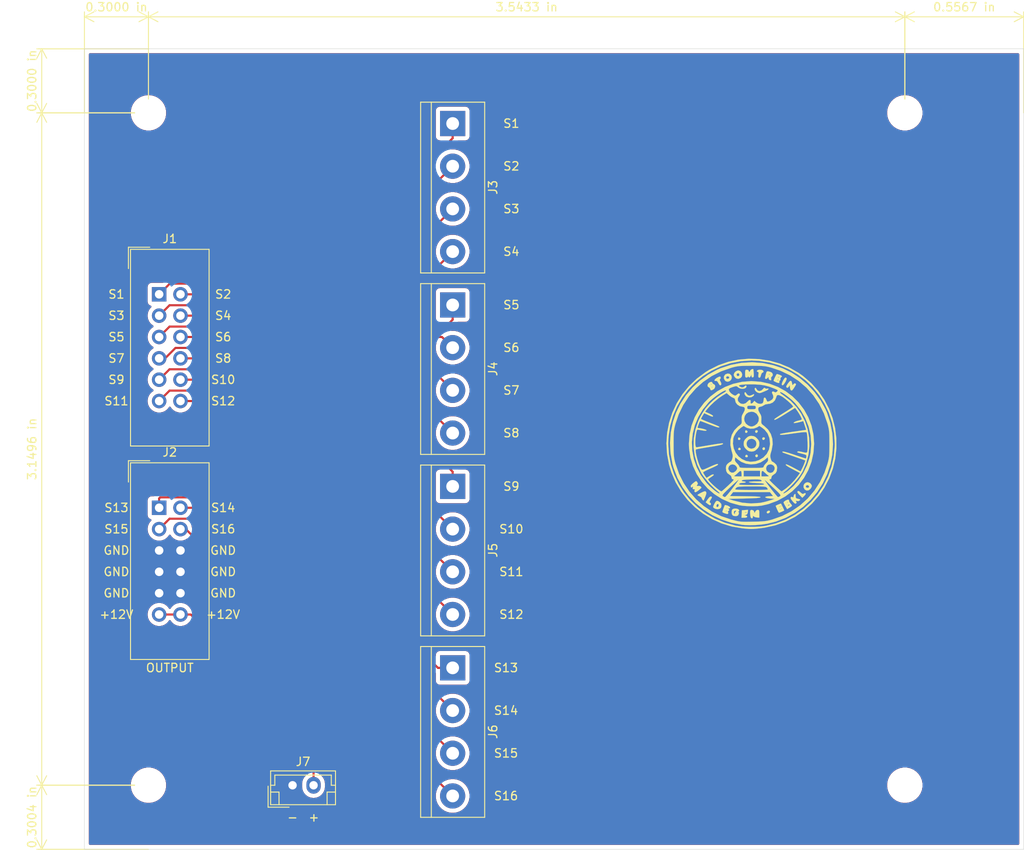
<source format=kicad_pcb>
(kicad_pcb (version 20171130) (host pcbnew "(5.1.5)-3")

  (general
    (thickness 1.6)
    (drawings 54)
    (tracks 56)
    (zones 0)
    (modules 12)
    (nets 19)
  )

  (page A4)
  (layers
    (0 F.Cu signal)
    (31 B.Cu signal)
    (32 B.Adhes user)
    (33 F.Adhes user)
    (34 B.Paste user)
    (35 F.Paste user)
    (36 B.SilkS user)
    (37 F.SilkS user)
    (38 B.Mask user)
    (39 F.Mask user)
    (40 Dwgs.User user)
    (41 Cmts.User user)
    (42 Eco1.User user)
    (43 Eco2.User user)
    (44 Edge.Cuts user)
    (45 Margin user)
    (46 B.CrtYd user)
    (47 F.CrtYd user)
    (48 B.Fab user)
    (49 F.Fab user)
  )

  (setup
    (last_trace_width 0.25)
    (user_trace_width 0.5)
    (user_trace_width 1)
    (user_trace_width 2)
    (trace_clearance 0.25)
    (zone_clearance 0.508)
    (zone_45_only no)
    (trace_min 0.2)
    (via_size 0.8)
    (via_drill 0.4)
    (via_min_size 0.4)
    (via_min_drill 0.3)
    (uvia_size 0.3)
    (uvia_drill 0.1)
    (uvias_allowed no)
    (uvia_min_size 0.2)
    (uvia_min_drill 0.1)
    (edge_width 0.05)
    (segment_width 0.2)
    (pcb_text_width 0.3)
    (pcb_text_size 1.5 1.5)
    (mod_edge_width 0.12)
    (mod_text_size 1 1)
    (mod_text_width 0.15)
    (pad_size 1.524 1.524)
    (pad_drill 0.762)
    (pad_to_mask_clearance 0.051)
    (solder_mask_min_width 0.25)
    (aux_axis_origin 0 0)
    (visible_elements 7FFFFFFF)
    (pcbplotparams
      (layerselection 0x03cfc_ffffffff)
      (usegerberextensions false)
      (usegerberattributes false)
      (usegerberadvancedattributes false)
      (creategerberjobfile true)
      (excludeedgelayer true)
      (linewidth 0.100000)
      (plotframeref false)
      (viasonmask false)
      (mode 1)
      (useauxorigin false)
      (hpglpennumber 1)
      (hpglpenspeed 20)
      (hpglpendiameter 15.000000)
      (psnegative false)
      (psa4output false)
      (plotreference true)
      (plotvalue true)
      (plotinvisibletext false)
      (padsonsilk false)
      (subtractmaskfromsilk false)
      (outputformat 1)
      (mirror false)
      (drillshape 0)
      (scaleselection 1)
      (outputdirectory "../sensor_pcb/gerber/"))
  )

  (net 0 "")
  (net 1 GND)
  (net 2 "Net-(J1-Pad10)")
  (net 3 "Net-(J1-Pad9)")
  (net 4 "Net-(J1-Pad8)")
  (net 5 "Net-(J1-Pad7)")
  (net 6 "Net-(J1-Pad6)")
  (net 7 "Net-(J1-Pad5)")
  (net 8 "Net-(J1-Pad12)")
  (net 9 "Net-(J1-Pad11)")
  (net 10 "Net-(J1-Pad4)")
  (net 11 "Net-(J1-Pad3)")
  (net 12 "Net-(J1-Pad2)")
  (net 13 "Net-(J1-Pad1)")
  (net 14 "Net-(J2-Pad1)")
  (net 15 "Net-(J2-Pad2)")
  (net 16 "Net-(J2-Pad3)")
  (net 17 "Net-(J2-Pad4)")
  (net 18 "Net-(J2-Pad11)")

  (net_class Default "This is the default net class."
    (clearance 0.25)
    (trace_width 0.25)
    (via_dia 0.8)
    (via_drill 0.4)
    (uvia_dia 0.3)
    (uvia_drill 0.1)
    (add_net GND)
    (add_net "Net-(J1-Pad1)")
    (add_net "Net-(J1-Pad10)")
    (add_net "Net-(J1-Pad11)")
    (add_net "Net-(J1-Pad12)")
    (add_net "Net-(J1-Pad2)")
    (add_net "Net-(J1-Pad3)")
    (add_net "Net-(J1-Pad4)")
    (add_net "Net-(J1-Pad5)")
    (add_net "Net-(J1-Pad6)")
    (add_net "Net-(J1-Pad7)")
    (add_net "Net-(J1-Pad8)")
    (add_net "Net-(J1-Pad9)")
    (add_net "Net-(J2-Pad1)")
    (add_net "Net-(J2-Pad11)")
    (add_net "Net-(J2-Pad2)")
    (add_net "Net-(J2-Pad3)")
    (add_net "Net-(J2-Pad4)")
  )

  (module maldegem:logo_maldegem3 (layer F.Cu) (tedit 0) (tstamp 5E8577F8)
    (at 226.695 72.39)
    (fp_text reference G*** (at 0 0) (layer F.SilkS) hide
      (effects (font (size 1.524 1.524) (thickness 0.3)))
    )
    (fp_text value LOGO (at 0.75 0) (layer F.SilkS) hide
      (effects (font (size 1.524 1.524) (thickness 0.3)))
    )
    (fp_poly (pts (xy 0.562548 -6.554658) (xy 0.711932 -6.341736) (xy 0.925402 -6.264434) (xy 1.161602 -6.325875)
      (xy 1.353624 -6.494906) (xy 1.489354 -6.638577) (xy 1.575493 -6.645985) (xy 1.603199 -6.612846)
      (xy 1.737237 -6.541647) (xy 1.852096 -6.558312) (xy 1.998804 -6.574471) (xy 2.028033 -6.515808)
      (xy 1.948788 -6.42009) (xy 1.799166 -6.336287) (xy 1.547161 -6.231695) (xy 1.299537 -6.126435)
      (xy 1.080436 -6.041407) (xy 0.928053 -6.025933) (xy 0.756723 -6.075718) (xy 0.704034 -6.096591)
      (xy 0.519546 -6.222558) (xy 0.400453 -6.396542) (xy 0.377316 -6.562882) (xy 0.412714 -6.627248)
      (xy 0.502835 -6.653214) (xy 0.562548 -6.554658)) (layer F.SilkS) (width 0.01))
    (fp_poly (pts (xy -0.691287 -6.098014) (xy -0.610209 -5.973689) (xy -0.440207 -5.766764) (xy -0.206122 -5.706267)
      (xy 0.053824 -5.799411) (xy 0.24045 -5.8914) (xy 0.321043 -5.871224) (xy 0.277125 -5.753618)
      (xy 0.212136 -5.673186) (xy -0.014911 -5.535457) (xy -0.299563 -5.508429) (xy -0.571251 -5.592142)
      (xy -0.677334 -5.672667) (xy -0.816371 -5.870562) (xy -0.838226 -6.044789) (xy -0.774381 -6.130682)
      (xy -0.691287 -6.098014)) (layer F.SilkS) (width 0.01))
    (fp_poly (pts (xy 0.734764 -1.561602) (xy 0.747041 -1.467517) (xy 0.666822 -1.323917) (xy 0.54145 -1.28964)
      (xy 0.481541 -1.324681) (xy 0.421563 -1.46994) (xy 0.497336 -1.584134) (xy 0.598874 -1.608667)
      (xy 0.734764 -1.561602)) (layer F.SilkS) (width 0.01))
    (fp_poly (pts (xy -0.487875 -1.509064) (xy -0.465667 -1.439334) (xy -0.536052 -1.319786) (xy -0.613834 -1.286119)
      (xy -0.733845 -1.315571) (xy -0.762 -1.439334) (xy -0.719149 -1.578294) (xy -0.613834 -1.592549)
      (xy -0.487875 -1.509064)) (layer F.SilkS) (width 0.01))
    (fp_poly (pts (xy 1.581431 -0.714936) (xy 1.593708 -0.62085) (xy 1.513489 -0.47725) (xy 1.388117 -0.442974)
      (xy 1.328208 -0.478014) (xy 1.268229 -0.623274) (xy 1.344002 -0.737468) (xy 1.445541 -0.762)
      (xy 1.581431 -0.714936)) (layer F.SilkS) (width 0.01))
    (fp_poly (pts (xy -1.334542 -0.662397) (xy -1.312334 -0.592667) (xy -1.382718 -0.473119) (xy -1.4605 -0.439452)
      (xy -1.580512 -0.468904) (xy -1.608667 -0.592667) (xy -1.565816 -0.731628) (xy -1.4605 -0.745882)
      (xy -1.334542 -0.662397)) (layer F.SilkS) (width 0.01))
    (fp_poly (pts (xy 1.585571 0.493827) (xy 1.608666 0.592666) (xy 1.548415 0.728874) (xy 1.42009 0.758624)
      (xy 1.312333 0.677333) (xy 1.301298 0.535322) (xy 1.411401 0.436059) (xy 1.486663 0.423333)
      (xy 1.585571 0.493827)) (layer F.SilkS) (width 0.01))
    (fp_poly (pts (xy -1.319786 0.536051) (xy -1.286119 0.613833) (xy -1.315571 0.733844) (xy -1.439334 0.762)
      (xy -1.578294 0.719148) (xy -1.592549 0.613833) (xy -1.509064 0.487874) (xy -1.439334 0.465666)
      (xy -1.319786 0.536051)) (layer F.SilkS) (width 0.01))
    (fp_poly (pts (xy 0.259357 -0.905266) (xy 0.465063 -0.802723) (xy 0.643466 -0.643467) (xy 0.83232 -0.422412)
      (xy 0.915833 -0.212228) (xy 0.931333 0) (xy 0.905265 0.259357) (xy 0.802722 0.465063)
      (xy 0.643466 0.643466) (xy 0.422411 0.83232) (xy 0.212227 0.915833) (xy 0 0.931333)
      (xy -0.259358 0.905265) (xy -0.465064 0.802722) (xy -0.643467 0.643466) (xy -0.832321 0.422411)
      (xy -0.915834 0.212227) (xy -0.931334 0) (xy -0.592667 0) (xy -0.535255 0.248603)
      (xy -0.423334 0.423333) (xy -0.209755 0.550794) (xy 0 0.592666) (xy 0.248603 0.535254)
      (xy 0.423333 0.423333) (xy 0.550794 0.209754) (xy 0.592666 0) (xy 0.535254 -0.248604)
      (xy 0.423333 -0.423334) (xy 0.209754 -0.550795) (xy 0 -0.592667) (xy -0.248604 -0.535255)
      (xy -0.423334 -0.423334) (xy -0.550795 -0.209755) (xy -0.592667 0) (xy -0.931334 0)
      (xy -0.905266 -0.259358) (xy -0.802723 -0.465064) (xy -0.643467 -0.643467) (xy -0.422412 -0.832321)
      (xy -0.212228 -0.915834) (xy 0 -0.931334) (xy 0.259357 -0.905266)) (layer F.SilkS) (width 0.01))
    (fp_poly (pts (xy 0.738905 1.340494) (xy 0.762 1.439333) (xy 0.701748 1.575541) (xy 0.573424 1.605291)
      (xy 0.465666 1.524) (xy 0.454632 1.381989) (xy 0.564735 1.282726) (xy 0.639996 1.27)
      (xy 0.738905 1.340494)) (layer F.SilkS) (width 0.01))
    (fp_poly (pts (xy -0.473119 1.382717) (xy -0.439452 1.4605) (xy -0.468904 1.580511) (xy -0.592667 1.608666)
      (xy -0.731628 1.565815) (xy -0.745882 1.4605) (xy -0.662397 1.334541) (xy -0.592667 1.312333)
      (xy -0.473119 1.382717)) (layer F.SilkS) (width 0.01))
    (fp_poly (pts (xy 0.209467 -8.876564) (xy 0.229532 -8.783108) (xy 0.252268 -8.572948) (xy 0.266587 -8.383447)
      (xy 0.275441 -8.109504) (xy 0.250423 -7.961896) (xy 0.181616 -7.899324) (xy 0.148166 -7.890405)
      (xy 0.028968 -7.918879) (xy -0.005367 -8.058292) (xy -0.010734 -8.255) (xy -0.087306 -8.0645)
      (xy -0.192097 -7.904771) (xy -0.301382 -7.890276) (xy -0.367261 -7.979834) (xy -0.405514 -8.042226)
      (xy -0.41665 -7.979834) (xy -0.493339 -7.893695) (xy -0.592667 -7.874) (xy -0.690525 -7.894213)
      (xy -0.741503 -7.981602) (xy -0.760194 -8.176298) (xy -0.762 -8.339667) (xy -0.756506 -8.606364)
      (xy -0.727466 -8.745231) (xy -0.656044 -8.797705) (xy -0.550334 -8.805334) (xy -0.380095 -8.761173)
      (xy -0.338667 -8.678334) (xy -0.29295 -8.565662) (xy -0.254 -8.551334) (xy -0.177943 -8.619495)
      (xy -0.169334 -8.672628) (xy -0.105308 -8.773857) (xy 0.033996 -8.861652) (xy 0.169419 -8.893395)
      (xy 0.209467 -8.876564)) (layer F.SilkS) (width 0.01))
    (fp_poly (pts (xy 1.215911 -8.781402) (xy 1.305408 -8.753942) (xy 1.41625 -8.657564) (xy 1.429382 -8.538344)
      (xy 1.341813 -8.468452) (xy 1.317315 -8.466667) (xy 1.216837 -8.389034) (xy 1.135407 -8.184061)
      (xy 1.126815 -8.14697) (xy 1.055758 -7.92779) (xy 0.959019 -7.852694) (xy 0.918832 -7.855176)
      (xy 0.830535 -7.909845) (xy 0.808383 -8.053458) (xy 0.824146 -8.217206) (xy 0.840223 -8.437498)
      (xy 0.801871 -8.534727) (xy 0.733471 -8.551334) (xy 0.637842 -8.6036) (xy 0.646715 -8.678334)
      (xy 0.76105 -8.768311) (xy 0.972705 -8.805184) (xy 1.215911 -8.781402)) (layer F.SilkS) (width 0.01))
    (fp_poly (pts (xy -1.341889 -8.650776) (xy -1.179048 -8.47515) (xy -1.107718 -8.244857) (xy -1.144685 -8.010968)
      (xy -1.288839 -7.836468) (xy -1.557967 -7.716269) (xy -1.800018 -7.760444) (xy -1.947334 -7.874)
      (xy -2.074184 -8.058314) (xy -2.116667 -8.212667) (xy -1.778 -8.212667) (xy -1.718132 -8.071163)
      (xy -1.608667 -8.043334) (xy -1.467163 -8.103202) (xy -1.439334 -8.212667) (xy -1.499202 -8.354171)
      (xy -1.608667 -8.382) (xy -1.750171 -8.322132) (xy -1.778 -8.212667) (xy -2.116667 -8.212667)
      (xy -2.043185 -8.42898) (xy -1.862973 -8.615734) (xy -1.636386 -8.71586) (xy -1.579456 -8.720667)
      (xy -1.341889 -8.650776)) (layer F.SilkS) (width 0.01))
    (fp_poly (pts (xy 2.057203 -8.601326) (xy 2.278863 -8.534306) (xy 2.426097 -8.455797) (xy 2.524502 -8.296194)
      (xy 2.522998 -8.116383) (xy 2.423658 -7.993764) (xy 2.413602 -7.989516) (xy 2.325599 -7.879567)
      (xy 2.338114 -7.738173) (xy 2.351813 -7.582025) (xy 2.264983 -7.550609) (xy 2.137833 -7.591407)
      (xy 2.051603 -7.700673) (xy 2.029425 -7.817556) (xy 2.018589 -7.941783) (xy 1.973705 -7.907642)
      (xy 1.940551 -7.852834) (xy 1.82506 -7.740376) (xy 1.694242 -7.706173) (xy 1.613435 -7.761773)
      (xy 1.608666 -7.794175) (xy 1.628098 -7.924988) (xy 1.677205 -8.151965) (xy 1.705439 -8.268004)
      (xy 1.705754 -8.269112) (xy 2.060222 -8.269112) (xy 2.071844 -8.218777) (xy 2.116666 -8.212667)
      (xy 2.186356 -8.243645) (xy 2.173111 -8.269112) (xy 2.072631 -8.279245) (xy 2.060222 -8.269112)
      (xy 1.705754 -8.269112) (xy 1.771529 -8.499768) (xy 1.841318 -8.604091) (xy 1.95485 -8.618918)
      (xy 2.057203 -8.601326)) (layer F.SilkS) (width 0.01))
    (fp_poly (pts (xy -2.577288 -8.302027) (xy -2.39654 -8.107117) (xy -2.384793 -8.082859) (xy -2.343038 -7.833383)
      (xy -2.42498 -7.614454) (xy -2.592207 -7.453854) (xy -2.806304 -7.379365) (xy -3.02886 -7.418769)
      (xy -3.161878 -7.520834) (xy -3.289377 -7.765952) (xy -3.285472 -7.842918) (xy -3.024459 -7.842918)
      (xy -3.007329 -7.792023) (xy -2.883611 -7.721645) (xy -2.730666 -7.754298) (xy -2.645809 -7.852789)
      (xy -2.675694 -7.962425) (xy -2.798717 -8.022616) (xy -2.94005 -8.005368) (xy -2.978581 -7.977287)
      (xy -3.024459 -7.842918) (xy -3.285472 -7.842918) (xy -3.27634 -8.022856) (xy -3.128137 -8.235396)
      (xy -3.090951 -8.262382) (xy -2.822883 -8.357373) (xy -2.577288 -8.302027)) (layer F.SilkS) (width 0.01))
    (fp_poly (pts (xy 3.131422 -8.270922) (xy 3.329803 -8.206274) (xy 3.359488 -8.195659) (xy 3.576875 -8.090211)
      (xy 3.633282 -7.992595) (xy 3.525167 -7.909037) (xy 3.523023 -7.908209) (xy 3.443024 -7.799805)
      (xy 3.448231 -7.699199) (xy 3.444208 -7.567483) (xy 3.396541 -7.535334) (xy 3.31368 -7.491771)
      (xy 3.312026 -7.471834) (xy 3.32181 -7.292082) (xy 3.258141 -7.222018) (xy 3.094068 -7.25242)
      (xy 2.899833 -7.330817) (xy 2.718045 -7.419115) (xy 2.627075 -7.480536) (xy 2.624666 -7.486224)
      (xy 2.654553 -7.591778) (xy 3.076222 -7.591778) (xy 3.087844 -7.541444) (xy 3.132666 -7.535334)
      (xy 3.202356 -7.566312) (xy 3.189111 -7.591778) (xy 3.088631 -7.601911) (xy 3.076222 -7.591778)
      (xy 2.654553 -7.591778) (xy 2.658106 -7.604326) (xy 2.740424 -7.799887) (xy 2.803022 -7.930445)
      (xy 3.160888 -7.930445) (xy 3.172511 -7.880111) (xy 3.217333 -7.874) (xy 3.287023 -7.904979)
      (xy 3.273777 -7.930445) (xy 3.173298 -7.940578) (xy 3.160888 -7.930445) (xy 2.803022 -7.930445)
      (xy 2.844619 -8.0172) (xy 2.943689 -8.200559) (xy 3.010634 -8.294256) (xy 3.017813 -8.297334)
      (xy 3.131422 -8.270922)) (layer F.SilkS) (width 0.01))
    (fp_poly (pts (xy 4.166191 -7.823032) (xy 4.175428 -7.666975) (xy 4.061117 -7.401098) (xy 4.017885 -7.324853)
      (xy 3.851147 -7.068155) (xy 3.729969 -6.956108) (xy 3.637066 -6.976125) (xy 3.601747 -7.02181)
      (xy 3.605538 -7.144632) (xy 3.677165 -7.34716) (xy 3.788041 -7.572978) (xy 3.90958 -7.765668)
      (xy 4.013195 -7.868812) (xy 4.033541 -7.874) (xy 4.166191 -7.823032)) (layer F.SilkS) (width 0.01))
    (fp_poly (pts (xy -3.682487 -7.942153) (xy -3.668993 -7.910362) (xy -3.677541 -7.758952) (xy -3.727468 -7.703348)
      (xy -3.787968 -7.62548) (xy -3.744093 -7.494695) (xy -3.691039 -7.408719) (xy -3.598959 -7.197261)
      (xy -3.603314 -7.026515) (xy -3.70071 -6.944385) (xy -3.724046 -6.942667) (xy -3.814791 -7.011899)
      (xy -3.926192 -7.182938) (xy -3.948952 -7.228307) (xy -4.072635 -7.424682) (xy -4.201342 -7.479378)
      (xy -4.243916 -7.472432) (xy -4.382612 -7.470267) (xy -4.408246 -7.546766) (xy -4.335485 -7.669422)
      (xy -4.178998 -7.805728) (xy -4.062331 -7.874852) (xy -3.849934 -7.975594) (xy -3.738653 -7.996644)
      (xy -3.682487 -7.942153)) (layer F.SilkS) (width 0.01))
    (fp_poly (pts (xy -4.662 -7.286416) (xy -4.656667 -7.248875) (xy -4.585732 -7.135151) (xy -4.487334 -7.087468)
      (xy -4.351559 -6.981631) (xy -4.318966 -6.8014) (xy -4.387738 -6.60523) (xy -4.506173 -6.481801)
      (xy -4.728856 -6.365763) (xy -4.867798 -6.381686) (xy -4.910667 -6.509459) (xy -4.982178 -6.658444)
      (xy -5.08 -6.713199) (xy -5.103606 -6.731) (xy -4.741334 -6.731) (xy -4.699 -6.688667)
      (xy -4.656667 -6.731) (xy -4.699 -6.773334) (xy -4.741334 -6.731) (xy -5.103606 -6.731)
      (xy -5.217836 -6.817139) (xy -5.2375 -6.991085) (xy -5.196411 -7.069667) (xy -4.826 -7.069667)
      (xy -4.783667 -7.027334) (xy -4.741334 -7.069667) (xy -4.783667 -7.112) (xy -4.826 -7.069667)
      (xy -5.196411 -7.069667) (xy -5.137501 -7.182328) (xy -5.0945 -7.225878) (xy -4.914135 -7.337352)
      (xy -4.752382 -7.358455) (xy -4.662 -7.286416)) (layer F.SilkS) (width 0.01))
    (fp_poly (pts (xy 4.764396 -7.422279) (xy 4.827392 -7.190563) (xy 4.827487 -7.189937) (xy 4.862419 -7.007926)
      (xy 4.902239 -6.974021) (xy 4.965172 -7.061581) (xy 5.100973 -7.17703) (xy 5.2017 -7.168083)
      (xy 5.291639 -7.117623) (xy 5.289133 -7.033466) (xy 5.203126 -6.874243) (xy 5.006688 -6.560401)
      (xy 4.863909 -6.383284) (xy 4.757275 -6.325968) (xy 4.675805 -6.364728) (xy 4.600518 -6.520187)
      (xy 4.572 -6.724439) (xy 4.572 -6.980345) (xy 4.437371 -6.788136) (xy 4.318153 -6.66085)
      (xy 4.212633 -6.672903) (xy 4.185323 -6.693379) (xy 4.131742 -6.773806) (xy 4.158006 -6.893409)
      (xy 4.276164 -7.092472) (xy 4.327208 -7.167718) (xy 4.521502 -7.411177) (xy 4.664832 -7.495924)
      (xy 4.764396 -7.422279)) (layer F.SilkS) (width 0.01))
    (fp_poly (pts (xy 6.936125 4.665661) (xy 7.027333 4.741333) (xy 7.168457 4.932863) (xy 7.170659 5.119186)
      (xy 7.033457 5.349176) (xy 7.021188 5.364915) (xy 6.799287 5.544595) (xy 6.558134 5.574073)
      (xy 6.336282 5.449593) (xy 6.320788 5.433166) (xy 6.189519 5.194676) (xy 6.191725 5.029385)
      (xy 6.467162 5.029385) (xy 6.472217 5.156927) (xy 6.47244 5.157289) (xy 6.591768 5.23816)
      (xy 6.743369 5.238072) (xy 6.847481 5.164804) (xy 6.858 5.119676) (xy 6.789268 4.979806)
      (xy 6.725308 4.9391) (xy 6.571328 4.93969) (xy 6.467162 5.029385) (xy 6.191725 5.029385)
      (xy 6.192646 4.9604) (xy 6.299519 4.760349) (xy 6.47949 4.624535) (xy 6.701908 4.582968)
      (xy 6.936125 4.665661)) (layer F.SilkS) (width 0.01))
    (fp_poly (pts (xy -6.524189 4.487171) (xy -6.454562 4.578341) (xy -6.378823 4.74366) (xy -6.424869 4.850068)
      (xy -6.51449 4.981194) (xy -6.459208 5.034513) (xy -6.34955 5.019747) (xy -6.182321 5.025272)
      (xy -6.03235 5.098504) (xy -5.960036 5.202258) (xy -5.971108 5.252742) (xy -6.05815 5.342315)
      (xy -6.231112 5.491956) (xy -6.337756 5.578302) (xy -6.557369 5.731781) (xy -6.695216 5.77106)
      (xy -6.7579 5.7389) (xy -6.808367 5.614708) (xy -6.760952 5.530747) (xy -6.723863 5.44489)
      (xy -6.830967 5.418892) (xy -6.853339 5.418666) (xy -6.984982 5.391424) (xy -6.992626 5.277642)
      (xy -6.978493 5.22883) (xy -6.947584 5.099502) (xy -6.998939 5.108296) (xy -7.057454 5.15453)
      (xy -7.15711 5.221743) (xy -7.20422 5.176696) (xy -7.230534 5.002902) (xy -7.174543 4.910051)
      (xy -7.022351 4.758817) (xy -6.908861 4.663442) (xy -6.711038 4.511059) (xy -6.598544 4.455249)
      (xy -6.524189 4.487171)) (layer F.SilkS) (width 0.01))
    (fp_poly (pts (xy 5.717774 5.688997) (xy 5.83838 5.796199) (xy 6.011242 5.943996) (xy 6.125633 5.97925)
      (xy 6.223527 5.926229) (xy 6.374653 5.864847) (xy 6.438813 5.896946) (xy 6.440859 6.009899)
      (xy 6.301488 6.188058) (xy 6.28276 6.206303) (xy 6.045071 6.434024) (xy 5.714809 6.095804)
      (xy 5.526142 5.885367) (xy 5.45389 5.750249) (xy 5.482197 5.660042) (xy 5.485715 5.656417)
      (xy 5.582238 5.617129) (xy 5.717774 5.688997)) (layer F.SilkS) (width 0.01))
    (fp_poly (pts (xy -5.458905 5.677204) (xy -5.415484 5.718835) (xy -5.369809 5.826074) (xy -5.390268 5.991469)
      (xy -5.483197 6.257539) (xy -5.503159 6.307234) (xy -5.605882 6.554449) (xy -5.680669 6.723451)
      (xy -5.707901 6.773333) (xy -5.771706 6.722956) (xy -5.825067 6.671733) (xy -5.915485 6.518895)
      (xy -5.926667 6.455662) (xy -5.998408 6.351123) (xy -6.171916 6.255764) (xy -6.180667 6.252646)
      (xy -6.356287 6.175021) (xy -6.434419 6.108045) (xy -6.434667 6.105355) (xy -6.364826 6.040042)
      (xy -6.183379 5.929759) (xy -5.975826 5.821571) (xy -5.712469 5.700219) (xy -5.554223 5.654675)
      (xy -5.458905 5.677204)) (layer F.SilkS) (width 0.01))
    (fp_poly (pts (xy 5.242662 6.033898) (xy 5.249333 6.20321) (xy 5.265662 6.404529) (xy 5.348471 6.50254)
      (xy 5.548488 6.556608) (xy 5.551881 6.557246) (xy 5.743364 6.604817) (xy 5.794429 6.663421)
      (xy 5.748664 6.741445) (xy 5.571602 6.829773) (xy 5.43133 6.815785) (xy 5.29 6.791633)
      (xy 5.285237 6.837757) (xy 5.320258 6.883775) (xy 5.373955 7.009473) (xy 5.301964 7.103453)
      (xy 5.210525 7.135956) (xy 5.094825 7.070915) (xy 4.923034 6.888384) (xy 4.883416 6.841171)
      (xy 4.708045 6.606917) (xy 4.647108 6.45523) (xy 4.673729 6.371773) (xy 4.78519 6.308368)
      (xy 4.879566 6.359322) (xy 4.969947 6.402235) (xy 4.995253 6.298812) (xy 4.995333 6.286067)
      (xy 5.0555 6.092315) (xy 5.122333 6.011333) (xy 5.20669 5.964546) (xy 5.242662 6.033898)) (layer F.SilkS) (width 0.01))
    (fp_poly (pts (xy -4.716918 6.317979) (xy -4.715613 6.319276) (xy -4.722877 6.416581) (xy -4.811841 6.583446)
      (xy -4.828502 6.607513) (xy -4.96384 6.838727) (xy -4.985925 6.984383) (xy -4.910667 7.027333)
      (xy -4.838934 7.090659) (xy -4.834092 7.218483) (xy -4.894429 7.313631) (xy -4.99843 7.293653)
      (xy -5.168614 7.190588) (xy -5.209295 7.15942) (xy -5.455732 6.962919) (xy -5.214018 6.614126)
      (xy -5.011018 6.364505) (xy -4.849414 6.268213) (xy -4.716918 6.317979)) (layer F.SilkS) (width 0.01))
    (fp_poly (pts (xy 1.099568 -7.37014) (xy 2.149078 -7.136199) (xy 3.137065 -6.760308) (xy 4.052068 -6.253929)
      (xy 4.882623 -5.628525) (xy 5.617268 -4.895559) (xy 6.24454 -4.066493) (xy 6.752977 -3.152791)
      (xy 7.131115 -2.165915) (xy 7.367491 -1.117328) (xy 7.450644 -0.018492) (xy 7.450666 0)
      (xy 7.369487 1.100855) (xy 7.133008 2.155194) (xy 6.751824 3.150475) (xy 6.236523 4.074159)
      (xy 5.597698 4.913704) (xy 4.845941 5.656569) (xy 3.991842 6.290213) (xy 3.045993 6.802097)
      (xy 2.018986 7.179679) (xy 1.233283 7.361683) (xy 0.746066 7.417797) (xy 0.161198 7.439541)
      (xy -0.453376 7.427928) (xy -1.029712 7.383972) (xy -1.439334 7.321823) (xy -2.512253 7.019409)
      (xy -3.507534 6.575442) (xy -3.52935 6.561666) (xy -2.751667 6.561666) (xy -2.145475 6.758092)
      (xy -1.099337 7.013908) (xy -0.048466 7.108201) (xy 0.98674 7.039273) (xy 1.073373 7.025831)
      (xy 1.443536 6.950946) (xy 1.867306 6.843789) (xy 2.174039 6.752442) (xy 2.751666 6.563942)
      (xy 2.207946 6.520471) (xy 1.869739 6.476071) (xy 1.674658 6.415722) (xy 1.628212 6.350856)
      (xy 1.735907 6.292906) (xy 2.003251 6.253303) (xy 2.076953 6.248558) (xy 2.556422 6.223)
      (xy 2.372732 5.990166) (xy 2.189043 5.757333) (xy -2.189044 5.757333) (xy -2.37227 5.990166)
      (xy -2.555497 6.223) (xy -0.720916 6.245835) (xy -0.089249 6.255947) (xy 0.388762 6.26925)
      (xy 0.728781 6.286849) (xy 0.946473 6.309851) (xy 1.057502 6.33936) (xy 1.079036 6.372835)
      (xy 1.016568 6.41044) (xy 0.847379 6.441833) (xy 0.557851 6.468048) (xy 0.134364 6.490118)
      (xy -0.436699 6.509074) (xy -0.85363 6.519333) (xy -2.751667 6.561666) (xy -3.52935 6.561666)
      (xy -4.147752 6.171181) (xy -3.448044 6.171181) (xy -3.415558 6.225381) (xy -3.402912 6.235739)
      (xy -3.239247 6.326898) (xy -3.156442 6.347307) (xy -3.071755 6.283928) (xy -2.90739 6.107588)
      (xy -2.68369 5.84196) (xy -2.421001 5.510719) (xy -2.36069 5.431788) (xy -1.947334 5.431788)
      (xy -1.866609 5.452137) (xy -1.640191 5.470235) (xy -1.291714 5.485214) (xy -0.844813 5.496205)
      (xy -0.323122 5.502341) (xy 0 5.503333) (xy 0.553671 5.500701) (xy 1.0459 5.49332)
      (xy 1.453096 5.48196) (xy 1.751667 5.467391) (xy 1.918022 5.450383) (xy 1.94464 5.439833)
      (xy 1.896406 5.327983) (xy 1.829473 5.228166) (xy 1.775452 5.177055) (xy 1.686526 5.139122)
      (xy 1.53954 5.11245) (xy 1.311342 5.095122) (xy 0.978778 5.085221) (xy 0.518696 5.080831)
      (xy 0.039666 5.08) (xy -0.547163 5.081703) (xy -0.988077 5.088004) (xy -1.306468 5.100694)
      (xy -1.525732 5.121561) (xy -1.669264 5.152395) (xy -1.760456 5.194984) (xy -1.7925 5.220122)
      (xy -1.9118 5.354155) (xy -1.947334 5.431788) (xy -2.36069 5.431788) (xy -2.288608 5.337453)
      (xy -2.021494 4.980438) (xy -1.877257 4.783666) (xy -1.469952 4.783666) (xy -1.468416 4.829222)
      (xy -1.409654 4.862599) (xy -1.27258 4.885609) (xy -1.03611 4.900061) (xy -0.679158 4.907764)
      (xy -0.18064 4.910529) (xy 0.009712 4.910666) (xy 0.575869 4.908088) (xy 0.990435 4.89952)
      (xy 1.271083 4.883708) (xy 1.435489 4.8594) (xy 1.501327 4.825343) (xy 1.503 4.804833)
      (xy 1.41644 4.749774) (xy 1.190745 4.709909) (xy 0.813984 4.683585) (xy 0.564612 4.674968)
      (xy 0.11847 4.653191) (xy -0.17577 4.619663) (xy -0.315222 4.580501) (xy -0.297 4.541819)
      (xy -0.118217 4.509733) (xy 0.224015 4.490358) (xy 0.476033 4.487333) (xy 0.849954 4.484584)
      (xy 1.080346 4.473199) (xy 1.192965 4.448464) (xy 1.213569 4.40567) (xy 1.183365 4.357961)
      (xy 1.128939 4.318) (xy 1.565462 4.318) (xy 1.706264 4.533955) (xy 1.907104 4.816716)
      (xy 2.146003 5.138192) (xy 2.40098 5.47029) (xy 2.650054 5.78492) (xy 2.871244 6.053989)
      (xy 3.042569 6.249406) (xy 3.14205 6.34308) (xy 3.153326 6.347307) (xy 3.303899 6.297208)
      (xy 3.404882 6.234297) (xy 3.447716 6.183455) (xy 3.442708 6.113137) (xy 3.375273 6.005598)
      (xy 3.230827 5.843092) (xy 2.994784 5.607875) (xy 2.652561 5.282202) (xy 2.519848 5.15749)
      (xy 2.186503 4.847871) (xy 1.907032 4.594277) (xy 1.69957 4.412659) (xy 1.582254 4.318972)
      (xy 1.565462 4.318) (xy 1.128939 4.318) (xy 1.109637 4.303828) (xy 0.976838 4.268674)
      (xy 0.757117 4.250064) (xy 0.42262 4.245562) (xy -0.02657 4.252128) (xy -0.526825 4.268451)
      (xy -0.872929 4.293695) (xy -1.079911 4.329568) (xy -1.1628 4.377781) (xy -1.16429 4.3815)
      (xy -1.120498 4.462093) (xy -0.938389 4.487333) (xy -0.757021 4.511245) (xy -0.677488 4.56908)
      (xy -0.677334 4.572) (xy -0.752896 4.623003) (xy -0.943597 4.653164) (xy -1.049275 4.656666)
      (xy -1.331911 4.684945) (xy -1.464603 4.771799) (xy -1.469952 4.783666) (xy -1.877257 4.783666)
      (xy -1.795061 4.671533) (xy -1.627146 4.43557) (xy -1.535588 4.297383) (xy -1.524 4.273045)
      (xy -1.581902 4.310353) (xy -1.742146 4.446541) (xy -1.984542 4.663617) (xy -2.288897 4.943587)
      (xy -2.535078 5.174024) (xy -2.909755 5.529853) (xy -3.17378 5.789611) (xy -3.341764 5.971169)
      (xy -3.428315 6.092401) (xy -3.448044 6.171181) (xy -4.147752 6.171181) (xy -4.414806 6.002552)
      (xy -5.223699 5.313371) (xy -5.923843 4.52053) (xy -6.504867 3.636659) (xy -6.956401 2.674391)
      (xy -7.268075 1.646356) (xy -7.429518 0.565186) (xy -7.450667 0) (xy -7.435738 -0.203851)
      (xy -7.09292 -0.203851) (xy -7.050768 0.815147) (xy -6.860615 1.821063) (xy -6.52217 2.797874)
      (xy -6.035143 3.729555) (xy -5.399243 4.60008) (xy -5.269499 4.748431) (xy -4.99001 5.037912)
      (xy -4.681415 5.323051) (xy -4.375156 5.578551) (xy -4.102677 5.779115) (xy -3.895422 5.899446)
      (xy -3.81 5.922637) (xy -3.789447 5.877886) (xy -3.892403 5.765595) (xy -3.979334 5.695677)
      (xy -4.368314 5.368479) (xy -4.792245 4.95525) (xy -5.21282 4.498518) (xy -5.591732 4.040814)
      (xy -5.890675 3.624665) (xy -5.985461 3.468434) (xy -6.449836 2.476908) (xy -6.752017 1.452615)
      (xy -6.891484 0.409204) (xy -6.87992 -0.101202) (xy -6.689737 -0.101202) (xy -6.670148 0.187151)
      (xy -6.62499 0.372876) (xy -6.570792 0.423333) (xy -6.452443 0.40947) (xy -6.196463 0.370988)
      (xy -5.832003 0.312551) (xy -5.388215 0.238819) (xy -4.952779 0.164567) (xy -4.469431 0.084206)
      (xy -4.045382 0.01943) (xy -3.708065 -0.026038) (xy -3.48491 -0.048472) (xy -3.404133 -0.045688)
      (xy -3.383731 0.010614) (xy -3.449195 0.066201) (xy -3.616309 0.125308) (xy -3.900861 0.192171)
      (xy -4.318637 0.271026) (xy -4.885425 0.366106) (xy -5.019381 0.387655) (xy -5.507929 0.467916)
      (xy -5.940013 0.542863) (xy -6.28718 0.607242) (xy -6.520975 0.655797) (xy -6.610868 0.681577)
      (xy -6.64479 0.793467) (xy -6.627147 1.027594) (xy -6.567623 1.348327) (xy -6.475901 1.720035)
      (xy -6.361664 2.107086) (xy -6.234595 2.473849) (xy -6.104377 2.784692) (xy -5.980693 3.003985)
      (xy -5.979162 3.006088) (xy -5.921648 3.070677) (xy -5.848026 3.097523) (xy -5.728915 3.079345)
      (xy -5.534934 3.00886) (xy -5.236702 2.878788) (xy -4.963034 2.754266) (xy -4.518871 2.55868)
      (xy -4.213125 2.442973) (xy -4.036195 2.404776) (xy -3.978479 2.441721) (xy -4.008573 2.518813)
      (xy -4.101028 2.580993) (xy -4.315719 2.691644) (xy -4.618625 2.833991) (xy -4.906052 2.961339)
      (xy -5.24999 3.116722) (xy -5.527335 3.254948) (xy -5.706294 3.359322) (xy -5.757334 3.408322)
      (xy -5.707683 3.532074) (xy -5.571437 3.756723) (xy -5.368003 4.050359) (xy -5.292918 4.024661)
      (xy -5.126261 3.926794) (xy -5.024598 3.859859) (xy -4.758039 3.702463) (xy -4.572566 3.64201)
      (xy -4.489702 3.684691) (xy -4.487334 3.705346) (xy -4.553092 3.784171) (xy -4.719879 3.910474)
      (xy -4.826 3.979333) (xy -5.025476 4.111383) (xy -5.147165 4.208841) (xy -5.164667 4.234029)
      (xy -5.102598 4.35362) (xy -4.937541 4.547282) (xy -4.701225 4.786491) (xy -4.425377 5.042724)
      (xy -4.141725 5.287458) (xy -3.881996 5.492168) (xy -3.677919 5.628332) (xy -3.568778 5.668754)
      (xy -3.489323 5.612551) (xy -3.312794 5.46212) (xy -3.064787 5.239959) (xy -2.7709 4.968567)
      (xy -2.751667 4.950553) (xy -2.434226 4.647817) (xy -2.232335 4.440447) (xy -2.133583 4.3129)
      (xy -2.125562 4.249636) (xy -2.180167 4.234799) (xy -2.327563 4.191757) (xy -2.370558 4.037201)
      (xy -2.370667 4.02384) (xy -2.431993 3.84035) (xy -2.062904 3.84035) (xy -2.023548 3.871991)
      (xy -1.851465 3.886284) (xy -1.672167 3.889687) (xy -1.185334 3.894666) (xy -1.185334 3.556)
      (xy -1.20862 3.317192) (xy -1.286464 3.231656) (xy -1.430843 3.29632) (xy -1.598439 3.450166)
      (xy -1.795032 3.633375) (xy -1.975047 3.773008) (xy -1.992241 3.783854) (xy -2.062904 3.84035)
      (xy -2.431993 3.84035) (xy -2.437455 3.824009) (xy -2.622157 3.684297) (xy -2.875456 3.498456)
      (xy -3.009782 3.243971) (xy -3.048 2.891759) (xy -3.047551 2.887981) (xy -2.759484 2.887981)
      (xy -2.753142 3.043353) (xy -2.600179 3.311378) (xy -2.379465 3.441141) (xy -2.12919 3.426476)
      (xy -1.887547 3.261218) (xy -1.851195 3.217333) (xy -0.931334 3.217333) (xy -0.931334 3.894666)
      (xy 1.016 3.894666) (xy 1.016 3.556) (xy 1.185333 3.556) (xy 1.185333 3.894666)
      (xy 1.672166 3.889687) (xy 1.936112 3.882274) (xy 2.053515 3.862082) (xy 2.047083 3.821603)
      (xy 1.99224 3.783854) (xy 1.820426 3.654894) (xy 1.621182 3.473163) (xy 1.598438 3.450166)
      (xy 1.393485 3.269832) (xy 1.264463 3.237292) (xy 1.199395 3.355615) (xy 1.185333 3.556)
      (xy 1.016 3.556) (xy 1.016 3.217333) (xy -0.931334 3.217333) (xy -1.851195 3.217333)
      (xy -1.830446 3.192286) (xy -1.718116 3.017992) (xy -1.710658 2.919413) (xy 1.732967 2.919413)
      (xy 1.785696 3.172191) (xy 1.947248 3.371741) (xy 2.19142 3.468614) (xy 2.243666 3.471333)
      (xy 2.457306 3.41883) (xy 2.570739 3.343832) (xy 2.732703 3.09159) (xy 2.753638 2.836928)
      (xy 2.648521 2.62053) (xy 2.432328 2.48308) (xy 2.243666 2.455333) (xy 1.991293 2.498824)
      (xy 1.823254 2.6509) (xy 1.815263 2.662854) (xy 1.732967 2.919413) (xy -1.710658 2.919413)
      (xy -1.708117 2.88583) (xy -1.782399 2.726619) (xy -1.969225 2.535497) (xy -2.216889 2.456227)
      (xy -2.46777 2.493265) (xy -2.664251 2.651069) (xy -2.66892 2.658047) (xy -2.759484 2.887981)
      (xy -3.047551 2.887981) (xy -3.016684 2.628834) (xy -2.894175 2.43426) (xy -2.787504 2.335859)
      (xy -2.604949 2.196679) (xy -2.472525 2.121161) (xy -2.452101 2.116666) (xy -2.386573 2.042936)
      (xy -2.310096 1.857436) (xy -2.303743 1.836122) (xy -1.971074 1.836122) (xy -1.968143 2.013355)
      (xy -1.866047 2.187381) (xy -1.726641 2.331362) (xy -1.553975 2.522128) (xy -1.45152 2.689264)
      (xy -1.439334 2.740497) (xy -1.422944 2.791268) (xy -1.358446 2.827993) (xy -1.222849 2.852878)
      (xy -0.99316 2.868132) (xy -0.646387 2.87596) (xy -0.159539 2.87857) (xy 0 2.878666)
      (xy 0.528892 2.877093) (xy 0.91146 2.870901) (xy 1.170696 2.857885) (xy 1.329592 2.835835)
      (xy 1.411138 2.802547) (xy 1.438328 2.755812) (xy 1.439333 2.740497) (xy 1.497392 2.602703)
      (xy 1.644006 2.415156) (xy 1.72664 2.331362) (xy 1.911347 2.128425) (xy 1.978608 1.959325)
      (xy 1.971073 1.836122) (xy 1.928201 1.611848) (xy 1.589229 1.901995) (xy 1.09248 2.221007)
      (xy 0.527845 2.406299) (xy -0.068674 2.45787) (xy -0.661078 2.37572) (xy -1.213364 2.159849)
      (xy -1.58923 1.901995) (xy -1.928202 1.611848) (xy -1.971074 1.836122) (xy -2.303743 1.836122)
      (xy -2.282103 1.763526) (xy -2.236834 1.537213) (xy -2.242556 1.32415) (xy -2.305382 1.05745)
      (xy -2.363506 0.872748) (xy -2.510264 0.193778) (xy -2.507869 -0.003888) (xy -2.209312 -0.003888)
      (xy -2.109235 0.564466) (xy -1.885731 1.06952) (xy -1.557346 1.495667) (xy -1.142628 1.827297)
      (xy -0.660124 2.0488) (xy -0.128381 2.144569) (xy 0.434055 2.098994) (xy 0.889 1.952303)
      (xy 1.411934 1.638603) (xy 1.811846 1.215177) (xy 2.07705 0.699885) (xy 2.195862 0.110584)
      (xy 2.201333 -0.053446) (xy 2.129825 -0.682101) (xy 1.915807 -1.220189) (xy 1.560033 -1.66622)
      (xy 1.265058 -1.898221) (xy 0.935185 -2.116521) (xy 0.658092 -1.947577) (xy 0.28336 -1.808027)
      (xy -0.13975 -1.787562) (xy -0.539232 -1.88618) (xy -0.658093 -1.947577) (xy -0.935186 -2.116521)
      (xy -1.270989 -1.894296) (xy -1.583447 -1.624741) (xy -1.867099 -1.270307) (xy -2.079263 -0.891674)
      (xy -2.167414 -0.619931) (xy -2.209312 -0.003888) (xy -2.507869 -0.003888) (xy -2.502393 -0.455607)
      (xy -2.345029 -1.057468) (xy -2.043308 -1.593869) (xy -1.602363 -2.046871) (xy -1.506906 -2.119402)
      (xy -1.299007 -2.277896) (xy -1.193942 -2.406726) (xy -1.161557 -2.571483) (xy -1.171698 -2.837761)
      (xy -1.172297 -2.847266) (xy -1.173596 -2.990299) (xy -0.871303 -2.990299) (xy -0.8286 -2.675807)
      (xy -0.665387 -2.387852) (xy -0.380958 -2.165461) (xy -0.136402 -2.059387) (xy 0.064575 -2.047398)
      (xy 0.304457 -2.129208) (xy 0.377114 -2.162831) (xy 0.673252 -2.385699) (xy 0.84316 -2.691617)
      (xy 0.870784 -3.040372) (xy 0.812435 -3.253334) (xy 0.598095 -3.579238) (xy 0.290856 -3.765911)
      (xy 0 -3.81) (xy -0.357843 -3.741178) (xy -0.627775 -3.558166) (xy -0.801645 -3.296146)
      (xy -0.871303 -2.990299) (xy -1.173596 -2.990299) (xy -1.175125 -3.15862) (xy -1.121564 -3.39081)
      (xy -0.99045 -3.630298) (xy -0.974812 -3.654123) (xy -0.822434 -3.954406) (xy -0.791331 -4.193993)
      (xy -0.860553 -4.318) (xy -0.50804 -4.318) (xy -0.49726 -4.200692) (xy -0.438465 -4.137357)
      (xy -0.291891 -4.111428) (xy -0.017772 -4.106338) (xy 0 -4.106334) (xy 0.28153 -4.11081)
      (xy 0.433505 -4.135284) (xy 0.475924 -4.176937) (xy 0.790614 -4.176937) (xy 0.831189 -3.932629)
      (xy 0.974811 -3.654123) (xy 1.113609 -3.409953) (xy 1.173028 -3.180542) (xy 1.174231 -2.879428)
      (xy 1.172296 -2.847266) (xy 1.161402 -2.577222) (xy 1.192195 -2.410525) (xy 1.294827 -2.281582)
      (xy 1.499453 -2.124802) (xy 1.506905 -2.119402) (xy 1.972797 -1.683621) (xy 2.300406 -1.161155)
      (xy 2.484598 -0.569943) (xy 2.520238 0.072078) (xy 2.40219 0.74697) (xy 2.363505 0.872748)
      (xy 2.268143 1.194597) (xy 2.233104 1.427576) (xy 2.252276 1.638573) (xy 2.282102 1.763526)
      (xy 2.355723 1.978852) (xy 2.428745 2.103909) (xy 2.4521 2.116666) (xy 2.559302 2.166849)
      (xy 2.733517 2.291725) (xy 2.787503 2.335859) (xy 2.970531 2.530345) (xy 3.041312 2.748254)
      (xy 3.048 2.891759) (xy 3.007183 3.253295) (xy 2.869517 3.505018) (xy 2.622156 3.684297)
      (xy 2.423726 3.842545) (xy 2.370666 4.02384) (xy 2.33249 4.186259) (xy 2.193555 4.233269)
      (xy 2.184979 4.233333) (xy 2.130168 4.256433) (xy 2.159597 4.335576) (xy 2.28506 4.485528)
      (xy 2.518349 4.721056) (xy 2.756479 4.948865) (xy 3.050889 5.223397) (xy 3.301192 5.449893)
      (xy 3.481844 5.605719) (xy 3.5673 5.668246) (xy 3.568777 5.668531) (xy 3.658385 5.62315)
      (xy 3.844397 5.499484) (xy 4.089196 5.32275) (xy 4.128668 5.293216) (xy 4.63699 4.852941)
      (xy 5.144939 4.307659) (xy 5.57281 3.752746) (xy 5.759968 3.483825) (xy 4.911984 3.04037)
      (xy 4.481166 2.806496) (xy 4.202819 2.634538) (xy 4.07304 2.521446) (xy 4.087922 2.464175)
      (xy 4.162221 2.455333) (xy 4.273684 2.49354) (xy 4.4976 2.596772) (xy 4.798329 2.747943)
      (xy 5.048686 2.880263) (xy 5.836929 3.305193) (xy 6.018955 2.948392) (xy 6.157799 2.654274)
      (xy 6.279617 2.360791) (xy 6.305126 2.290777) (xy 6.40927 1.989963) (xy 5.130801 1.544927)
      (xy 4.687431 1.390411) (xy 4.295263 1.253405) (xy 3.984531 1.144498) (xy 3.785468 1.074277)
      (xy 3.732342 1.055169) (xy 3.663892 0.979697) (xy 3.690008 0.933024) (xy 3.797775 0.930963)
      (xy 4.045209 0.984953) (xy 4.414013 1.090043) (xy 4.885892 1.241278) (xy 5.113612 1.318465)
      (xy 5.559281 1.470022) (xy 5.945225 1.598023) (xy 6.2448 1.693893) (xy 6.431363 1.749061)
      (xy 6.481167 1.758498) (xy 6.508273 1.667302) (xy 6.532221 1.530118) (xy 6.532444 1.408805)
      (xy 6.465391 1.328337) (xy 6.294262 1.26167) (xy 6.096 1.20951) (xy 5.751384 1.122078)
      (xy 5.544996 1.060724) (xy 5.450044 1.013555) (xy 5.439733 0.968684) (xy 5.469375 0.931424)
      (xy 5.600508 0.904961) (xy 5.859175 0.938764) (xy 6.046384 0.982442) (xy 6.335204 1.050228)
      (xy 6.504864 1.06531) (xy 6.59669 1.029005) (xy 6.620644 1.000742) (xy 6.650553 0.870802)
      (xy 6.667769 0.614961) (xy 6.67343 0.27317) (xy 6.668678 -0.114621) (xy 6.654653 -0.508463)
      (xy 6.632496 -0.868404) (xy 6.603347 -1.154496) (xy 6.568347 -1.326788) (xy 6.553407 -1.354459)
      (xy 6.440894 -1.37923) (xy 6.181329 -1.371511) (xy 5.769092 -1.330838) (xy 5.198564 -1.256748)
      (xy 4.960627 -1.222862) (xy 4.374711 -1.140529) (xy 3.939966 -1.086442) (xy 3.640711 -1.059949)
      (xy 3.461266 -1.0604) (xy 3.385953 -1.087144) (xy 3.399091 -1.139532) (xy 3.416595 -1.158818)
      (xy 3.515374 -1.188924) (xy 3.754143 -1.236966) (xy 4.1051 -1.298081) (xy 4.540445 -1.367406)
      (xy 4.989703 -1.433985) (xy 6.504659 -1.651) (xy 6.163499 -2.689478) (xy 5.727583 -2.573411)
      (xy 5.445621 -2.506918) (xy 5.208771 -2.465751) (xy 5.122333 -2.459031) (xy 5.005148 -2.468522)
      (xy 5.031624 -2.518332) (xy 5.108975 -2.578904) (xy 5.294941 -2.670997) (xy 5.550399 -2.744512)
      (xy 5.595365 -2.752912) (xy 5.818651 -2.807694) (xy 5.960901 -2.874078) (xy 5.976248 -2.890395)
      (xy 5.959852 -2.999906) (xy 5.866966 -3.209697) (xy 5.718487 -3.481517) (xy 5.535311 -3.777119)
      (xy 5.338334 -4.058254) (xy 5.337878 -4.058859) (xy 5.184378 -4.262358) (xy 3.985659 -3.517598)
      (xy 3.48684 -3.212826) (xy 3.118412 -3.000298) (xy 2.871507 -2.87592) (xy 2.737259 -2.835601)
      (xy 2.7068 -2.875248) (xy 2.738478 -2.941996) (xy 2.823472 -3.01089) (xy 3.026323 -3.150272)
      (xy 3.320309 -3.342482) (xy 3.678706 -3.569857) (xy 3.84731 -3.674873) (xy 4.224864 -3.911464)
      (xy 4.549228 -4.119882) (xy 4.79382 -4.282644) (xy 4.932058 -4.382271) (xy 4.952279 -4.401502)
      (xy 4.916193 -4.490823) (xy 4.775315 -4.655793) (xy 4.55944 -4.869297) (xy 4.298363 -5.10422)
      (xy 4.02188 -5.33345) (xy 3.759786 -5.52987) (xy 3.594642 -5.636973) (xy 3.305019 -5.780843)
      (xy 3.113324 -5.802796) (xy 2.995107 -5.697953) (xy 2.934056 -5.505116) (xy 2.788295 -5.162281)
      (xy 2.52776 -4.901466) (xy 2.194348 -4.758096) (xy 2.0307 -4.741334) (xy 1.667033 -4.681858)
      (xy 1.462436 -4.572) (xy 1.247372 -4.450509) (xy 1.048528 -4.402667) (xy 0.863889 -4.342029)
      (xy 0.790614 -4.176937) (xy 0.475924 -4.176937) (xy 0.495667 -4.196323) (xy 0.50776 -4.310494)
      (xy 0.507763 -4.318) (xy 0.496857 -4.435328) (xy 0.437949 -4.498663) (xy 0.29125 -4.524582)
      (xy 0.016973 -4.529663) (xy -0.000276 -4.529667) (xy -0.281747 -4.525182) (xy -0.433685 -4.500676)
      (xy -0.495858 -4.439572) (xy -0.50803 -4.325292) (xy -0.50804 -4.318) (xy -0.860553 -4.318)
      (xy -0.878815 -4.350714) (xy -1.065513 -4.402667) (xy -1.398936 -4.471515) (xy -1.684597 -4.653448)
      (xy -1.880529 -4.911552) (xy -1.945451 -5.176655) (xy -1.994652 -5.364451) (xy -2.157448 -5.453045)
      (xy -2.35048 -5.541274) (xy -2.583547 -5.699555) (xy -2.66367 -5.765767) (xy -2.959779 -6.025754)
      (xy -3.474777 -5.712909) (xy -3.936669 -5.392773) (xy -4.430158 -4.985665) (xy -4.89365 -4.545992)
      (xy -5.257742 -4.138051) (xy -5.519337 -3.80776) (xy -5.045669 -3.598281) (xy -4.796331 -3.475086)
      (xy -4.624738 -3.365587) (xy -4.572 -3.303068) (xy -4.597239 -3.235385) (xy -4.691155 -3.231081)
      (xy -4.881045 -3.295742) (xy -5.176615 -3.426792) (xy -5.62871 -3.636251) (xy -5.819588 -3.320959)
      (xy -5.936453 -3.11735) (xy -6.004157 -2.978938) (xy -6.0109 -2.954689) (xy -5.936541 -2.907493)
      (xy -5.732494 -2.813849) (xy -5.427814 -2.686259) (xy -5.051554 -2.537225) (xy -4.950763 -2.498484)
      (xy -4.556698 -2.344286) (xy -4.222563 -2.206668) (xy -3.978964 -2.09875) (xy -3.856506 -2.033649)
      (xy -3.848716 -2.026146) (xy -3.831298 -1.951041) (xy -3.91479 -1.933622) (xy -4.111931 -1.976877)
      (xy -4.435455 -2.083796) (xy -4.898101 -2.257367) (xy -4.995334 -2.295215) (xy -5.388076 -2.447458)
      (xy -5.721987 -2.574505) (xy -5.966596 -2.664939) (xy -6.091433 -2.707345) (xy -6.100159 -2.709108)
      (xy -6.155035 -2.637795) (xy -6.234927 -2.459685) (xy -6.260291 -2.391834) (xy -6.34336 -2.160782)
      (xy -6.405168 -1.99066) (xy -6.413358 -1.9685) (xy -6.38243 -1.877462) (xy -6.320893 -1.862667)
      (xy -6.101781 -1.84202) (xy -5.840815 -1.789774) (xy -5.590724 -1.720471) (xy -5.40424 -1.648652)
      (xy -5.334 -1.590503) (xy -5.413061 -1.542123) (xy -5.646595 -1.548962) (xy -6.029127 -1.610644)
      (xy -6.230887 -1.652375) (xy -6.378335 -1.677353) (xy -6.465864 -1.647802) (xy -6.522647 -1.528787)
      (xy -6.577859 -1.285371) (xy -6.59072 -1.221474) (xy -6.65046 -0.841571) (xy -6.68332 -0.456128)
      (xy -6.689737 -0.101202) (xy -6.87992 -0.101202) (xy -6.867719 -0.639681) (xy -6.680206 -1.680395)
      (xy -6.328424 -2.69929) (xy -6.228068 -2.921) (xy -6.017597 -3.330024) (xy -5.771584 -3.75429)
      (xy -5.533341 -4.120431) (xy -5.462709 -4.217447) (xy -5.065767 -4.677631) (xy -4.579581 -5.144501)
      (xy -4.057906 -5.571392) (xy -3.554494 -5.911638) (xy -3.430745 -5.981487) (xy -3.151937 -6.151822)
      (xy -3.033412 -6.278225) (xy -3.036683 -6.331688) (xy -3.133646 -6.339703) (xy -3.332625 -6.256397)
      (xy -3.606613 -6.100118) (xy -3.928604 -5.889211) (xy -4.27159 -5.642024) (xy -4.608566 -5.376903)
      (xy -4.912524 -5.112196) (xy -5.093839 -4.934188) (xy -5.787331 -4.090156) (xy -6.334276 -3.179082)
      (xy -6.734383 -2.21699) (xy -6.987361 -1.219905) (xy -7.09292 -0.203851) (xy -7.435738 -0.203851)
      (xy -7.37014 -1.099569) (xy -7.136199 -2.149079) (xy -6.760308 -3.137066) (xy -6.253929 -4.052069)
      (xy -5.628525 -4.882624) (xy -4.895559 -5.617269) (xy -4.066493 -6.244541) (xy -3.694559 -6.451507)
      (xy -2.707451 -6.451507) (xy -2.632298 -6.230961) (xy -2.439817 -6.001268) (xy -2.171644 -5.811638)
      (xy -2.161704 -5.806487) (xy -1.978349 -5.728155) (xy -1.853587 -5.74743) (xy -1.716083 -5.860399)
      (xy -1.557304 -5.977427) (xy -1.447336 -5.965278) (xy -1.42328 -5.94448) (xy -1.374778 -5.831834)
      (xy -1.45672 -5.695834) (xy -1.625453 -5.423034) (xy -1.629481 -5.166188) (xy -1.519338 -4.966304)
      (xy -1.275669 -4.775764) (xy -0.986667 -4.726513) (xy -0.697613 -4.81679) (xy -0.481986 -5.006624)
      (xy -0.313343 -5.166958) (xy -0.175268 -5.207919) (xy -0.101487 -5.131397) (xy -0.111676 -4.985863)
      (xy -0.109754 -4.820496) (xy -0.016173 -4.771115) (xy 0.128299 -4.848177) (xy 0.185519 -4.909631)
      (xy 0.343614 -5.10487) (xy 0.537097 -4.923102) (xy 0.764323 -4.790372) (xy 1.029748 -4.743795)
      (xy 1.262892 -4.790427) (xy 1.337733 -4.842934) (xy 1.408734 -4.993959) (xy 1.439308 -5.217669)
      (xy 1.439333 -5.223934) (xy 1.477335 -5.436735) (xy 1.569698 -5.501628) (xy 1.683958 -5.416082)
      (xy 1.765313 -5.249334) (xy 1.831812 -5.077859) (xy 1.906526 -5.011413) (xy 2.041568 -5.035545)
      (xy 2.243372 -5.116755) (xy 2.494917 -5.291296) (xy 2.603729 -5.527063) (xy 2.558378 -5.792259)
      (xy 2.514373 -5.870718) (xy 2.4311 -6.070009) (xy 2.462197 -6.196825) (xy 2.587593 -6.218317)
      (xy 2.696617 -6.168959) (xy 2.852497 -6.102454) (xy 2.935394 -6.141354) (xy 3.391553 -6.141354)
      (xy 3.407289 -6.069542) (xy 3.551361 -5.934527) (xy 3.803775 -5.75479) (xy 3.824187 -5.741526)
      (xy 4.645575 -5.114065) (xy 5.345584 -4.38141) (xy 5.920272 -3.560364) (xy 6.365695 -2.667727)
      (xy 6.677911 -1.7203) (xy 6.852977 -0.734884) (xy 6.886951 0.27172) (xy 6.77589 1.282712)
      (xy 6.515852 2.28129) (xy 6.102894 3.250653) (xy 5.98546 3.468434) (xy 5.732904 3.853483)
      (xy 5.383832 4.298457) (xy 4.976552 4.760826) (xy 4.549371 5.198062) (xy 4.140596 5.567636)
      (xy 3.979333 5.695677) (xy 3.826906 5.828057) (xy 3.777392 5.910107) (xy 3.798656 5.92269)
      (xy 3.925421 5.877537) (xy 4.13416 5.756575) (xy 4.320195 5.628721) (xy 5.011187 5.02585)
      (xy 5.635157 4.293161) (xy 6.17258 3.463369) (xy 6.603933 2.569193) (xy 6.909691 1.64335)
      (xy 7.022443 1.100666) (xy 7.107843 0.04419) (xy 7.030204 -1.008183) (xy 6.795232 -2.038263)
      (xy 6.408635 -3.027858) (xy 5.876119 -3.958774) (xy 5.203391 -4.812822) (xy 5.148874 -4.87174)
      (xy 4.866588 -5.150327) (xy 4.546133 -5.429994) (xy 4.216216 -5.689999) (xy 3.905544 -5.909605)
      (xy 3.642824 -6.068069) (xy 3.456764 -6.144652) (xy 3.391553 -6.141354) (xy 2.935394 -6.141354)
      (xy 2.978209 -6.161445) (xy 3.020424 -6.201473) (xy 3.10512 -6.290503) (xy 3.121559 -6.353286)
      (xy 3.045654 -6.415747) (xy 2.853317 -6.503807) (xy 2.667 -6.581806) (xy 2.104316 -6.793209)
      (xy 1.569854 -6.936466) (xy 1.006868 -7.022021) (xy 0.35861 -7.060316) (xy 0.042333 -7.064842)
      (xy -0.396472 -7.061337) (xy -0.79493 -7.04827) (xy -1.111184 -7.027669) (xy -1.303379 -7.001558)
      (xy -1.312232 -6.999267) (xy -1.479827 -6.944773) (xy -1.501233 -6.892378) (xy -1.401883 -6.808767)
      (xy -1.152079 -6.698043) (xy -0.93364 -6.739515) (xy -0.846667 -6.815667) (xy -0.707478 -6.929781)
      (xy -0.61361 -6.908595) (xy -0.592667 -6.818646) (xy -0.664469 -6.659379) (xy -0.847084 -6.561256)
      (xy -1.091327 -6.529975) (xy -1.348014 -6.571236) (xy -1.567957 -6.690737) (xy -1.582604 -6.703952)
      (xy -1.700597 -6.805496) (xy -1.807479 -6.845351) (xy -1.95876 -6.826709) (xy -2.209947 -6.752756)
      (xy -2.244228 -6.741959) (xy -2.541727 -6.627754) (xy -2.686764 -6.517368) (xy -2.707451 -6.451507)
      (xy -3.694559 -6.451507) (xy -3.152791 -6.752978) (xy -2.165915 -7.131116) (xy -1.117328 -7.367492)
      (xy -0.018492 -7.450645) (xy -0.000001 -7.450667) (xy 1.099568 -7.37014)) (layer F.SilkS) (width 0.01))
    (fp_poly (pts (xy 4.435205 6.666976) (xy 4.473917 6.764467) (xy 4.466106 6.794681) (xy 4.497816 6.912464)
      (xy 4.615465 7.078496) (xy 4.63097 7.095619) (xy 4.763553 7.25583) (xy 4.825406 7.364366)
      (xy 4.826 7.37) (xy 4.759903 7.449221) (xy 4.594995 7.568714) (xy 4.531075 7.60795)
      (xy 4.23615 7.78196) (xy 4.023075 7.418374) (xy 3.967707 7.31735) (xy 4.330223 7.31735)
      (xy 4.350187 7.361529) (xy 4.397669 7.366) (xy 4.512479 7.304508) (xy 4.529067 7.282303)
      (xy 4.515439 7.23419) (xy 4.449397 7.249028) (xy 4.330223 7.31735) (xy 3.967707 7.31735)
      (xy 3.899497 7.192895) (xy 3.822874 7.024945) (xy 3.812473 6.985) (xy 4.233333 6.985)
      (xy 4.275666 7.027333) (xy 4.318 6.985) (xy 4.275666 6.942666) (xy 4.233333 6.985)
      (xy 3.812473 6.985) (xy 3.810535 6.977561) (xy 3.877454 6.88829) (xy 4.040964 6.77003)
      (xy 4.072031 6.751802) (xy 4.290483 6.661583) (xy 4.435205 6.666976)) (layer F.SilkS) (width 0.01))
    (fp_poly (pts (xy -3.960391 6.82612) (xy -3.779085 6.948811) (xy -3.593015 7.176601) (xy -3.572281 7.439727)
      (xy -3.643646 7.625566) (xy -3.793975 7.746936) (xy -4.030628 7.789807) (xy -4.288067 7.750592)
      (xy -4.449262 7.669686) (xy -4.541702 7.59157) (xy -4.566138 7.506894) (xy -4.544063 7.43875)
      (xy -4.184187 7.43875) (xy -4.100989 7.529038) (xy -4.047232 7.535333) (xy -3.957585 7.467776)
      (xy -3.923101 7.402642) (xy -3.912101 7.244772) (xy -3.986546 7.165855) (xy -4.093748 7.200616)
      (xy -4.137845 7.261111) (xy -4.184187 7.43875) (xy -4.544063 7.43875) (xy -4.520054 7.364638)
      (xy -4.424211 7.161686) (xy -4.273735 6.900901) (xy -4.130614 6.792835) (xy -3.960391 6.82612)) (layer F.SilkS) (width 0.01))
    (fp_poly (pts (xy 3.562093 7.216928) (xy 3.651988 7.398611) (xy 3.755094 7.615779) (xy 3.844244 7.810952)
      (xy 3.892268 7.926654) (xy 3.894666 7.936556) (xy 3.82631 7.982888) (xy 3.664179 8.061355)
      (xy 3.472679 8.143654) (xy 3.316215 8.201485) (xy 3.266347 8.212666) (xy 3.211831 8.142357)
      (xy 3.117412 7.962548) (xy 3.056935 7.831666) (xy 3.386666 7.831666) (xy 3.429 7.874)
      (xy 3.471333 7.831666) (xy 3.429 7.789333) (xy 3.386666 7.831666) (xy 3.056935 7.831666)
      (xy 3.051961 7.820903) (xy 3.020192 7.747) (xy 3.556 7.747) (xy 3.598333 7.789333)
      (xy 3.640666 7.747) (xy 3.598333 7.704666) (xy 3.556 7.747) (xy 3.020192 7.747)
      (xy 2.952842 7.590332) (xy 2.914299 7.493) (xy 3.302 7.493) (xy 3.344333 7.535333)
      (xy 3.386666 7.493) (xy 3.344333 7.450666) (xy 3.302 7.493) (xy 2.914299 7.493)
      (xy 2.890124 7.431955) (xy 2.883132 7.408333) (xy 3.471333 7.408333) (xy 3.513666 7.450666)
      (xy 3.556 7.408333) (xy 3.513666 7.366) (xy 3.471333 7.408333) (xy 2.883132 7.408333)
      (xy 2.878666 7.39325) (xy 2.947503 7.341216) (xy 3.110538 7.262141) (xy 3.302563 7.183289)
      (xy 3.458368 7.131924) (xy 3.512578 7.128206) (xy 3.562093 7.216928)) (layer F.SilkS) (width 0.01))
    (fp_poly (pts (xy 2.188631 8.013357) (xy 2.186058 8.128602) (xy 2.094922 8.233023) (xy 2.067408 8.245941)
      (xy 1.922981 8.291648) (xy 1.852023 8.259068) (xy 1.814483 8.2032) (xy 1.823946 8.090794)
      (xy 1.945302 7.99427) (xy 2.0955 7.959963) (xy 2.188631 8.013357)) (layer F.SilkS) (width 0.01))
    (fp_poly (pts (xy -3.080429 7.298628) (xy -2.895031 7.347198) (xy -2.842007 7.364127) (xy -2.64755 7.462139)
      (xy -2.548252 7.575886) (xy -2.560391 7.669198) (xy -2.688167 7.705963) (xy -2.786443 7.720111)
      (xy -2.727278 7.780074) (xy -2.709334 7.792238) (xy -2.633272 7.870491) (xy -2.689649 7.956856)
      (xy -2.746683 8.002608) (xy -2.83579 8.094979) (xy -2.81284 8.128) (xy -2.752418 8.189404)
      (xy -2.763383 8.255) (xy -2.803623 8.339147) (xy -2.86955 8.36492) (xy -3.010381 8.334756)
      (xy -3.196167 8.276441) (xy -3.381154 8.198623) (xy -3.469969 8.124945) (xy -3.471334 8.117465)
      (xy -3.443207 8.008493) (xy -3.440658 8.001) (xy -3.048 8.001) (xy -3.005667 8.043333)
      (xy -2.963334 8.001) (xy -3.005667 7.958666) (xy -3.048 8.001) (xy -3.440658 8.001)
      (xy -3.374667 7.807092) (xy -3.320947 7.662333) (xy -2.963334 7.662333) (xy -2.921 7.704666)
      (xy -2.878667 7.662333) (xy -2.921 7.62) (xy -2.963334 7.662333) (xy -3.320947 7.662333)
      (xy -3.289477 7.577534) (xy -3.2114 7.384091) (xy -3.166905 7.294061) (xy -3.080429 7.298628)) (layer F.SilkS) (width 0.01))
    (fp_poly (pts (xy -1.612879 7.769393) (xy -1.518645 7.838119) (xy -1.45177 7.95819) (xy -1.52096 8.043031)
      (xy -1.529445 8.048489) (xy -1.590212 8.113015) (xy -1.552489 8.126703) (xy -1.492565 8.196814)
      (xy -1.515737 8.360833) (xy -1.608605 8.541789) (xy -1.793186 8.611101) (xy -1.825915 8.614394)
      (xy -2.059805 8.600382) (xy -2.2225 8.546687) (xy -2.328518 8.39888) (xy -2.368391 8.180126)
      (xy -2.097842 8.180126) (xy -2.057472 8.322423) (xy -1.987328 8.382) (xy -1.97288 8.328605)
      (xy -1.985449 8.304159) (xy -1.971567 8.190909) (xy -1.899731 8.092492) (xy -1.813132 7.990667)
      (xy -1.853184 7.959923) (xy -1.893956 7.958666) (xy -2.042347 8.010475) (xy -2.07684 8.047387)
      (xy -2.097842 8.180126) (xy -2.368391 8.180126) (xy -2.370162 8.17041) (xy -2.342535 7.939157)
      (xy -2.269067 7.806266) (xy -2.087479 7.723013) (xy -1.84043 7.711924) (xy -1.612879 7.769393)) (layer F.SilkS) (width 0.01))
    (fp_poly (pts (xy -0.438752 8.14069) (xy -0.494923 8.355708) (xy -0.633709 8.46223) (xy -0.677334 8.476066)
      (xy -0.819068 8.519059) (xy -0.802356 8.536573) (xy -0.6985 8.542893) (xy -0.546363 8.598033)
      (xy -0.508 8.678333) (xy -0.563199 8.766116) (xy -0.746749 8.802747) (xy -0.851092 8.805333)
      (xy -1.194183 8.805333) (xy -1.168592 8.360833) (xy -1.158613 8.187496) (xy -0.793803 8.187496)
      (xy -0.677334 8.199298) (xy -0.557138 8.185992) (xy -0.5715 8.156593) (xy -0.744843 8.14541)
      (xy -0.783167 8.156593) (xy -0.793803 8.187496) (xy -1.158613 8.187496) (xy -1.143 7.916333)
      (xy -0.777419 7.890017) (xy -0.411837 7.863701) (xy -0.438752 8.14069)) (layer F.SilkS) (width 0.01))
    (fp_poly (pts (xy 0.847043 7.888156) (xy 0.906374 7.95824) (xy 0.928462 8.125676) (xy 0.931333 8.334859)
      (xy 0.931333 8.795718) (xy 0.630112 8.776448) (xy 0.406867 8.730984) (xy 0.259526 8.645319)
      (xy 0.250409 8.633089) (xy 0.191246 8.571427) (xy 0.171333 8.661706) (xy 0.170629 8.6995)
      (xy 0.125597 8.84829) (xy 0.052208 8.89) (xy -0.058255 8.818488) (xy -0.11597 8.6995)
      (xy -0.151052 8.484207) (xy -0.167951 8.215658) (xy -0.168178 8.1915) (xy -0.15531 7.981867)
      (xy -0.093781 7.892204) (xy 0.036627 7.874) (xy 0.229211 7.939413) (xy 0.303136 8.0645)
      (xy 0.363684 8.255) (xy 0.44878 8.0645) (xy 0.600422 7.903659) (xy 0.732604 7.874)
      (xy 0.847043 7.888156)) (layer F.SilkS) (width 0.01))
    (fp_poly (pts (xy 1.339929 -9.604728) (xy 2.594481 -9.346246) (xy 3.6849 -8.979296) (xy 4.747094 -8.465819)
      (xy 5.751277 -7.807177) (xy 6.677649 -7.023171) (xy 7.506408 -6.133604) (xy 8.217753 -5.158277)
      (xy 8.791881 -4.116991) (xy 8.979295 -3.684901) (xy 9.379274 -2.465582) (xy 9.618929 -1.215547)
      (xy 9.697046 0.047579) (xy 9.612411 1.30617) (xy 9.398939 2.409325) (xy 9.00973 3.600538)
      (xy 8.476175 4.71847) (xy 7.81016 5.751901) (xy 7.023573 6.689609) (xy 6.128298 7.520372)
      (xy 5.136222 8.232971) (xy 4.059231 8.816182) (xy 2.90921 9.258786) (xy 1.86822 9.51891)
      (xy 1.227664 9.613259) (xy 0.521039 9.672231) (xy -0.186037 9.693001) (xy -0.827945 9.672743)
      (xy -1.100667 9.646753) (xy -2.357448 9.409691) (xy -3.552116 9.022645) (xy -4.673702 8.495183)
      (xy -5.711237 7.836872) (xy -6.653751 7.057279) (xy -7.490275 6.165971) (xy -8.20984 5.172514)
      (xy -8.801477 4.086477) (xy -9.254216 2.917426) (xy -9.39894 2.409325) (xy -9.629593 1.169618)
      (xy -9.691621 0) (xy -9.271 0) (xy -9.269264 0.569244) (xy -9.261655 1.006172)
      (xy -9.244577 1.347787) (xy -9.214432 1.63109) (xy -9.167623 1.893084) (xy -9.100552 2.170772)
      (xy -9.037462 2.402029) (xy -8.623835 3.584575) (xy -8.071516 4.687418) (xy -7.391656 5.699376)
      (xy -6.595407 6.609272) (xy -5.693923 7.405925) (xy -4.698354 8.078156) (xy -3.619853 8.614786)
      (xy -2.469573 9.004634) (xy -2.444363 9.011262) (xy -2.052789 9.113027) (xy -1.745978 9.187341)
      (xy -1.485493 9.238009) (xy -1.232898 9.268837) (xy -0.949757 9.28363) (xy -0.597633 9.286195)
      (xy -0.138091 9.280337) (xy 0.211666 9.274249) (xy 0.778118 9.261236) (xy 1.216408 9.241732)
      (xy 1.567697 9.211157) (xy 1.873146 9.164931) (xy 2.173917 9.098472) (xy 2.446294 9.025563)
      (xy 3.641603 8.60453) (xy 4.751407 8.041683) (xy 5.766292 7.346481) (xy 6.676845 6.528382)
      (xy 7.473654 5.596846) (xy 8.147306 4.561332) (xy 8.688388 3.431298) (xy 9.037461 2.402029)
      (xy 9.121408 2.089984) (xy 9.182494 1.820363) (xy 9.224317 1.556163) (xy 9.250474 1.260383)
      (xy 9.264562 0.89602) (xy 9.27018 0.426072) (xy 9.271 0) (xy 9.269263 -0.569245)
      (xy 9.261654 -1.006173) (xy 9.244576 -1.347788) (xy 9.214431 -1.631091) (xy 9.167622 -1.893085)
      (xy 9.100551 -2.170773) (xy 9.037461 -2.40203) (xy 8.615114 -3.610113) (xy 8.052332 -4.729395)
      (xy 7.357933 -5.751058) (xy 6.540736 -6.666283) (xy 5.60956 -7.466251) (xy 4.573222 -8.142145)
      (xy 3.44054 -8.685146) (xy 2.402029 -9.037462) (xy 2.089984 -9.121409) (xy 1.820363 -9.182495)
      (xy 1.556163 -9.224318) (xy 1.260383 -9.250475) (xy 0.89602 -9.264563) (xy 0.426072 -9.270181)
      (xy 0 -9.271) (xy -0.569245 -9.269264) (xy -1.006173 -9.261655) (xy -1.347788 -9.244577)
      (xy -1.631091 -9.214432) (xy -1.893085 -9.167623) (xy -2.170773 -9.100552) (xy -2.40203 -9.037462)
      (xy -3.615919 -8.613857) (xy -4.740808 -8.047048) (xy -5.773286 -7.339014) (xy -6.601705 -6.601705)
      (xy -7.432226 -5.65326) (xy -8.123259 -4.609406) (xy -8.672827 -3.473556) (xy -9.037462 -2.40203)
      (xy -9.121409 -2.089985) (xy -9.182495 -1.820364) (xy -9.224318 -1.556164) (xy -9.250475 -1.260384)
      (xy -9.264563 -0.896021) (xy -9.270181 -0.426073) (xy -9.271 0) (xy -9.691621 0)
      (xy -9.696412 -0.090325) (xy -9.600612 -1.352879) (xy -9.343407 -2.600419) (xy -8.979296 -3.684901)
      (xy -8.465819 -4.747095) (xy -7.807177 -5.751278) (xy -7.023171 -6.67765) (xy -6.133604 -7.506409)
      (xy -5.158277 -8.217754) (xy -4.116991 -8.791882) (xy -3.684901 -8.979296) (xy -2.450641 -9.384558)
      (xy -1.194102 -9.623884) (xy 0.073244 -9.697274) (xy 1.339929 -9.604728)) (layer F.SilkS) (width 0.01))
    (fp_poly (pts (xy 0.921723 -10.07051) (xy 2.147648 -9.880935) (xy 3.345742 -9.545164) (xy 4.499212 -9.064302)
      (xy 5.591266 -8.439454) (xy 6.138333 -8.051106) (xy 7.108177 -7.209656) (xy 7.946292 -6.273538)
      (xy 8.650801 -5.25668) (xy 9.219825 -4.173011) (xy 9.651488 -3.036458) (xy 9.943912 -1.860951)
      (xy 10.095219 -0.660417) (xy 10.103531 0.551215) (xy 9.966972 1.760018) (xy 9.683663 2.952062)
      (xy 9.251727 4.113419) (xy 8.669287 5.230162) (xy 8.051105 6.138333) (xy 7.193846 7.126465)
      (xy 6.2332 7.982789) (xy 5.177655 8.702607) (xy 4.035701 9.281223) (xy 2.815828 9.713938)
      (xy 1.526525 9.996058) (xy 0.943529 10.070854) (xy 0.517413 10.112713) (xy 0.195961 10.137051)
      (xy -0.077116 10.143661) (xy -0.358108 10.132339) (xy -0.703304 10.10288) (xy -1.089055 10.063446)
      (xy -2.349997 9.848846) (xy -3.557073 9.480344) (xy -4.698669 8.968013) (xy -5.763173 8.321928)
      (xy -6.738972 7.552163) (xy -7.614451 6.668793) (xy -8.377999 5.681891) (xy -9.018001 4.601532)
      (xy -9.522845 3.437791) (xy -9.810536 2.497666) (xy -10.049054 1.222943) (xy -10.121017 0)
      (xy -9.906 0) (xy -9.824547 1.273646) (xy -9.586371 2.502776) (xy -9.200749 3.676305)
      (xy -8.67696 4.783152) (xy -8.024279 5.812235) (xy -7.251984 6.752471) (xy -6.369352 7.592777)
      (xy -5.38566 8.322073) (xy -4.310186 8.929275) (xy -3.152206 9.403301) (xy -1.920997 9.733069)
      (xy -1.727448 9.769971) (xy -1.106087 9.84939) (xy -0.386183 9.888911) (xy 0.36622 9.888437)
      (xy 1.085076 9.847872) (xy 1.660705 9.77494) (xy 2.909273 9.474999) (xy 4.08541 9.029435)
      (xy 5.179975 8.449085) (xy 6.183824 7.744788) (xy 7.087817 6.927383) (xy 7.882809 6.007708)
      (xy 8.55966 4.9966) (xy 9.109226 3.904899) (xy 9.522366 2.743443) (xy 9.789937 1.52307)
      (xy 9.902797 0.254619) (xy 9.906 -0.000001) (xy 9.825289 -1.273725) (xy 9.589744 -2.498288)
      (xy 9.209243 -3.663811) (xy 8.693666 -4.760414) (xy 8.052893 -5.778218) (xy 7.296802 -6.707343)
      (xy 6.435273 -7.537911) (xy 5.478185 -8.260042) (xy 4.435417 -8.863857) (xy 3.31685 -9.339476)
      (xy 2.132361 -9.67702) (xy 0.891831 -9.86661) (xy -0.000001 -9.906) (xy -1.273725 -9.82529)
      (xy -2.498288 -9.589745) (xy -3.663811 -9.209244) (xy -4.760414 -8.693667) (xy -5.778218 -8.052894)
      (xy -6.707343 -7.296803) (xy -7.537911 -6.435274) (xy -8.260042 -5.478186) (xy -8.863857 -4.435418)
      (xy -9.339476 -3.316851) (xy -9.67702 -2.132362) (xy -9.86661 -0.891832) (xy -9.906 0)
      (xy -10.121017 0) (xy -10.123792 -0.047141) (xy -10.040112 -1.299905) (xy -9.803377 -2.522672)
      (xy -9.418951 -3.702763) (xy -8.892194 -4.827499) (xy -8.228471 -5.884202) (xy -7.433142 -6.860193)
      (xy -6.511572 -7.742794) (xy -5.469122 -8.519326) (xy -5.037667 -8.786748) (xy -3.924461 -9.344736)
      (xy -2.755126 -9.751001) (xy -1.546456 -10.006648) (xy -0.315243 -10.112783) (xy 0.921723 -10.07051)) (layer F.SilkS) (width 0.01))
  )

  (module Connector_JST:JST_EH_B2B-EH-A_1x02_P2.50mm_Vertical (layer F.Cu) (tedit 5C28142C) (tstamp 5E852026)
    (at 172.085 113.03)
    (descr "JST EH series connector, B2B-EH-A (http://www.jst-mfg.com/product/pdf/eng/eEH.pdf), generated with kicad-footprint-generator")
    (tags "connector JST EH vertical")
    (path /5E8DE004)
    (fp_text reference J7 (at 1.25 -2.8) (layer F.SilkS)
      (effects (font (size 1 1) (thickness 0.15)))
    )
    (fp_text value Conn_01x02_Male (at 1.25 3.4) (layer F.Fab)
      (effects (font (size 1 1) (thickness 0.15)))
    )
    (fp_text user %R (at 1.25 1.5) (layer F.Fab)
      (effects (font (size 1 1) (thickness 0.15)))
    )
    (fp_line (start -2.91 2.61) (end -0.41 2.61) (layer F.Fab) (width 0.1))
    (fp_line (start -2.91 0.11) (end -2.91 2.61) (layer F.Fab) (width 0.1))
    (fp_line (start -2.91 2.61) (end -0.41 2.61) (layer F.SilkS) (width 0.12))
    (fp_line (start -2.91 0.11) (end -2.91 2.61) (layer F.SilkS) (width 0.12))
    (fp_line (start 4.11 0.81) (end 4.11 2.31) (layer F.SilkS) (width 0.12))
    (fp_line (start 5.11 0.81) (end 4.11 0.81) (layer F.SilkS) (width 0.12))
    (fp_line (start -1.61 0.81) (end -1.61 2.31) (layer F.SilkS) (width 0.12))
    (fp_line (start -2.61 0.81) (end -1.61 0.81) (layer F.SilkS) (width 0.12))
    (fp_line (start 4.61 0) (end 5.11 0) (layer F.SilkS) (width 0.12))
    (fp_line (start 4.61 -1.21) (end 4.61 0) (layer F.SilkS) (width 0.12))
    (fp_line (start -2.11 -1.21) (end 4.61 -1.21) (layer F.SilkS) (width 0.12))
    (fp_line (start -2.11 0) (end -2.11 -1.21) (layer F.SilkS) (width 0.12))
    (fp_line (start -2.61 0) (end -2.11 0) (layer F.SilkS) (width 0.12))
    (fp_line (start 5.11 -1.71) (end -2.61 -1.71) (layer F.SilkS) (width 0.12))
    (fp_line (start 5.11 2.31) (end 5.11 -1.71) (layer F.SilkS) (width 0.12))
    (fp_line (start -2.61 2.31) (end 5.11 2.31) (layer F.SilkS) (width 0.12))
    (fp_line (start -2.61 -1.71) (end -2.61 2.31) (layer F.SilkS) (width 0.12))
    (fp_line (start 5.5 -2.1) (end -3 -2.1) (layer F.CrtYd) (width 0.05))
    (fp_line (start 5.5 2.7) (end 5.5 -2.1) (layer F.CrtYd) (width 0.05))
    (fp_line (start -3 2.7) (end 5.5 2.7) (layer F.CrtYd) (width 0.05))
    (fp_line (start -3 -2.1) (end -3 2.7) (layer F.CrtYd) (width 0.05))
    (fp_line (start 5 -1.6) (end -2.5 -1.6) (layer F.Fab) (width 0.1))
    (fp_line (start 5 2.2) (end 5 -1.6) (layer F.Fab) (width 0.1))
    (fp_line (start -2.5 2.2) (end 5 2.2) (layer F.Fab) (width 0.1))
    (fp_line (start -2.5 -1.6) (end -2.5 2.2) (layer F.Fab) (width 0.1))
    (pad 2 thru_hole oval (at 2.5 0) (size 1.7 2) (drill 1) (layers *.Cu *.Mask)
      (net 18 "Net-(J2-Pad11)"))
    (pad 1 thru_hole roundrect (at 0 0) (size 1.7 2) (drill 1) (layers *.Cu *.Mask) (roundrect_rratio 0.147059)
      (net 1 GND))
    (model ${KISYS3DMOD}/Connector_JST.3dshapes/JST_EH_B2B-EH-A_1x02_P2.50mm_Vertical.wrl
      (at (xyz 0 0 0))
      (scale (xyz 1 1 1))
      (rotate (xyz 0 0 0))
    )
  )

  (module TerminalBlock:TerminalBlock_bornier-4_P5.08mm (layer F.Cu) (tedit 59FF03D1) (tstamp 5E67FCFB)
    (at 191.135 34.29 270)
    (descr "simple 4-pin terminal block, pitch 5.08mm, revamped version of bornier4")
    (tags "terminal block bornier4")
    (path /5F266857)
    (fp_text reference J3 (at 7.6 -4.8 90) (layer F.SilkS)
      (effects (font (size 1 1) (thickness 0.15)))
    )
    (fp_text value Screw_Terminal_01x04 (at 7.6 4.75 90) (layer F.Fab)
      (effects (font (size 1 1) (thickness 0.15)))
    )
    (fp_line (start 17.97 4) (end -2.73 4) (layer F.CrtYd) (width 0.05))
    (fp_line (start 17.97 4) (end 17.97 -4) (layer F.CrtYd) (width 0.05))
    (fp_line (start -2.73 -4) (end -2.73 4) (layer F.CrtYd) (width 0.05))
    (fp_line (start -2.73 -4) (end 17.97 -4) (layer F.CrtYd) (width 0.05))
    (fp_line (start -2.54 3.81) (end 17.78 3.81) (layer F.SilkS) (width 0.12))
    (fp_line (start -2.54 -3.81) (end 17.78 -3.81) (layer F.SilkS) (width 0.12))
    (fp_line (start 17.78 2.54) (end -2.54 2.54) (layer F.SilkS) (width 0.12))
    (fp_line (start 17.78 3.81) (end 17.78 -3.81) (layer F.SilkS) (width 0.12))
    (fp_line (start -2.54 -3.81) (end -2.54 3.81) (layer F.SilkS) (width 0.12))
    (fp_line (start 17.72 3.75) (end -2.43 3.75) (layer F.Fab) (width 0.1))
    (fp_line (start 17.72 -3.75) (end 17.72 3.75) (layer F.Fab) (width 0.1))
    (fp_line (start -2.48 -3.75) (end 17.72 -3.75) (layer F.Fab) (width 0.1))
    (fp_line (start -2.48 3.75) (end -2.48 -3.75) (layer F.Fab) (width 0.1))
    (fp_line (start -2.43 3.75) (end -2.48 3.75) (layer F.Fab) (width 0.1))
    (fp_line (start -2.48 2.55) (end 17.72 2.55) (layer F.Fab) (width 0.1))
    (fp_text user %R (at 7.62 0 90) (layer F.Fab)
      (effects (font (size 1 1) (thickness 0.15)))
    )
    (pad 4 thru_hole circle (at 15.24 0 270) (size 3 3) (drill 1.52) (layers *.Cu *.Mask)
      (net 10 "Net-(J1-Pad4)"))
    (pad 1 thru_hole rect (at 0 0 270) (size 3 3) (drill 1.52) (layers *.Cu *.Mask)
      (net 13 "Net-(J1-Pad1)"))
    (pad 3 thru_hole circle (at 10.16 0 270) (size 3 3) (drill 1.52) (layers *.Cu *.Mask)
      (net 11 "Net-(J1-Pad3)"))
    (pad 2 thru_hole circle (at 5.08 0 270) (size 3 3) (drill 1.52) (layers *.Cu *.Mask)
      (net 12 "Net-(J1-Pad2)"))
    (model ${KISYS3DMOD}/TerminalBlock.3dshapes/TerminalBlock_bornier-4_P5.08mm.wrl
      (offset (xyz 7.619999885559082 0 0))
      (scale (xyz 1 1 1))
      (rotate (xyz 0 0 0))
    )
  )

  (module Connector_IDC:IDC-Header_2x06_P2.54mm_Vertical (layer F.Cu) (tedit 59DE051E) (tstamp 5E501E36)
    (at 156.21 80.01)
    (descr "Through hole straight IDC box header, 2x06, 2.54mm pitch, double rows")
    (tags "Through hole IDC box header THT 2x06 2.54mm double row")
    (path /5E927BDA)
    (fp_text reference J2 (at 1.27 -6.604) (layer F.SilkS)
      (effects (font (size 1 1) (thickness 0.15)))
    )
    (fp_text value Conn_02x06_Odd_Even (at 1.27 19.304) (layer F.Fab)
      (effects (font (size 1 1) (thickness 0.15)))
    )
    (fp_text user %R (at 1.27 6.35) (layer F.Fab)
      (effects (font (size 1 1) (thickness 0.15)))
    )
    (fp_line (start 5.695 -5.1) (end 5.695 17.8) (layer F.Fab) (width 0.1))
    (fp_line (start 5.145 -4.56) (end 5.145 17.24) (layer F.Fab) (width 0.1))
    (fp_line (start -3.155 -5.1) (end -3.155 17.8) (layer F.Fab) (width 0.1))
    (fp_line (start -2.605 -4.56) (end -2.605 4.1) (layer F.Fab) (width 0.1))
    (fp_line (start -2.605 8.6) (end -2.605 17.24) (layer F.Fab) (width 0.1))
    (fp_line (start -2.605 4.1) (end -3.155 4.1) (layer F.Fab) (width 0.1))
    (fp_line (start -2.605 8.6) (end -3.155 8.6) (layer F.Fab) (width 0.1))
    (fp_line (start 5.695 -5.1) (end -3.155 -5.1) (layer F.Fab) (width 0.1))
    (fp_line (start 5.145 -4.56) (end -2.605 -4.56) (layer F.Fab) (width 0.1))
    (fp_line (start 5.695 17.8) (end -3.155 17.8) (layer F.Fab) (width 0.1))
    (fp_line (start 5.145 17.24) (end -2.605 17.24) (layer F.Fab) (width 0.1))
    (fp_line (start 5.695 -5.1) (end 5.145 -4.56) (layer F.Fab) (width 0.1))
    (fp_line (start 5.695 17.8) (end 5.145 17.24) (layer F.Fab) (width 0.1))
    (fp_line (start -3.155 -5.1) (end -2.605 -4.56) (layer F.Fab) (width 0.1))
    (fp_line (start -3.155 17.8) (end -2.605 17.24) (layer F.Fab) (width 0.1))
    (fp_line (start 5.95 -5.35) (end 5.95 18.05) (layer F.CrtYd) (width 0.05))
    (fp_line (start 5.95 18.05) (end -3.41 18.05) (layer F.CrtYd) (width 0.05))
    (fp_line (start -3.41 18.05) (end -3.41 -5.35) (layer F.CrtYd) (width 0.05))
    (fp_line (start -3.41 -5.35) (end 5.95 -5.35) (layer F.CrtYd) (width 0.05))
    (fp_line (start 5.945 -5.35) (end 5.945 18.05) (layer F.SilkS) (width 0.12))
    (fp_line (start 5.945 18.05) (end -3.405 18.05) (layer F.SilkS) (width 0.12))
    (fp_line (start -3.405 18.05) (end -3.405 -5.35) (layer F.SilkS) (width 0.12))
    (fp_line (start -3.405 -5.35) (end 5.945 -5.35) (layer F.SilkS) (width 0.12))
    (fp_line (start -3.655 -5.6) (end -3.655 -3.06) (layer F.SilkS) (width 0.12))
    (fp_line (start -3.655 -5.6) (end -1.115 -5.6) (layer F.SilkS) (width 0.12))
    (pad 1 thru_hole rect (at 0 0) (size 1.7272 1.7272) (drill 1.016) (layers *.Cu *.Mask)
      (net 14 "Net-(J2-Pad1)"))
    (pad 2 thru_hole oval (at 2.54 0) (size 1.7272 1.7272) (drill 1.016) (layers *.Cu *.Mask)
      (net 15 "Net-(J2-Pad2)"))
    (pad 3 thru_hole oval (at 0 2.54) (size 1.7272 1.7272) (drill 1.016) (layers *.Cu *.Mask)
      (net 16 "Net-(J2-Pad3)"))
    (pad 4 thru_hole oval (at 2.54 2.54) (size 1.7272 1.7272) (drill 1.016) (layers *.Cu *.Mask)
      (net 17 "Net-(J2-Pad4)"))
    (pad 5 thru_hole oval (at 0 5.08) (size 1.7272 1.7272) (drill 1.016) (layers *.Cu *.Mask)
      (net 1 GND))
    (pad 6 thru_hole oval (at 2.54 5.08) (size 1.7272 1.7272) (drill 1.016) (layers *.Cu *.Mask)
      (net 1 GND))
    (pad 7 thru_hole oval (at 0 7.62) (size 1.7272 1.7272) (drill 1.016) (layers *.Cu *.Mask)
      (net 1 GND))
    (pad 8 thru_hole oval (at 2.54 7.62) (size 1.7272 1.7272) (drill 1.016) (layers *.Cu *.Mask)
      (net 1 GND))
    (pad 9 thru_hole oval (at 0 10.16) (size 1.7272 1.7272) (drill 1.016) (layers *.Cu *.Mask)
      (net 1 GND))
    (pad 10 thru_hole oval (at 2.54 10.16) (size 1.7272 1.7272) (drill 1.016) (layers *.Cu *.Mask)
      (net 1 GND))
    (pad 11 thru_hole oval (at 0 12.7) (size 1.7272 1.7272) (drill 1.016) (layers *.Cu *.Mask)
      (net 18 "Net-(J2-Pad11)"))
    (pad 12 thru_hole oval (at 2.54 12.7) (size 1.7272 1.7272) (drill 1.016) (layers *.Cu *.Mask)
      (net 18 "Net-(J2-Pad11)"))
    (model ${KISYS3DMOD}/Connector_IDC.3dshapes/IDC-Header_2x06_P2.54mm_Vertical.wrl
      (at (xyz 0 0 0))
      (scale (xyz 1 1 1))
      (rotate (xyz 0 0 0))
    )
  )

  (module Connector_IDC:IDC-Header_2x06_P2.54mm_Vertical (layer F.Cu) (tedit 59DE051E) (tstamp 5E501E14)
    (at 156.21 54.61)
    (descr "Through hole straight IDC box header, 2x06, 2.54mm pitch, double rows")
    (tags "Through hole IDC box header THT 2x06 2.54mm double row")
    (path /5E673ABB)
    (fp_text reference J1 (at 1.27 -6.604) (layer F.SilkS)
      (effects (font (size 1 1) (thickness 0.15)))
    )
    (fp_text value Conn_02x06_Odd_Even (at 1.27 19.304) (layer F.Fab)
      (effects (font (size 1 1) (thickness 0.15)))
    )
    (fp_line (start -3.655 -5.6) (end -1.115 -5.6) (layer F.SilkS) (width 0.12))
    (fp_line (start -3.655 -5.6) (end -3.655 -3.06) (layer F.SilkS) (width 0.12))
    (fp_line (start -3.405 -5.35) (end 5.945 -5.35) (layer F.SilkS) (width 0.12))
    (fp_line (start -3.405 18.05) (end -3.405 -5.35) (layer F.SilkS) (width 0.12))
    (fp_line (start 5.945 18.05) (end -3.405 18.05) (layer F.SilkS) (width 0.12))
    (fp_line (start 5.945 -5.35) (end 5.945 18.05) (layer F.SilkS) (width 0.12))
    (fp_line (start -3.41 -5.35) (end 5.95 -5.35) (layer F.CrtYd) (width 0.05))
    (fp_line (start -3.41 18.05) (end -3.41 -5.35) (layer F.CrtYd) (width 0.05))
    (fp_line (start 5.95 18.05) (end -3.41 18.05) (layer F.CrtYd) (width 0.05))
    (fp_line (start 5.95 -5.35) (end 5.95 18.05) (layer F.CrtYd) (width 0.05))
    (fp_line (start -3.155 17.8) (end -2.605 17.24) (layer F.Fab) (width 0.1))
    (fp_line (start -3.155 -5.1) (end -2.605 -4.56) (layer F.Fab) (width 0.1))
    (fp_line (start 5.695 17.8) (end 5.145 17.24) (layer F.Fab) (width 0.1))
    (fp_line (start 5.695 -5.1) (end 5.145 -4.56) (layer F.Fab) (width 0.1))
    (fp_line (start 5.145 17.24) (end -2.605 17.24) (layer F.Fab) (width 0.1))
    (fp_line (start 5.695 17.8) (end -3.155 17.8) (layer F.Fab) (width 0.1))
    (fp_line (start 5.145 -4.56) (end -2.605 -4.56) (layer F.Fab) (width 0.1))
    (fp_line (start 5.695 -5.1) (end -3.155 -5.1) (layer F.Fab) (width 0.1))
    (fp_line (start -2.605 8.6) (end -3.155 8.6) (layer F.Fab) (width 0.1))
    (fp_line (start -2.605 4.1) (end -3.155 4.1) (layer F.Fab) (width 0.1))
    (fp_line (start -2.605 8.6) (end -2.605 17.24) (layer F.Fab) (width 0.1))
    (fp_line (start -2.605 -4.56) (end -2.605 4.1) (layer F.Fab) (width 0.1))
    (fp_line (start -3.155 -5.1) (end -3.155 17.8) (layer F.Fab) (width 0.1))
    (fp_line (start 5.145 -4.56) (end 5.145 17.24) (layer F.Fab) (width 0.1))
    (fp_line (start 5.695 -5.1) (end 5.695 17.8) (layer F.Fab) (width 0.1))
    (fp_text user %R (at 1.27 6.35) (layer F.Fab)
      (effects (font (size 1 1) (thickness 0.15)))
    )
    (pad 12 thru_hole oval (at 2.54 12.7) (size 1.7272 1.7272) (drill 1.016) (layers *.Cu *.Mask)
      (net 8 "Net-(J1-Pad12)"))
    (pad 11 thru_hole oval (at 0 12.7) (size 1.7272 1.7272) (drill 1.016) (layers *.Cu *.Mask)
      (net 9 "Net-(J1-Pad11)"))
    (pad 10 thru_hole oval (at 2.54 10.16) (size 1.7272 1.7272) (drill 1.016) (layers *.Cu *.Mask)
      (net 2 "Net-(J1-Pad10)"))
    (pad 9 thru_hole oval (at 0 10.16) (size 1.7272 1.7272) (drill 1.016) (layers *.Cu *.Mask)
      (net 3 "Net-(J1-Pad9)"))
    (pad 8 thru_hole oval (at 2.54 7.62) (size 1.7272 1.7272) (drill 1.016) (layers *.Cu *.Mask)
      (net 4 "Net-(J1-Pad8)"))
    (pad 7 thru_hole oval (at 0 7.62) (size 1.7272 1.7272) (drill 1.016) (layers *.Cu *.Mask)
      (net 5 "Net-(J1-Pad7)"))
    (pad 6 thru_hole oval (at 2.54 5.08) (size 1.7272 1.7272) (drill 1.016) (layers *.Cu *.Mask)
      (net 6 "Net-(J1-Pad6)"))
    (pad 5 thru_hole oval (at 0 5.08) (size 1.7272 1.7272) (drill 1.016) (layers *.Cu *.Mask)
      (net 7 "Net-(J1-Pad5)"))
    (pad 4 thru_hole oval (at 2.54 2.54) (size 1.7272 1.7272) (drill 1.016) (layers *.Cu *.Mask)
      (net 10 "Net-(J1-Pad4)"))
    (pad 3 thru_hole oval (at 0 2.54) (size 1.7272 1.7272) (drill 1.016) (layers *.Cu *.Mask)
      (net 11 "Net-(J1-Pad3)"))
    (pad 2 thru_hole oval (at 2.54 0) (size 1.7272 1.7272) (drill 1.016) (layers *.Cu *.Mask)
      (net 12 "Net-(J1-Pad2)"))
    (pad 1 thru_hole rect (at 0 0) (size 1.7272 1.7272) (drill 1.016) (layers *.Cu *.Mask)
      (net 13 "Net-(J1-Pad1)"))
    (model ${KISYS3DMOD}/Connector_IDC.3dshapes/IDC-Header_2x06_P2.54mm_Vertical.wrl
      (at (xyz 0 0 0))
      (scale (xyz 1 1 1))
      (rotate (xyz 0 0 0))
    )
  )

  (module TerminalBlock:TerminalBlock_bornier-4_P5.08mm (layer F.Cu) (tedit 59FF03D1) (tstamp 5E67FD43)
    (at 191.135 99.06 270)
    (descr "simple 4-pin terminal block, pitch 5.08mm, revamped version of bornier4")
    (tags "terminal block bornier4")
    (path /5F51B921)
    (fp_text reference J6 (at 7.6 -4.8 90) (layer F.SilkS)
      (effects (font (size 1 1) (thickness 0.15)))
    )
    (fp_text value Screw_Terminal_01x04 (at 7.6 4.75 90) (layer F.Fab)
      (effects (font (size 1 1) (thickness 0.15)))
    )
    (fp_line (start 17.97 4) (end -2.73 4) (layer F.CrtYd) (width 0.05))
    (fp_line (start 17.97 4) (end 17.97 -4) (layer F.CrtYd) (width 0.05))
    (fp_line (start -2.73 -4) (end -2.73 4) (layer F.CrtYd) (width 0.05))
    (fp_line (start -2.73 -4) (end 17.97 -4) (layer F.CrtYd) (width 0.05))
    (fp_line (start -2.54 3.81) (end 17.78 3.81) (layer F.SilkS) (width 0.12))
    (fp_line (start -2.54 -3.81) (end 17.78 -3.81) (layer F.SilkS) (width 0.12))
    (fp_line (start 17.78 2.54) (end -2.54 2.54) (layer F.SilkS) (width 0.12))
    (fp_line (start 17.78 3.81) (end 17.78 -3.81) (layer F.SilkS) (width 0.12))
    (fp_line (start -2.54 -3.81) (end -2.54 3.81) (layer F.SilkS) (width 0.12))
    (fp_line (start 17.72 3.75) (end -2.43 3.75) (layer F.Fab) (width 0.1))
    (fp_line (start 17.72 -3.75) (end 17.72 3.75) (layer F.Fab) (width 0.1))
    (fp_line (start -2.48 -3.75) (end 17.72 -3.75) (layer F.Fab) (width 0.1))
    (fp_line (start -2.48 3.75) (end -2.48 -3.75) (layer F.Fab) (width 0.1))
    (fp_line (start -2.43 3.75) (end -2.48 3.75) (layer F.Fab) (width 0.1))
    (fp_line (start -2.48 2.55) (end 17.72 2.55) (layer F.Fab) (width 0.1))
    (fp_text user %R (at 7.62 0 90) (layer F.Fab)
      (effects (font (size 1 1) (thickness 0.15)))
    )
    (pad 4 thru_hole circle (at 15.24 0 270) (size 3 3) (drill 1.52) (layers *.Cu *.Mask)
      (net 17 "Net-(J2-Pad4)"))
    (pad 1 thru_hole rect (at 0 0 270) (size 3 3) (drill 1.52) (layers *.Cu *.Mask)
      (net 14 "Net-(J2-Pad1)"))
    (pad 3 thru_hole circle (at 10.16 0 270) (size 3 3) (drill 1.52) (layers *.Cu *.Mask)
      (net 16 "Net-(J2-Pad3)"))
    (pad 2 thru_hole circle (at 5.08 0 270) (size 3 3) (drill 1.52) (layers *.Cu *.Mask)
      (net 15 "Net-(J2-Pad2)"))
    (model ${KISYS3DMOD}/TerminalBlock.3dshapes/TerminalBlock_bornier-4_P5.08mm.wrl
      (offset (xyz 7.619999885559082 0 0))
      (scale (xyz 1 1 1))
      (rotate (xyz 0 0 0))
    )
  )

  (module TerminalBlock:TerminalBlock_bornier-4_P5.08mm (layer F.Cu) (tedit 59FF03D1) (tstamp 5E67FD2B)
    (at 191.135 77.47 270)
    (descr "simple 4-pin terminal block, pitch 5.08mm, revamped version of bornier4")
    (tags "terminal block bornier4")
    (path /5F4C5B33)
    (fp_text reference J5 (at 7.6 -4.8 90) (layer F.SilkS)
      (effects (font (size 1 1) (thickness 0.15)))
    )
    (fp_text value Screw_Terminal_01x04 (at 7.6 4.75 90) (layer F.Fab)
      (effects (font (size 1 1) (thickness 0.15)))
    )
    (fp_line (start 17.97 4) (end -2.73 4) (layer F.CrtYd) (width 0.05))
    (fp_line (start 17.97 4) (end 17.97 -4) (layer F.CrtYd) (width 0.05))
    (fp_line (start -2.73 -4) (end -2.73 4) (layer F.CrtYd) (width 0.05))
    (fp_line (start -2.73 -4) (end 17.97 -4) (layer F.CrtYd) (width 0.05))
    (fp_line (start -2.54 3.81) (end 17.78 3.81) (layer F.SilkS) (width 0.12))
    (fp_line (start -2.54 -3.81) (end 17.78 -3.81) (layer F.SilkS) (width 0.12))
    (fp_line (start 17.78 2.54) (end -2.54 2.54) (layer F.SilkS) (width 0.12))
    (fp_line (start 17.78 3.81) (end 17.78 -3.81) (layer F.SilkS) (width 0.12))
    (fp_line (start -2.54 -3.81) (end -2.54 3.81) (layer F.SilkS) (width 0.12))
    (fp_line (start 17.72 3.75) (end -2.43 3.75) (layer F.Fab) (width 0.1))
    (fp_line (start 17.72 -3.75) (end 17.72 3.75) (layer F.Fab) (width 0.1))
    (fp_line (start -2.48 -3.75) (end 17.72 -3.75) (layer F.Fab) (width 0.1))
    (fp_line (start -2.48 3.75) (end -2.48 -3.75) (layer F.Fab) (width 0.1))
    (fp_line (start -2.43 3.75) (end -2.48 3.75) (layer F.Fab) (width 0.1))
    (fp_line (start -2.48 2.55) (end 17.72 2.55) (layer F.Fab) (width 0.1))
    (fp_text user %R (at 7.62 0 90) (layer F.Fab)
      (effects (font (size 1 1) (thickness 0.15)))
    )
    (pad 4 thru_hole circle (at 15.24 0 270) (size 3 3) (drill 1.52) (layers *.Cu *.Mask)
      (net 8 "Net-(J1-Pad12)"))
    (pad 1 thru_hole rect (at 0 0 270) (size 3 3) (drill 1.52) (layers *.Cu *.Mask)
      (net 3 "Net-(J1-Pad9)"))
    (pad 3 thru_hole circle (at 10.16 0 270) (size 3 3) (drill 1.52) (layers *.Cu *.Mask)
      (net 9 "Net-(J1-Pad11)"))
    (pad 2 thru_hole circle (at 5.08 0 270) (size 3 3) (drill 1.52) (layers *.Cu *.Mask)
      (net 2 "Net-(J1-Pad10)"))
    (model ${KISYS3DMOD}/TerminalBlock.3dshapes/TerminalBlock_bornier-4_P5.08mm.wrl
      (offset (xyz 7.619999885559082 0 0))
      (scale (xyz 1 1 1))
      (rotate (xyz 0 0 0))
    )
  )

  (module TerminalBlock:TerminalBlock_bornier-4_P5.08mm (layer F.Cu) (tedit 59FF03D1) (tstamp 5E67FD13)
    (at 191.135 55.88 270)
    (descr "simple 4-pin terminal block, pitch 5.08mm, revamped version of bornier4")
    (tags "terminal block bornier4")
    (path /5F46FDCA)
    (fp_text reference J4 (at 7.6 -4.8 90) (layer F.SilkS)
      (effects (font (size 1 1) (thickness 0.15)))
    )
    (fp_text value Screw_Terminal_01x04 (at 7.6 4.75 90) (layer F.Fab)
      (effects (font (size 1 1) (thickness 0.15)))
    )
    (fp_line (start 17.97 4) (end -2.73 4) (layer F.CrtYd) (width 0.05))
    (fp_line (start 17.97 4) (end 17.97 -4) (layer F.CrtYd) (width 0.05))
    (fp_line (start -2.73 -4) (end -2.73 4) (layer F.CrtYd) (width 0.05))
    (fp_line (start -2.73 -4) (end 17.97 -4) (layer F.CrtYd) (width 0.05))
    (fp_line (start -2.54 3.81) (end 17.78 3.81) (layer F.SilkS) (width 0.12))
    (fp_line (start -2.54 -3.81) (end 17.78 -3.81) (layer F.SilkS) (width 0.12))
    (fp_line (start 17.78 2.54) (end -2.54 2.54) (layer F.SilkS) (width 0.12))
    (fp_line (start 17.78 3.81) (end 17.78 -3.81) (layer F.SilkS) (width 0.12))
    (fp_line (start -2.54 -3.81) (end -2.54 3.81) (layer F.SilkS) (width 0.12))
    (fp_line (start 17.72 3.75) (end -2.43 3.75) (layer F.Fab) (width 0.1))
    (fp_line (start 17.72 -3.75) (end 17.72 3.75) (layer F.Fab) (width 0.1))
    (fp_line (start -2.48 -3.75) (end 17.72 -3.75) (layer F.Fab) (width 0.1))
    (fp_line (start -2.48 3.75) (end -2.48 -3.75) (layer F.Fab) (width 0.1))
    (fp_line (start -2.43 3.75) (end -2.48 3.75) (layer F.Fab) (width 0.1))
    (fp_line (start -2.48 2.55) (end 17.72 2.55) (layer F.Fab) (width 0.1))
    (fp_text user %R (at 7.62 0 90) (layer F.Fab)
      (effects (font (size 1 1) (thickness 0.15)))
    )
    (pad 4 thru_hole circle (at 15.24 0 270) (size 3 3) (drill 1.52) (layers *.Cu *.Mask)
      (net 4 "Net-(J1-Pad8)"))
    (pad 1 thru_hole rect (at 0 0 270) (size 3 3) (drill 1.52) (layers *.Cu *.Mask)
      (net 7 "Net-(J1-Pad5)"))
    (pad 3 thru_hole circle (at 10.16 0 270) (size 3 3) (drill 1.52) (layers *.Cu *.Mask)
      (net 5 "Net-(J1-Pad7)"))
    (pad 2 thru_hole circle (at 5.08 0 270) (size 3 3) (drill 1.52) (layers *.Cu *.Mask)
      (net 6 "Net-(J1-Pad6)"))
    (model ${KISYS3DMOD}/TerminalBlock.3dshapes/TerminalBlock_bornier-4_P5.08mm.wrl
      (offset (xyz 7.619999885559082 0 0))
      (scale (xyz 1 1 1))
      (rotate (xyz 0 0 0))
    )
  )

  (module MountingHole2:MountingHole_3.2mm_M3 (layer F.Cu) (tedit 56D1B4CB) (tstamp 5E6693A4)
    (at 244.94 113.02)
    (descr "Mounting Hole 3.2mm, no annular, M3")
    (tags "mounting hole 3.2mm no annular m3")
    (attr virtual)
    (fp_text reference REF** (at 0 -4.2) (layer F.SilkS) hide
      (effects (font (size 1 1) (thickness 0.15)))
    )
    (fp_text value MountingHole_3.2mm_M3 (at 0 4.2) (layer F.Fab)
      (effects (font (size 1 1) (thickness 0.15)))
    )
    (fp_text user %R (at 0.3 0) (layer F.Fab)
      (effects (font (size 1 1) (thickness 0.15)))
    )
    (fp_circle (center 0 0) (end 3.2 0) (layer Cmts.User) (width 0.15))
    (fp_circle (center 0 0) (end 3.45 0) (layer F.CrtYd) (width 0.05))
    (pad 1 np_thru_hole circle (at 0 0) (size 3.2 3.2) (drill 3.2) (layers *.Cu *.Mask))
  )

  (module MountingHole2:MountingHole_3.2mm_M3 (layer F.Cu) (tedit 56D1B4CB) (tstamp 5E669396)
    (at 154.94 113.02)
    (descr "Mounting Hole 3.2mm, no annular, M3")
    (tags "mounting hole 3.2mm no annular m3")
    (attr virtual)
    (fp_text reference REF** (at 0 -4.2) (layer F.SilkS) hide
      (effects (font (size 1 1) (thickness 0.15)))
    )
    (fp_text value MountingHole_3.2mm_M3 (at 0 4.2) (layer F.Fab)
      (effects (font (size 1 1) (thickness 0.15)))
    )
    (fp_text user %R (at 0.3 0) (layer F.Fab)
      (effects (font (size 1 1) (thickness 0.15)))
    )
    (fp_circle (center 0 0) (end 3.2 0) (layer Cmts.User) (width 0.15))
    (fp_circle (center 0 0) (end 3.45 0) (layer F.CrtYd) (width 0.05))
    (pad 1 np_thru_hole circle (at 0 0) (size 3.2 3.2) (drill 3.2) (layers *.Cu *.Mask))
  )

  (module MountingHole2:MountingHole_3.2mm_M3 (layer F.Cu) (tedit 56D1B4CB) (tstamp 5E669388)
    (at 244.94 33.02)
    (descr "Mounting Hole 3.2mm, no annular, M3")
    (tags "mounting hole 3.2mm no annular m3")
    (attr virtual)
    (fp_text reference REF** (at 0 -4.2) (layer F.SilkS) hide
      (effects (font (size 1 1) (thickness 0.15)))
    )
    (fp_text value MountingHole_3.2mm_M3 (at 0 4.2) (layer F.Fab)
      (effects (font (size 1 1) (thickness 0.15)))
    )
    (fp_text user %R (at 0.3 0) (layer F.Fab)
      (effects (font (size 1 1) (thickness 0.15)))
    )
    (fp_circle (center 0 0) (end 3.2 0) (layer Cmts.User) (width 0.15))
    (fp_circle (center 0 0) (end 3.45 0) (layer F.CrtYd) (width 0.05))
    (pad 1 np_thru_hole circle (at 0 0) (size 3.2 3.2) (drill 3.2) (layers *.Cu *.Mask))
  )

  (module MountingHole2:MountingHole_3.2mm_M3 (layer F.Cu) (tedit 56D1B4CB) (tstamp 5E66930F)
    (at 154.94 33.02)
    (descr "Mounting Hole 3.2mm, no annular, M3")
    (tags "mounting hole 3.2mm no annular m3")
    (attr virtual)
    (fp_text reference REF** (at 0 -4.2) (layer F.SilkS) hide
      (effects (font (size 1 1) (thickness 0.15)))
    )
    (fp_text value MountingHole_3.2mm_M3 (at 0 4.2) (layer F.Fab)
      (effects (font (size 1 1) (thickness 0.15)))
    )
    (fp_circle (center 0 0) (end 3.45 0) (layer F.CrtYd) (width 0.05))
    (fp_circle (center 0 0) (end 3.2 0) (layer Cmts.User) (width 0.15))
    (fp_text user %R (at 0.3 0) (layer F.Fab)
      (effects (font (size 1 1) (thickness 0.15)))
    )
    (pad 1 np_thru_hole circle (at 0 0) (size 3.2 3.2) (drill 3.2) (layers *.Cu *.Mask))
  )

  (dimension 7.63 (width 0.12) (layer F.SilkS)
    (gr_text "7.630 mm" (at 140.97 116.835 90) (layer F.SilkS)
      (effects (font (size 1 1) (thickness 0.15)))
    )
    (feature1 (pts (xy 154.94 113.02) (xy 141.653579 113.02)))
    (feature2 (pts (xy 154.94 120.65) (xy 141.653579 120.65)))
    (crossbar (pts (xy 142.24 120.65) (xy 142.24 113.02)))
    (arrow1a (pts (xy 142.24 113.02) (xy 142.826421 114.146504)))
    (arrow1b (pts (xy 142.24 113.02) (xy 141.653579 114.146504)))
    (arrow2a (pts (xy 142.24 120.65) (xy 142.826421 119.523496)))
    (arrow2b (pts (xy 142.24 120.65) (xy 141.653579 119.523496)))
  )
  (dimension 80 (width 0.12) (layer F.SilkS)
    (gr_text "80.000 mm" (at 140.970001 73.02 270) (layer F.SilkS)
      (effects (font (size 1 1) (thickness 0.15)))
    )
    (feature1 (pts (xy 154.94 113.02) (xy 141.65358 113.02)))
    (feature2 (pts (xy 154.94 33.02) (xy 141.65358 33.02)))
    (crossbar (pts (xy 142.240001 33.02) (xy 142.240001 113.02)))
    (arrow1a (pts (xy 142.240001 113.02) (xy 141.65358 111.893496)))
    (arrow1b (pts (xy 142.240001 113.02) (xy 142.826422 111.893496)))
    (arrow2a (pts (xy 142.240001 33.02) (xy 141.65358 34.146504)))
    (arrow2b (pts (xy 142.240001 33.02) (xy 142.826422 34.146504)))
  )
  (dimension 7.62 (width 0.12) (layer F.SilkS)
    (gr_text "7.620 mm" (at 140.97 29.21 90) (layer F.SilkS)
      (effects (font (size 1 1) (thickness 0.15)))
    )
    (feature1 (pts (xy 154.94 25.4) (xy 141.653579 25.4)))
    (feature2 (pts (xy 154.94 33.02) (xy 141.653579 33.02)))
    (crossbar (pts (xy 142.24 33.02) (xy 142.24 25.4)))
    (arrow1a (pts (xy 142.24 25.4) (xy 142.826421 26.526504)))
    (arrow1b (pts (xy 142.24 25.4) (xy 141.653579 26.526504)))
    (arrow2a (pts (xy 142.24 33.02) (xy 142.826421 31.893496)))
    (arrow2b (pts (xy 142.24 33.02) (xy 141.653579 31.893496)))
  )
  (dimension 14.14 (width 0.12) (layer F.SilkS)
    (gr_text "14.140 mm" (at 252.01 20.32) (layer F.SilkS)
      (effects (font (size 1 1) (thickness 0.15)))
    )
    (feature1 (pts (xy 259.08 33.02) (xy 259.08 21.003579)))
    (feature2 (pts (xy 244.94 33.02) (xy 244.94 21.003579)))
    (crossbar (pts (xy 244.94 21.59) (xy 259.08 21.59)))
    (arrow1a (pts (xy 259.08 21.59) (xy 257.953496 22.176421)))
    (arrow1b (pts (xy 259.08 21.59) (xy 257.953496 21.003579)))
    (arrow2a (pts (xy 244.94 21.59) (xy 246.066504 22.176421)))
    (arrow2b (pts (xy 244.94 21.59) (xy 246.066504 21.003579)))
  )
  (dimension 7.62 (width 0.12) (layer F.SilkS)
    (gr_text "7.620 mm" (at 151.13 20.32) (layer F.SilkS)
      (effects (font (size 1 1) (thickness 0.15)))
    )
    (feature1 (pts (xy 147.32 33.02) (xy 147.32 21.003579)))
    (feature2 (pts (xy 154.94 33.02) (xy 154.94 21.003579)))
    (crossbar (pts (xy 154.94 21.59) (xy 147.32 21.59)))
    (arrow1a (pts (xy 147.32 21.59) (xy 148.446504 21.003579)))
    (arrow1b (pts (xy 147.32 21.59) (xy 148.446504 22.176421)))
    (arrow2a (pts (xy 154.94 21.59) (xy 153.813496 21.003579)))
    (arrow2b (pts (xy 154.94 21.59) (xy 153.813496 22.176421)))
  )
  (dimension 90 (width 0.12) (layer F.SilkS)
    (gr_text "90.000 mm" (at 199.94 20.32) (layer F.SilkS)
      (effects (font (size 1 1) (thickness 0.15)))
    )
    (feature1 (pts (xy 244.94 33.02) (xy 244.94 21.003579)))
    (feature2 (pts (xy 154.94 33.02) (xy 154.94 21.003579)))
    (crossbar (pts (xy 154.94 21.59) (xy 244.94 21.59)))
    (arrow1a (pts (xy 244.94 21.59) (xy 243.813496 22.176421)))
    (arrow1b (pts (xy 244.94 21.59) (xy 243.813496 21.003579)))
    (arrow2a (pts (xy 154.94 21.59) (xy 156.066504 22.176421)))
    (arrow2b (pts (xy 154.94 21.59) (xy 156.066504 21.003579)))
  )
  (gr_text S12 (at 163.83 67.31) (layer F.SilkS) (tstamp 5E85796B)
    (effects (font (size 1 1) (thickness 0.15)))
  )
  (gr_text S10 (at 163.83 64.77) (layer F.SilkS) (tstamp 5E857969)
    (effects (font (size 1 1) (thickness 0.15)))
  )
  (gr_text S8 (at 163.83 62.23) (layer F.SilkS) (tstamp 5E857965)
    (effects (font (size 1 1) (thickness 0.15)))
  )
  (gr_text S6 (at 163.83 59.69) (layer F.SilkS) (tstamp 5E857962)
    (effects (font (size 1 1) (thickness 0.15)))
  )
  (gr_text S4 (at 163.83 57.15) (layer F.SilkS) (tstamp 5E85795F)
    (effects (font (size 1 1) (thickness 0.15)))
  )
  (gr_text S2 (at 163.83 54.61) (layer F.SilkS) (tstamp 5E85795B)
    (effects (font (size 1 1) (thickness 0.15)))
  )
  (gr_text - (at 172.085 116.84) (layer F.SilkS)
    (effects (font (size 1 1) (thickness 0.15)))
  )
  (gr_text + (at 174.625 116.84) (layer F.SilkS)
    (effects (font (size 1 1) (thickness 0.15)))
  )
  (gr_text S14 (at 197.485 104.14) (layer F.SilkS) (tstamp 5E852369)
    (effects (font (size 1 1) (thickness 0.15)))
  )
  (gr_text S16 (at 197.485 114.3) (layer F.SilkS) (tstamp 5E852368)
    (effects (font (size 1 1) (thickness 0.15)))
  )
  (gr_text S13 (at 197.485 99.06) (layer F.SilkS) (tstamp 5E852361)
    (effects (font (size 1 1) (thickness 0.15)))
  )
  (gr_text S15 (at 197.485 109.22) (layer F.SilkS) (tstamp 5E852360)
    (effects (font (size 1 1) (thickness 0.15)))
  )
  (gr_text S9 (at 198.12 77.47) (layer F.SilkS) (tstamp 5E85231B)
    (effects (font (size 1 1) (thickness 0.15)))
  )
  (gr_text S3 (at 198.12 44.45) (layer F.SilkS) (tstamp 5E85231A)
    (effects (font (size 1 1) (thickness 0.15)))
  )
  (gr_text S1 (at 198.12 34.29) (layer F.SilkS) (tstamp 5E852319)
    (effects (font (size 1 1) (thickness 0.15)))
  )
  (gr_text S11 (at 198.12 87.63) (layer F.SilkS) (tstamp 5E852318)
    (effects (font (size 1 1) (thickness 0.15)))
  )
  (gr_text S7 (at 198.12 66.04) (layer F.SilkS) (tstamp 5E852317)
    (effects (font (size 1 1) (thickness 0.15)))
  )
  (gr_text S5 (at 198.12 55.88) (layer F.SilkS) (tstamp 5E852316)
    (effects (font (size 1 1) (thickness 0.15)))
  )
  (gr_text GND (at 163.83 90.17) (layer F.SilkS) (tstamp 5E8522CD)
    (effects (font (size 1 1) (thickness 0.15)))
  )
  (gr_text S16 (at 163.83 82.55) (layer F.SilkS) (tstamp 5E8522CC)
    (effects (font (size 1 1) (thickness 0.15)))
  )
  (gr_text S14 (at 163.83 80.01) (layer F.SilkS) (tstamp 5E8522CB)
    (effects (font (size 1 1) (thickness 0.15)))
  )
  (gr_text +12V (at 163.83 92.71) (layer F.SilkS) (tstamp 5E8522CA)
    (effects (font (size 1 1) (thickness 0.15)))
  )
  (gr_text GND (at 163.83 87.63) (layer F.SilkS) (tstamp 5E8522C9)
    (effects (font (size 1 1) (thickness 0.15)))
  )
  (gr_text GND (at 163.83 85.09) (layer F.SilkS) (tstamp 5E8522C8)
    (effects (font (size 1 1) (thickness 0.15)))
  )
  (gr_text GND (at 151.13 90.17) (layer F.SilkS) (tstamp 5E8522CD)
    (effects (font (size 1 1) (thickness 0.15)))
  )
  (gr_text S15 (at 151.13 82.55) (layer F.SilkS) (tstamp 5E8522CC)
    (effects (font (size 1 1) (thickness 0.15)))
  )
  (gr_text S13 (at 151.13 80.01) (layer F.SilkS) (tstamp 5E8522CB)
    (effects (font (size 1 1) (thickness 0.15)))
  )
  (gr_text +12V (at 151.13 92.71) (layer F.SilkS) (tstamp 5E8522CA)
    (effects (font (size 1 1) (thickness 0.15)))
  )
  (gr_text GND (at 151.13 87.63) (layer F.SilkS) (tstamp 5E8522C9)
    (effects (font (size 1 1) (thickness 0.15)))
  )
  (gr_text GND (at 151.13 85.09) (layer F.SilkS) (tstamp 5E8522C8)
    (effects (font (size 1 1) (thickness 0.15)))
  )
  (gr_text S10 (at 198.12 82.55) (layer F.SilkS) (tstamp 5E8522CD)
    (effects (font (size 1 1) (thickness 0.15)))
  )
  (gr_text S4 (at 198.12 49.53) (layer F.SilkS) (tstamp 5E8522CC)
    (effects (font (size 1 1) (thickness 0.15)))
  )
  (gr_text S2 (at 198.12 39.37) (layer F.SilkS) (tstamp 5E8522CB)
    (effects (font (size 1 1) (thickness 0.15)))
  )
  (gr_text S12 (at 198.12 92.71) (layer F.SilkS) (tstamp 5E8522CA)
    (effects (font (size 1 1) (thickness 0.15)))
  )
  (gr_text S8 (at 198.12 71.12) (layer F.SilkS) (tstamp 5E8522C9)
    (effects (font (size 1 1) (thickness 0.15)))
  )
  (gr_text S6 (at 198.12 60.96) (layer F.SilkS) (tstamp 5E8522C8)
    (effects (font (size 1 1) (thickness 0.15)))
  )
  (gr_text OUTPUT (at 157.48 99.06) (layer F.SilkS)
    (effects (font (size 1 1) (thickness 0.15)))
  )
  (gr_text S9 (at 151.13 64.77) (layer F.SilkS) (tstamp 5E511AC9)
    (effects (font (size 1 1) (thickness 0.15)))
  )
  (gr_text S5 (at 151.13 59.69) (layer F.SilkS) (tstamp 5E511AC8)
    (effects (font (size 1 1) (thickness 0.15)))
  )
  (gr_text S7 (at 151.13 62.23) (layer F.SilkS) (tstamp 5E511AC7)
    (effects (font (size 1 1) (thickness 0.15)))
  )
  (gr_text S11 (at 151.13 67.31) (layer F.SilkS) (tstamp 5E511ABA)
    (effects (font (size 1 1) (thickness 0.15)))
  )
  (gr_text S1 (at 151.13 54.61) (layer F.SilkS) (tstamp 5E511AB9)
    (effects (font (size 1 1) (thickness 0.15)))
  )
  (gr_text S3 (at 151.13 57.15) (layer F.SilkS) (tstamp 5E511AB8)
    (effects (font (size 1 1) (thickness 0.15)))
  )
  (gr_line (start 259.08 25.4) (end 259.08 39.37) (layer Edge.Cuts) (width 0.05) (tstamp 5E29B69A))
  (gr_line (start 147.32 25.4) (end 259.08 25.4) (layer Edge.Cuts) (width 0.05))
  (gr_line (start 147.32 120.65) (end 147.32 25.4) (layer Edge.Cuts) (width 0.05))
  (gr_line (start 259.08 120.65) (end 147.32 120.65) (layer Edge.Cuts) (width 0.05))
  (gr_line (start 259.08 39.37) (end 259.08 120.65) (layer Edge.Cuts) (width 0.05))

  (segment (start 173.355 64.77) (end 191.135 82.55) (width 0.25) (layer F.Cu) (net 2))
  (segment (start 158.75 64.77) (end 173.355 64.77) (width 0.25) (layer F.Cu) (net 2))
  (segment (start 191.135 75.72) (end 191.135 77.47) (width 0.25) (layer F.Cu) (net 3))
  (segment (start 178.946399 63.531399) (end 191.135 75.72) (width 0.25) (layer F.Cu) (net 3))
  (segment (start 157.448601 63.531399) (end 178.946399 63.531399) (width 0.25) (layer F.Cu) (net 3))
  (segment (start 156.21 64.77) (end 157.448601 63.531399) (width 0.25) (layer F.Cu) (net 3))
  (segment (start 182.245 62.23) (end 191.135 71.12) (width 0.25) (layer F.Cu) (net 4))
  (segment (start 158.75 62.23) (end 182.245 62.23) (width 0.25) (layer F.Cu) (net 4))
  (segment (start 189.635001 64.540001) (end 191.135 66.04) (width 0.25) (layer F.Cu) (net 5))
  (segment (start 186.086399 60.991399) (end 189.635001 64.540001) (width 0.25) (layer F.Cu) (net 5))
  (segment (start 158.155471 60.991399) (end 186.086399 60.991399) (width 0.25) (layer F.Cu) (net 5))
  (segment (start 156.91687 62.23) (end 158.155471 60.991399) (width 0.25) (layer F.Cu) (net 5))
  (segment (start 156.21 62.23) (end 156.91687 62.23) (width 0.25) (layer F.Cu) (net 5))
  (segment (start 189.865 59.69) (end 191.135 60.96) (width 0.25) (layer F.Cu) (net 6))
  (segment (start 158.75 59.69) (end 189.865 59.69) (width 0.25) (layer F.Cu) (net 6))
  (segment (start 191.135 57.63) (end 191.135 55.88) (width 0.25) (layer F.Cu) (net 7))
  (segment (start 190.313601 58.451399) (end 191.135 57.63) (width 0.25) (layer F.Cu) (net 7))
  (segment (start 157.448601 58.451399) (end 190.313601 58.451399) (width 0.25) (layer F.Cu) (net 7))
  (segment (start 156.21 59.69) (end 157.448601 58.451399) (width 0.25) (layer F.Cu) (net 7))
  (segment (start 165.735 67.31) (end 191.135 92.71) (width 0.25) (layer F.Cu) (net 8))
  (segment (start 158.75 67.31) (end 165.735 67.31) (width 0.25) (layer F.Cu) (net 8))
  (segment (start 169.576399 66.071399) (end 189.635001 86.130001) (width 0.25) (layer F.Cu) (net 9))
  (segment (start 157.448601 66.071399) (end 169.576399 66.071399) (width 0.25) (layer F.Cu) (net 9))
  (segment (start 189.635001 86.130001) (end 191.135 87.63) (width 0.25) (layer F.Cu) (net 9))
  (segment (start 156.21 67.31) (end 157.448601 66.071399) (width 0.25) (layer F.Cu) (net 9))
  (segment (start 183.515 57.15) (end 191.135 49.53) (width 0.25) (layer F.Cu) (net 10))
  (segment (start 158.75 57.15) (end 183.515 57.15) (width 0.25) (layer F.Cu) (net 10))
  (segment (start 189.635001 45.949999) (end 191.135 44.45) (width 0.25) (layer F.Cu) (net 11))
  (segment (start 157.448601 55.911399) (end 179.673601 55.911399) (width 0.25) (layer F.Cu) (net 11))
  (segment (start 179.673601 55.911399) (end 189.635001 45.949999) (width 0.25) (layer F.Cu) (net 11))
  (segment (start 156.21 57.15) (end 157.448601 55.911399) (width 0.25) (layer F.Cu) (net 11))
  (segment (start 175.895 54.61) (end 191.135 39.37) (width 0.25) (layer F.Cu) (net 12))
  (segment (start 158.75 54.61) (end 175.895 54.61) (width 0.25) (layer F.Cu) (net 12))
  (segment (start 191.135 36.04) (end 191.135 34.29) (width 0.25) (layer F.Cu) (net 13))
  (segment (start 157.48 53.34) (end 173.835 53.34) (width 0.25) (layer F.Cu) (net 13))
  (segment (start 173.835 53.34) (end 191.135 36.04) (width 0.25) (layer F.Cu) (net 13))
  (segment (start 156.21 54.61) (end 157.48 53.34) (width 0.25) (layer F.Cu) (net 13))
  (segment (start 156.21 78.8964) (end 156.21 80.01) (width 0.25) (layer F.Cu) (net 14))
  (segment (start 156.335001 78.771399) (end 156.21 78.8964) (width 0.25) (layer F.Cu) (net 14))
  (segment (start 169.096399 78.771399) (end 156.335001 78.771399) (width 0.25) (layer F.Cu) (net 14))
  (segment (start 189.385 99.06) (end 169.096399 78.771399) (width 0.25) (layer F.Cu) (net 14))
  (segment (start 191.135 99.06) (end 189.385 99.06) (width 0.25) (layer F.Cu) (net 14))
  (segment (start 167.005 80.01) (end 158.75 80.01) (width 0.25) (layer F.Cu) (net 15))
  (segment (start 191.135 104.14) (end 167.005 80.01) (width 0.25) (layer F.Cu) (net 15))
  (segment (start 157.073599 81.686401) (end 156.21 82.55) (width 0.25) (layer F.Cu) (net 16))
  (segment (start 163.226399 81.311399) (end 157.448601 81.311399) (width 0.25) (layer F.Cu) (net 16))
  (segment (start 157.448601 81.311399) (end 157.073599 81.686401) (width 0.25) (layer F.Cu) (net 16))
  (segment (start 191.135 109.22) (end 163.226399 81.311399) (width 0.25) (layer F.Cu) (net 16))
  (segment (start 159.385 82.55) (end 158.75 82.55) (width 0.25) (layer F.Cu) (net 17))
  (segment (start 191.135 114.3) (end 159.385 82.55) (width 0.25) (layer F.Cu) (net 17))
  (segment (start 158.71 92.75) (end 158.75 92.71) (width 0.25) (layer F.Cu) (net 18))
  (segment (start 156.21 92.71) (end 158.75 92.71) (width 0.25) (layer F.Cu) (net 18))
  (segment (start 174.585 107.323686) (end 174.585 111.78) (width 0.25) (layer F.Cu) (net 18))
  (segment (start 174.585 111.78) (end 174.585 113.03) (width 0.25) (layer F.Cu) (net 18))
  (segment (start 159.971314 92.71) (end 174.585 107.323686) (width 0.25) (layer F.Cu) (net 18))
  (segment (start 158.75 92.71) (end 159.971314 92.71) (width 0.25) (layer F.Cu) (net 18))

  (zone (net 1) (net_name GND) (layer B.Cu) (tstamp 5E857A24) (hatch edge 0.508)
    (connect_pads yes (clearance 0.508))
    (min_thickness 0.254)
    (fill yes (arc_segments 32) (thermal_gap 0.508) (thermal_bridge_width 0.508))
    (polygon
      (pts
        (xy 147.32 25.4) (xy 259.08 25.4) (xy 259.08 120.65) (xy 147.32 120.65)
      )
    )
    (filled_polygon
      (pts
        (xy 258.420001 39.337572) (xy 258.42 39.337582) (xy 258.420001 119.99) (xy 147.98 119.99) (xy 147.98 112.799872)
        (xy 152.705 112.799872) (xy 152.705 113.240128) (xy 152.79089 113.671925) (xy 152.959369 114.078669) (xy 153.203962 114.444729)
        (xy 153.515271 114.756038) (xy 153.881331 115.000631) (xy 154.288075 115.16911) (xy 154.719872 115.255) (xy 155.160128 115.255)
        (xy 155.591925 115.16911) (xy 155.998669 115.000631) (xy 156.364729 114.756038) (xy 156.676038 114.444729) (xy 156.920631 114.078669)
        (xy 157.08911 113.671925) (xy 157.175 113.240128) (xy 157.175 112.807051) (xy 173.1 112.807051) (xy 173.1 113.25295)
        (xy 173.121487 113.471111) (xy 173.206401 113.751034) (xy 173.344294 114.009014) (xy 173.529866 114.235134) (xy 173.755987 114.420706)
        (xy 174.013967 114.558599) (xy 174.29389 114.643513) (xy 174.585 114.672185) (xy 174.876111 114.643513) (xy 175.156034 114.558599)
        (xy 175.414014 114.420706) (xy 175.640134 114.235134) (xy 175.759471 114.089721) (xy 189 114.089721) (xy 189 114.510279)
        (xy 189.082047 114.922756) (xy 189.242988 115.311302) (xy 189.476637 115.660983) (xy 189.774017 115.958363) (xy 190.123698 116.192012)
        (xy 190.512244 116.352953) (xy 190.924721 116.435) (xy 191.345279 116.435) (xy 191.757756 116.352953) (xy 192.146302 116.192012)
        (xy 192.495983 115.958363) (xy 192.793363 115.660983) (xy 193.027012 115.311302) (xy 193.187953 114.922756) (xy 193.27 114.510279)
        (xy 193.27 114.089721) (xy 193.187953 113.677244) (xy 193.027012 113.288698) (xy 192.793363 112.939017) (xy 192.654218 112.799872)
        (xy 242.705 112.799872) (xy 242.705 113.240128) (xy 242.79089 113.671925) (xy 242.959369 114.078669) (xy 243.203962 114.444729)
        (xy 243.515271 114.756038) (xy 243.881331 115.000631) (xy 244.288075 115.16911) (xy 244.719872 115.255) (xy 245.160128 115.255)
        (xy 245.591925 115.16911) (xy 245.998669 115.000631) (xy 246.364729 114.756038) (xy 246.676038 114.444729) (xy 246.920631 114.078669)
        (xy 247.08911 113.671925) (xy 247.175 113.240128) (xy 247.175 112.799872) (xy 247.08911 112.368075) (xy 246.920631 111.961331)
        (xy 246.676038 111.595271) (xy 246.364729 111.283962) (xy 245.998669 111.039369) (xy 245.591925 110.87089) (xy 245.160128 110.785)
        (xy 244.719872 110.785) (xy 244.288075 110.87089) (xy 243.881331 111.039369) (xy 243.515271 111.283962) (xy 243.203962 111.595271)
        (xy 242.959369 111.961331) (xy 242.79089 112.368075) (xy 242.705 112.799872) (xy 192.654218 112.799872) (xy 192.495983 112.641637)
        (xy 192.146302 112.407988) (xy 191.757756 112.247047) (xy 191.345279 112.165) (xy 190.924721 112.165) (xy 190.512244 112.247047)
        (xy 190.123698 112.407988) (xy 189.774017 112.641637) (xy 189.476637 112.939017) (xy 189.242988 113.288698) (xy 189.082047 113.677244)
        (xy 189 114.089721) (xy 175.759471 114.089721) (xy 175.825706 114.009014) (xy 175.963599 113.751033) (xy 176.048513 113.47111)
        (xy 176.07 113.252949) (xy 176.07 112.80705) (xy 176.048513 112.588889) (xy 175.963599 112.308966) (xy 175.825706 112.050986)
        (xy 175.640134 111.824866) (xy 175.414013 111.639294) (xy 175.156033 111.501401) (xy 174.87611 111.416487) (xy 174.585 111.387815)
        (xy 174.293889 111.416487) (xy 174.013966 111.501401) (xy 173.755986 111.639294) (xy 173.529866 111.824866) (xy 173.344294 112.050987)
        (xy 173.206401 112.308967) (xy 173.121487 112.58889) (xy 173.1 112.807051) (xy 157.175 112.807051) (xy 157.175 112.799872)
        (xy 157.08911 112.368075) (xy 156.920631 111.961331) (xy 156.676038 111.595271) (xy 156.364729 111.283962) (xy 155.998669 111.039369)
        (xy 155.591925 110.87089) (xy 155.160128 110.785) (xy 154.719872 110.785) (xy 154.288075 110.87089) (xy 153.881331 111.039369)
        (xy 153.515271 111.283962) (xy 153.203962 111.595271) (xy 152.959369 111.961331) (xy 152.79089 112.368075) (xy 152.705 112.799872)
        (xy 147.98 112.799872) (xy 147.98 109.009721) (xy 189 109.009721) (xy 189 109.430279) (xy 189.082047 109.842756)
        (xy 189.242988 110.231302) (xy 189.476637 110.580983) (xy 189.774017 110.878363) (xy 190.123698 111.112012) (xy 190.512244 111.272953)
        (xy 190.924721 111.355) (xy 191.345279 111.355) (xy 191.757756 111.272953) (xy 192.146302 111.112012) (xy 192.495983 110.878363)
        (xy 192.793363 110.580983) (xy 193.027012 110.231302) (xy 193.187953 109.842756) (xy 193.27 109.430279) (xy 193.27 109.009721)
        (xy 193.187953 108.597244) (xy 193.027012 108.208698) (xy 192.793363 107.859017) (xy 192.495983 107.561637) (xy 192.146302 107.327988)
        (xy 191.757756 107.167047) (xy 191.345279 107.085) (xy 190.924721 107.085) (xy 190.512244 107.167047) (xy 190.123698 107.327988)
        (xy 189.774017 107.561637) (xy 189.476637 107.859017) (xy 189.242988 108.208698) (xy 189.082047 108.597244) (xy 189 109.009721)
        (xy 147.98 109.009721) (xy 147.98 103.929721) (xy 189 103.929721) (xy 189 104.350279) (xy 189.082047 104.762756)
        (xy 189.242988 105.151302) (xy 189.476637 105.500983) (xy 189.774017 105.798363) (xy 190.123698 106.032012) (xy 190.512244 106.192953)
        (xy 190.924721 106.275) (xy 191.345279 106.275) (xy 191.757756 106.192953) (xy 192.146302 106.032012) (xy 192.495983 105.798363)
        (xy 192.793363 105.500983) (xy 193.027012 105.151302) (xy 193.187953 104.762756) (xy 193.27 104.350279) (xy 193.27 103.929721)
        (xy 193.187953 103.517244) (xy 193.027012 103.128698) (xy 192.793363 102.779017) (xy 192.495983 102.481637) (xy 192.146302 102.247988)
        (xy 191.757756 102.087047) (xy 191.345279 102.005) (xy 190.924721 102.005) (xy 190.512244 102.087047) (xy 190.123698 102.247988)
        (xy 189.774017 102.481637) (xy 189.476637 102.779017) (xy 189.242988 103.128698) (xy 189.082047 103.517244) (xy 189 103.929721)
        (xy 147.98 103.929721) (xy 147.98 97.56) (xy 188.996928 97.56) (xy 188.996928 100.56) (xy 189.009188 100.684482)
        (xy 189.045498 100.80418) (xy 189.104463 100.914494) (xy 189.183815 101.011185) (xy 189.280506 101.090537) (xy 189.39082 101.149502)
        (xy 189.510518 101.185812) (xy 189.635 101.198072) (xy 192.635 101.198072) (xy 192.759482 101.185812) (xy 192.87918 101.149502)
        (xy 192.989494 101.090537) (xy 193.086185 101.011185) (xy 193.165537 100.914494) (xy 193.224502 100.80418) (xy 193.260812 100.684482)
        (xy 193.273072 100.56) (xy 193.273072 97.56) (xy 193.260812 97.435518) (xy 193.224502 97.31582) (xy 193.165537 97.205506)
        (xy 193.086185 97.108815) (xy 192.989494 97.029463) (xy 192.87918 96.970498) (xy 192.759482 96.934188) (xy 192.635 96.921928)
        (xy 189.635 96.921928) (xy 189.510518 96.934188) (xy 189.39082 96.970498) (xy 189.280506 97.029463) (xy 189.183815 97.108815)
        (xy 189.104463 97.205506) (xy 189.045498 97.31582) (xy 189.009188 97.435518) (xy 188.996928 97.56) (xy 147.98 97.56)
        (xy 147.98 92.562401) (xy 154.7114 92.562401) (xy 154.7114 92.857599) (xy 154.76899 93.147125) (xy 154.881958 93.419853)
        (xy 155.045961 93.665302) (xy 155.254698 93.874039) (xy 155.500147 94.038042) (xy 155.772875 94.15101) (xy 156.062401 94.2086)
        (xy 156.357599 94.2086) (xy 156.647125 94.15101) (xy 156.919853 94.038042) (xy 157.165302 93.874039) (xy 157.374039 93.665302)
        (xy 157.48 93.506719) (xy 157.585961 93.665302) (xy 157.794698 93.874039) (xy 158.040147 94.038042) (xy 158.312875 94.15101)
        (xy 158.602401 94.2086) (xy 158.897599 94.2086) (xy 159.187125 94.15101) (xy 159.459853 94.038042) (xy 159.705302 93.874039)
        (xy 159.914039 93.665302) (xy 160.078042 93.419853) (xy 160.19101 93.147125) (xy 160.2486 92.857599) (xy 160.2486 92.562401)
        (xy 160.236133 92.499721) (xy 189 92.499721) (xy 189 92.920279) (xy 189.082047 93.332756) (xy 189.242988 93.721302)
        (xy 189.476637 94.070983) (xy 189.774017 94.368363) (xy 190.123698 94.602012) (xy 190.512244 94.762953) (xy 190.924721 94.845)
        (xy 191.345279 94.845) (xy 191.757756 94.762953) (xy 192.146302 94.602012) (xy 192.495983 94.368363) (xy 192.793363 94.070983)
        (xy 193.027012 93.721302) (xy 193.187953 93.332756) (xy 193.27 92.920279) (xy 193.27 92.499721) (xy 193.187953 92.087244)
        (xy 193.027012 91.698698) (xy 192.793363 91.349017) (xy 192.495983 91.051637) (xy 192.146302 90.817988) (xy 191.757756 90.657047)
        (xy 191.345279 90.575) (xy 190.924721 90.575) (xy 190.512244 90.657047) (xy 190.123698 90.817988) (xy 189.774017 91.051637)
        (xy 189.476637 91.349017) (xy 189.242988 91.698698) (xy 189.082047 92.087244) (xy 189 92.499721) (xy 160.236133 92.499721)
        (xy 160.19101 92.272875) (xy 160.078042 92.000147) (xy 159.914039 91.754698) (xy 159.705302 91.545961) (xy 159.459853 91.381958)
        (xy 159.187125 91.26899) (xy 158.897599 91.2114) (xy 158.602401 91.2114) (xy 158.312875 91.26899) (xy 158.040147 91.381958)
        (xy 157.794698 91.545961) (xy 157.585961 91.754698) (xy 157.48 91.913281) (xy 157.374039 91.754698) (xy 157.165302 91.545961)
        (xy 156.919853 91.381958) (xy 156.647125 91.26899) (xy 156.357599 91.2114) (xy 156.062401 91.2114) (xy 155.772875 91.26899)
        (xy 155.500147 91.381958) (xy 155.254698 91.545961) (xy 155.045961 91.754698) (xy 154.881958 92.000147) (xy 154.76899 92.272875)
        (xy 154.7114 92.562401) (xy 147.98 92.562401) (xy 147.98 87.419721) (xy 189 87.419721) (xy 189 87.840279)
        (xy 189.082047 88.252756) (xy 189.242988 88.641302) (xy 189.476637 88.990983) (xy 189.774017 89.288363) (xy 190.123698 89.522012)
        (xy 190.512244 89.682953) (xy 190.924721 89.765) (xy 191.345279 89.765) (xy 191.757756 89.682953) (xy 192.146302 89.522012)
        (xy 192.495983 89.288363) (xy 192.793363 88.990983) (xy 193.027012 88.641302) (xy 193.187953 88.252756) (xy 193.27 87.840279)
        (xy 193.27 87.419721) (xy 193.187953 87.007244) (xy 193.027012 86.618698) (xy 192.793363 86.269017) (xy 192.495983 85.971637)
        (xy 192.146302 85.737988) (xy 191.757756 85.577047) (xy 191.345279 85.495) (xy 190.924721 85.495) (xy 190.512244 85.577047)
        (xy 190.123698 85.737988) (xy 189.774017 85.971637) (xy 189.476637 86.269017) (xy 189.242988 86.618698) (xy 189.082047 87.007244)
        (xy 189 87.419721) (xy 147.98 87.419721) (xy 147.98 79.1464) (xy 154.708328 79.1464) (xy 154.708328 80.8736)
        (xy 154.720588 80.998082) (xy 154.756898 81.11778) (xy 154.815863 81.228094) (xy 154.895215 81.324785) (xy 154.991906 81.404137)
        (xy 155.10222 81.463102) (xy 155.160023 81.480636) (xy 155.045961 81.594698) (xy 154.881958 81.840147) (xy 154.76899 82.112875)
        (xy 154.7114 82.402401) (xy 154.7114 82.697599) (xy 154.76899 82.987125) (xy 154.881958 83.259853) (xy 155.045961 83.505302)
        (xy 155.254698 83.714039) (xy 155.500147 83.878042) (xy 155.772875 83.99101) (xy 156.062401 84.0486) (xy 156.357599 84.0486)
        (xy 156.647125 83.99101) (xy 156.919853 83.878042) (xy 157.165302 83.714039) (xy 157.374039 83.505302) (xy 157.48 83.346719)
        (xy 157.585961 83.505302) (xy 157.794698 83.714039) (xy 158.040147 83.878042) (xy 158.312875 83.99101) (xy 158.602401 84.0486)
        (xy 158.897599 84.0486) (xy 159.187125 83.99101) (xy 159.459853 83.878042) (xy 159.705302 83.714039) (xy 159.914039 83.505302)
        (xy 160.078042 83.259853) (xy 160.19101 82.987125) (xy 160.2486 82.697599) (xy 160.2486 82.402401) (xy 160.236133 82.339721)
        (xy 189 82.339721) (xy 189 82.760279) (xy 189.082047 83.172756) (xy 189.242988 83.561302) (xy 189.476637 83.910983)
        (xy 189.774017 84.208363) (xy 190.123698 84.442012) (xy 190.512244 84.602953) (xy 190.924721 84.685) (xy 191.345279 84.685)
        (xy 191.757756 84.602953) (xy 192.146302 84.442012) (xy 192.495983 84.208363) (xy 192.793363 83.910983) (xy 193.027012 83.561302)
        (xy 193.187953 83.172756) (xy 193.27 82.760279) (xy 193.27 82.339721) (xy 193.187953 81.927244) (xy 193.027012 81.538698)
        (xy 192.793363 81.189017) (xy 192.495983 80.891637) (xy 192.146302 80.657988) (xy 191.757756 80.497047) (xy 191.345279 80.415)
        (xy 190.924721 80.415) (xy 190.512244 80.497047) (xy 190.123698 80.657988) (xy 189.774017 80.891637) (xy 189.476637 81.189017)
        (xy 189.242988 81.538698) (xy 189.082047 81.927244) (xy 189 82.339721) (xy 160.236133 82.339721) (xy 160.19101 82.112875)
        (xy 160.078042 81.840147) (xy 159.914039 81.594698) (xy 159.705302 81.385961) (xy 159.546719 81.28) (xy 159.705302 81.174039)
        (xy 159.914039 80.965302) (xy 160.078042 80.719853) (xy 160.19101 80.447125) (xy 160.2486 80.157599) (xy 160.2486 79.862401)
        (xy 160.19101 79.572875) (xy 160.078042 79.300147) (xy 159.914039 79.054698) (xy 159.705302 78.845961) (xy 159.459853 78.681958)
        (xy 159.187125 78.56899) (xy 158.897599 78.5114) (xy 158.602401 78.5114) (xy 158.312875 78.56899) (xy 158.040147 78.681958)
        (xy 157.794698 78.845961) (xy 157.680636 78.960023) (xy 157.663102 78.90222) (xy 157.604137 78.791906) (xy 157.524785 78.695215)
        (xy 157.428094 78.615863) (xy 157.31778 78.556898) (xy 157.198082 78.520588) (xy 157.0736 78.508328) (xy 155.3464 78.508328)
        (xy 155.221918 78.520588) (xy 155.10222 78.556898) (xy 154.991906 78.615863) (xy 154.895215 78.695215) (xy 154.815863 78.791906)
        (xy 154.756898 78.90222) (xy 154.720588 79.021918) (xy 154.708328 79.1464) (xy 147.98 79.1464) (xy 147.98 75.97)
        (xy 188.996928 75.97) (xy 188.996928 78.97) (xy 189.009188 79.094482) (xy 189.045498 79.21418) (xy 189.104463 79.324494)
        (xy 189.183815 79.421185) (xy 189.280506 79.500537) (xy 189.39082 79.559502) (xy 189.510518 79.595812) (xy 189.635 79.608072)
        (xy 192.635 79.608072) (xy 192.759482 79.595812) (xy 192.87918 79.559502) (xy 192.989494 79.500537) (xy 193.086185 79.421185)
        (xy 193.165537 79.324494) (xy 193.224502 79.21418) (xy 193.260812 79.094482) (xy 193.273072 78.97) (xy 193.273072 75.97)
        (xy 193.260812 75.845518) (xy 193.224502 75.72582) (xy 193.165537 75.615506) (xy 193.086185 75.518815) (xy 192.989494 75.439463)
        (xy 192.87918 75.380498) (xy 192.759482 75.344188) (xy 192.635 75.331928) (xy 189.635 75.331928) (xy 189.510518 75.344188)
        (xy 189.39082 75.380498) (xy 189.280506 75.439463) (xy 189.183815 75.518815) (xy 189.104463 75.615506) (xy 189.045498 75.72582)
        (xy 189.009188 75.845518) (xy 188.996928 75.97) (xy 147.98 75.97) (xy 147.98 70.909721) (xy 189 70.909721)
        (xy 189 71.330279) (xy 189.082047 71.742756) (xy 189.242988 72.131302) (xy 189.476637 72.480983) (xy 189.774017 72.778363)
        (xy 190.123698 73.012012) (xy 190.512244 73.172953) (xy 190.924721 73.255) (xy 191.345279 73.255) (xy 191.757756 73.172953)
        (xy 192.146302 73.012012) (xy 192.495983 72.778363) (xy 192.793363 72.480983) (xy 193.027012 72.131302) (xy 193.187953 71.742756)
        (xy 193.27 71.330279) (xy 193.27 70.909721) (xy 193.187953 70.497244) (xy 193.027012 70.108698) (xy 192.793363 69.759017)
        (xy 192.495983 69.461637) (xy 192.146302 69.227988) (xy 191.757756 69.067047) (xy 191.345279 68.985) (xy 190.924721 68.985)
        (xy 190.512244 69.067047) (xy 190.123698 69.227988) (xy 189.774017 69.461637) (xy 189.476637 69.759017) (xy 189.242988 70.108698)
        (xy 189.082047 70.497244) (xy 189 70.909721) (xy 147.98 70.909721) (xy 147.98 53.7464) (xy 154.708328 53.7464)
        (xy 154.708328 55.4736) (xy 154.720588 55.598082) (xy 154.756898 55.71778) (xy 154.815863 55.828094) (xy 154.895215 55.924785)
        (xy 154.991906 56.004137) (xy 155.10222 56.063102) (xy 155.160023 56.080636) (xy 155.045961 56.194698) (xy 154.881958 56.440147)
        (xy 154.76899 56.712875) (xy 154.7114 57.002401) (xy 154.7114 57.297599) (xy 154.76899 57.587125) (xy 154.881958 57.859853)
        (xy 155.045961 58.105302) (xy 155.254698 58.314039) (xy 155.413281 58.42) (xy 155.254698 58.525961) (xy 155.045961 58.734698)
        (xy 154.881958 58.980147) (xy 154.76899 59.252875) (xy 154.7114 59.542401) (xy 154.7114 59.837599) (xy 154.76899 60.127125)
        (xy 154.881958 60.399853) (xy 155.045961 60.645302) (xy 155.254698 60.854039) (xy 155.413281 60.96) (xy 155.254698 61.065961)
        (xy 155.045961 61.274698) (xy 154.881958 61.520147) (xy 154.76899 61.792875) (xy 154.7114 62.082401) (xy 154.7114 62.377599)
        (xy 154.76899 62.667125) (xy 154.881958 62.939853) (xy 155.045961 63.185302) (xy 155.254698 63.394039) (xy 155.413281 63.5)
        (xy 155.254698 63.605961) (xy 155.045961 63.814698) (xy 154.881958 64.060147) (xy 154.76899 64.332875) (xy 154.7114 64.622401)
        (xy 154.7114 64.917599) (xy 154.76899 65.207125) (xy 154.881958 65.479853) (xy 155.045961 65.725302) (xy 155.254698 65.934039)
        (xy 155.413281 66.04) (xy 155.254698 66.145961) (xy 155.045961 66.354698) (xy 154.881958 66.600147) (xy 154.76899 66.872875)
        (xy 154.7114 67.162401) (xy 154.7114 67.457599) (xy 154.76899 67.747125) (xy 154.881958 68.019853) (xy 155.045961 68.265302)
        (xy 155.254698 68.474039) (xy 155.500147 68.638042) (xy 155.772875 68.75101) (xy 156.062401 68.8086) (xy 156.357599 68.8086)
        (xy 156.647125 68.75101) (xy 156.919853 68.638042) (xy 157.165302 68.474039) (xy 157.374039 68.265302) (xy 157.48 68.106719)
        (xy 157.585961 68.265302) (xy 157.794698 68.474039) (xy 158.040147 68.638042) (xy 158.312875 68.75101) (xy 158.602401 68.8086)
        (xy 158.897599 68.8086) (xy 159.187125 68.75101) (xy 159.459853 68.638042) (xy 159.705302 68.474039) (xy 159.914039 68.265302)
        (xy 160.078042 68.019853) (xy 160.19101 67.747125) (xy 160.2486 67.457599) (xy 160.2486 67.162401) (xy 160.19101 66.872875)
        (xy 160.078042 66.600147) (xy 159.914039 66.354698) (xy 159.705302 66.145961) (xy 159.546719 66.04) (xy 159.705302 65.934039)
        (xy 159.80962 65.829721) (xy 189 65.829721) (xy 189 66.250279) (xy 189.082047 66.662756) (xy 189.242988 67.051302)
        (xy 189.476637 67.400983) (xy 189.774017 67.698363) (xy 190.123698 67.932012) (xy 190.512244 68.092953) (xy 190.924721 68.175)
        (xy 191.345279 68.175) (xy 191.757756 68.092953) (xy 192.146302 67.932012) (xy 192.495983 67.698363) (xy 192.793363 67.400983)
        (xy 193.027012 67.051302) (xy 193.187953 66.662756) (xy 193.27 66.250279) (xy 193.27 65.829721) (xy 193.187953 65.417244)
        (xy 193.027012 65.028698) (xy 192.793363 64.679017) (xy 192.495983 64.381637) (xy 192.146302 64.147988) (xy 191.757756 63.987047)
        (xy 191.345279 63.905) (xy 190.924721 63.905) (xy 190.512244 63.987047) (xy 190.123698 64.147988) (xy 189.774017 64.381637)
        (xy 189.476637 64.679017) (xy 189.242988 65.028698) (xy 189.082047 65.417244) (xy 189 65.829721) (xy 159.80962 65.829721)
        (xy 159.914039 65.725302) (xy 160.078042 65.479853) (xy 160.19101 65.207125) (xy 160.2486 64.917599) (xy 160.2486 64.622401)
        (xy 160.19101 64.332875) (xy 160.078042 64.060147) (xy 159.914039 63.814698) (xy 159.705302 63.605961) (xy 159.546719 63.5)
        (xy 159.705302 63.394039) (xy 159.914039 63.185302) (xy 160.078042 62.939853) (xy 160.19101 62.667125) (xy 160.2486 62.377599)
        (xy 160.2486 62.082401) (xy 160.19101 61.792875) (xy 160.078042 61.520147) (xy 159.914039 61.274698) (xy 159.705302 61.065961)
        (xy 159.546719 60.96) (xy 159.705302 60.854039) (xy 159.80962 60.749721) (xy 189 60.749721) (xy 189 61.170279)
        (xy 189.082047 61.582756) (xy 189.242988 61.971302) (xy 189.476637 62.320983) (xy 189.774017 62.618363) (xy 190.123698 62.852012)
        (xy 190.512244 63.012953) (xy 190.924721 63.095) (xy 191.345279 63.095) (xy 191.757756 63.012953) (xy 192.146302 62.852012)
        (xy 192.495983 62.618363) (xy 192.793363 62.320983) (xy 193.027012 61.971302) (xy 193.187953 61.582756) (xy 193.27 61.170279)
        (xy 193.27 60.749721) (xy 193.187953 60.337244) (xy 193.027012 59.948698) (xy 192.793363 59.599017) (xy 192.495983 59.301637)
        (xy 192.146302 59.067988) (xy 191.757756 58.907047) (xy 191.345279 58.825) (xy 190.924721 58.825) (xy 190.512244 58.907047)
        (xy 190.123698 59.067988) (xy 189.774017 59.301637) (xy 189.476637 59.599017) (xy 189.242988 59.948698) (xy 189.082047 60.337244)
        (xy 189 60.749721) (xy 159.80962 60.749721) (xy 159.914039 60.645302) (xy 160.078042 60.399853) (xy 160.19101 60.127125)
        (xy 160.2486 59.837599) (xy 160.2486 59.542401) (xy 160.19101 59.252875) (xy 160.078042 58.980147) (xy 159.914039 58.734698)
        (xy 159.705302 58.525961) (xy 159.546719 58.42) (xy 159.705302 58.314039) (xy 159.914039 58.105302) (xy 160.078042 57.859853)
        (xy 160.19101 57.587125) (xy 160.2486 57.297599) (xy 160.2486 57.002401) (xy 160.19101 56.712875) (xy 160.078042 56.440147)
        (xy 159.914039 56.194698) (xy 159.705302 55.985961) (xy 159.546719 55.88) (xy 159.705302 55.774039) (xy 159.914039 55.565302)
        (xy 160.078042 55.319853) (xy 160.19101 55.047125) (xy 160.2486 54.757599) (xy 160.2486 54.462401) (xy 160.23221 54.38)
        (xy 188.996928 54.38) (xy 188.996928 57.38) (xy 189.009188 57.504482) (xy 189.045498 57.62418) (xy 189.104463 57.734494)
        (xy 189.183815 57.831185) (xy 189.280506 57.910537) (xy 189.39082 57.969502) (xy 189.510518 58.005812) (xy 189.635 58.018072)
        (xy 192.635 58.018072) (xy 192.759482 58.005812) (xy 192.87918 57.969502) (xy 192.989494 57.910537) (xy 193.086185 57.831185)
        (xy 193.165537 57.734494) (xy 193.224502 57.62418) (xy 193.260812 57.504482) (xy 193.273072 57.38) (xy 193.273072 54.38)
        (xy 193.260812 54.255518) (xy 193.224502 54.13582) (xy 193.165537 54.025506) (xy 193.086185 53.928815) (xy 192.989494 53.849463)
        (xy 192.87918 53.790498) (xy 192.759482 53.754188) (xy 192.635 53.741928) (xy 189.635 53.741928) (xy 189.510518 53.754188)
        (xy 189.39082 53.790498) (xy 189.280506 53.849463) (xy 189.183815 53.928815) (xy 189.104463 54.025506) (xy 189.045498 54.13582)
        (xy 189.009188 54.255518) (xy 188.996928 54.38) (xy 160.23221 54.38) (xy 160.19101 54.172875) (xy 160.078042 53.900147)
        (xy 159.914039 53.654698) (xy 159.705302 53.445961) (xy 159.459853 53.281958) (xy 159.187125 53.16899) (xy 158.897599 53.1114)
        (xy 158.602401 53.1114) (xy 158.312875 53.16899) (xy 158.040147 53.281958) (xy 157.794698 53.445961) (xy 157.680636 53.560023)
        (xy 157.663102 53.50222) (xy 157.604137 53.391906) (xy 157.524785 53.295215) (xy 157.428094 53.215863) (xy 157.31778 53.156898)
        (xy 157.198082 53.120588) (xy 157.0736 53.108328) (xy 155.3464 53.108328) (xy 155.221918 53.120588) (xy 155.10222 53.156898)
        (xy 154.991906 53.215863) (xy 154.895215 53.295215) (xy 154.815863 53.391906) (xy 154.756898 53.50222) (xy 154.720588 53.621918)
        (xy 154.708328 53.7464) (xy 147.98 53.7464) (xy 147.98 49.319721) (xy 189 49.319721) (xy 189 49.740279)
        (xy 189.082047 50.152756) (xy 189.242988 50.541302) (xy 189.476637 50.890983) (xy 189.774017 51.188363) (xy 190.123698 51.422012)
        (xy 190.512244 51.582953) (xy 190.924721 51.665) (xy 191.345279 51.665) (xy 191.757756 51.582953) (xy 192.146302 51.422012)
        (xy 192.495983 51.188363) (xy 192.793363 50.890983) (xy 193.027012 50.541302) (xy 193.187953 50.152756) (xy 193.27 49.740279)
        (xy 193.27 49.319721) (xy 193.187953 48.907244) (xy 193.027012 48.518698) (xy 192.793363 48.169017) (xy 192.495983 47.871637)
        (xy 192.146302 47.637988) (xy 191.757756 47.477047) (xy 191.345279 47.395) (xy 190.924721 47.395) (xy 190.512244 47.477047)
        (xy 190.123698 47.637988) (xy 189.774017 47.871637) (xy 189.476637 48.169017) (xy 189.242988 48.518698) (xy 189.082047 48.907244)
        (xy 189 49.319721) (xy 147.98 49.319721) (xy 147.98 44.239721) (xy 189 44.239721) (xy 189 44.660279)
        (xy 189.082047 45.072756) (xy 189.242988 45.461302) (xy 189.476637 45.810983) (xy 189.774017 46.108363) (xy 190.123698 46.342012)
        (xy 190.512244 46.502953) (xy 190.924721 46.585) (xy 191.345279 46.585) (xy 191.757756 46.502953) (xy 192.146302 46.342012)
        (xy 192.495983 46.108363) (xy 192.793363 45.810983) (xy 193.027012 45.461302) (xy 193.187953 45.072756) (xy 193.27 44.660279)
        (xy 193.27 44.239721) (xy 193.187953 43.827244) (xy 193.027012 43.438698) (xy 192.793363 43.089017) (xy 192.495983 42.791637)
        (xy 192.146302 42.557988) (xy 191.757756 42.397047) (xy 191.345279 42.315) (xy 190.924721 42.315) (xy 190.512244 42.397047)
        (xy 190.123698 42.557988) (xy 189.774017 42.791637) (xy 189.476637 43.089017) (xy 189.242988 43.438698) (xy 189.082047 43.827244)
        (xy 189 44.239721) (xy 147.98 44.239721) (xy 147.98 39.159721) (xy 189 39.159721) (xy 189 39.580279)
        (xy 189.082047 39.992756) (xy 189.242988 40.381302) (xy 189.476637 40.730983) (xy 189.774017 41.028363) (xy 190.123698 41.262012)
        (xy 190.512244 41.422953) (xy 190.924721 41.505) (xy 191.345279 41.505) (xy 191.757756 41.422953) (xy 192.146302 41.262012)
        (xy 192.495983 41.028363) (xy 192.793363 40.730983) (xy 193.027012 40.381302) (xy 193.187953 39.992756) (xy 193.27 39.580279)
        (xy 193.27 39.159721) (xy 193.187953 38.747244) (xy 193.027012 38.358698) (xy 192.793363 38.009017) (xy 192.495983 37.711637)
        (xy 192.146302 37.477988) (xy 191.757756 37.317047) (xy 191.345279 37.235) (xy 190.924721 37.235) (xy 190.512244 37.317047)
        (xy 190.123698 37.477988) (xy 189.774017 37.711637) (xy 189.476637 38.009017) (xy 189.242988 38.358698) (xy 189.082047 38.747244)
        (xy 189 39.159721) (xy 147.98 39.159721) (xy 147.98 32.799872) (xy 152.705 32.799872) (xy 152.705 33.240128)
        (xy 152.79089 33.671925) (xy 152.959369 34.078669) (xy 153.203962 34.444729) (xy 153.515271 34.756038) (xy 153.881331 35.000631)
        (xy 154.288075 35.16911) (xy 154.719872 35.255) (xy 155.160128 35.255) (xy 155.591925 35.16911) (xy 155.998669 35.000631)
        (xy 156.364729 34.756038) (xy 156.676038 34.444729) (xy 156.920631 34.078669) (xy 157.08911 33.671925) (xy 157.175 33.240128)
        (xy 157.175 32.799872) (xy 157.173037 32.79) (xy 188.996928 32.79) (xy 188.996928 35.79) (xy 189.009188 35.914482)
        (xy 189.045498 36.03418) (xy 189.104463 36.144494) (xy 189.183815 36.241185) (xy 189.280506 36.320537) (xy 189.39082 36.379502)
        (xy 189.510518 36.415812) (xy 189.635 36.428072) (xy 192.635 36.428072) (xy 192.759482 36.415812) (xy 192.87918 36.379502)
        (xy 192.989494 36.320537) (xy 193.086185 36.241185) (xy 193.165537 36.144494) (xy 193.224502 36.03418) (xy 193.260812 35.914482)
        (xy 193.273072 35.79) (xy 193.273072 32.799872) (xy 242.705 32.799872) (xy 242.705 33.240128) (xy 242.79089 33.671925)
        (xy 242.959369 34.078669) (xy 243.203962 34.444729) (xy 243.515271 34.756038) (xy 243.881331 35.000631) (xy 244.288075 35.16911)
        (xy 244.719872 35.255) (xy 245.160128 35.255) (xy 245.591925 35.16911) (xy 245.998669 35.000631) (xy 246.364729 34.756038)
        (xy 246.676038 34.444729) (xy 246.920631 34.078669) (xy 247.08911 33.671925) (xy 247.175 33.240128) (xy 247.175 32.799872)
        (xy 247.08911 32.368075) (xy 246.920631 31.961331) (xy 246.676038 31.595271) (xy 246.364729 31.283962) (xy 245.998669 31.039369)
        (xy 245.591925 30.87089) (xy 245.160128 30.785) (xy 244.719872 30.785) (xy 244.288075 30.87089) (xy 243.881331 31.039369)
        (xy 243.515271 31.283962) (xy 243.203962 31.595271) (xy 242.959369 31.961331) (xy 242.79089 32.368075) (xy 242.705 32.799872)
        (xy 193.273072 32.799872) (xy 193.273072 32.79) (xy 193.260812 32.665518) (xy 193.224502 32.54582) (xy 193.165537 32.435506)
        (xy 193.086185 32.338815) (xy 192.989494 32.259463) (xy 192.87918 32.200498) (xy 192.759482 32.164188) (xy 192.635 32.151928)
        (xy 189.635 32.151928) (xy 189.510518 32.164188) (xy 189.39082 32.200498) (xy 189.280506 32.259463) (xy 189.183815 32.338815)
        (xy 189.104463 32.435506) (xy 189.045498 32.54582) (xy 189.009188 32.665518) (xy 188.996928 32.79) (xy 157.173037 32.79)
        (xy 157.08911 32.368075) (xy 156.920631 31.961331) (xy 156.676038 31.595271) (xy 156.364729 31.283962) (xy 155.998669 31.039369)
        (xy 155.591925 30.87089) (xy 155.160128 30.785) (xy 154.719872 30.785) (xy 154.288075 30.87089) (xy 153.881331 31.039369)
        (xy 153.515271 31.283962) (xy 153.203962 31.595271) (xy 152.959369 31.961331) (xy 152.79089 32.368075) (xy 152.705 32.799872)
        (xy 147.98 32.799872) (xy 147.98 26.06) (xy 258.42 26.06)
      )
    )
  )
  (zone (net 1) (net_name GND) (layer F.Cu) (tstamp 5E857A21) (hatch edge 0.508)
    (connect_pads yes (clearance 0.508))
    (min_thickness 0.254)
    (fill yes (arc_segments 32) (thermal_gap 0.508) (thermal_bridge_width 0.508))
    (polygon
      (pts
        (xy 259.08 25.4) (xy 147.32 25.4) (xy 147.32 120.65) (xy 259.08 120.65)
      )
    )
    (filled_polygon
      (pts
        (xy 258.420001 39.337572) (xy 258.42 39.337582) (xy 258.420001 119.99) (xy 147.98 119.99) (xy 147.98 112.799872)
        (xy 152.705 112.799872) (xy 152.705 113.240128) (xy 152.79089 113.671925) (xy 152.959369 114.078669) (xy 153.203962 114.444729)
        (xy 153.515271 114.756038) (xy 153.881331 115.000631) (xy 154.288075 115.16911) (xy 154.719872 115.255) (xy 155.160128 115.255)
        (xy 155.591925 115.16911) (xy 155.998669 115.000631) (xy 156.364729 114.756038) (xy 156.676038 114.444729) (xy 156.920631 114.078669)
        (xy 157.08911 113.671925) (xy 157.175 113.240128) (xy 157.175 112.799872) (xy 157.08911 112.368075) (xy 156.920631 111.961331)
        (xy 156.676038 111.595271) (xy 156.364729 111.283962) (xy 155.998669 111.039369) (xy 155.591925 110.87089) (xy 155.160128 110.785)
        (xy 154.719872 110.785) (xy 154.288075 110.87089) (xy 153.881331 111.039369) (xy 153.515271 111.283962) (xy 153.203962 111.595271)
        (xy 152.959369 111.961331) (xy 152.79089 112.368075) (xy 152.705 112.799872) (xy 147.98 112.799872) (xy 147.98 92.562401)
        (xy 154.7114 92.562401) (xy 154.7114 92.857599) (xy 154.76899 93.147125) (xy 154.881958 93.419853) (xy 155.045961 93.665302)
        (xy 155.254698 93.874039) (xy 155.500147 94.038042) (xy 155.772875 94.15101) (xy 156.062401 94.2086) (xy 156.357599 94.2086)
        (xy 156.647125 94.15101) (xy 156.919853 94.038042) (xy 157.165302 93.874039) (xy 157.374039 93.665302) (xy 157.48 93.506719)
        (xy 157.585961 93.665302) (xy 157.794698 93.874039) (xy 158.040147 94.038042) (xy 158.312875 94.15101) (xy 158.602401 94.2086)
        (xy 158.897599 94.2086) (xy 159.187125 94.15101) (xy 159.459853 94.038042) (xy 159.705302 93.874039) (xy 159.882927 93.696414)
        (xy 173.825 107.638488) (xy 173.825001 111.602405) (xy 173.755986 111.639294) (xy 173.529866 111.824866) (xy 173.344294 112.050987)
        (xy 173.206401 112.308967) (xy 173.121487 112.58889) (xy 173.1 112.807051) (xy 173.1 113.25295) (xy 173.121487 113.471111)
        (xy 173.206401 113.751034) (xy 173.344294 114.009014) (xy 173.529866 114.235134) (xy 173.755987 114.420706) (xy 174.013967 114.558599)
        (xy 174.29389 114.643513) (xy 174.585 114.672185) (xy 174.876111 114.643513) (xy 175.156034 114.558599) (xy 175.414014 114.420706)
        (xy 175.640134 114.235134) (xy 175.825706 114.009014) (xy 175.963599 113.751033) (xy 176.048513 113.47111) (xy 176.07 113.252949)
        (xy 176.07 112.80705) (xy 176.048513 112.588889) (xy 175.963599 112.308966) (xy 175.825706 112.050986) (xy 175.640134 111.824866)
        (xy 175.414013 111.639294) (xy 175.345 111.602406) (xy 175.345 107.361009) (xy 175.348676 107.323686) (xy 175.345 107.286363)
        (xy 175.345 107.286353) (xy 175.334003 107.1747) (xy 175.290546 107.031439) (xy 175.219975 106.899411) (xy 175.219974 106.899409)
        (xy 175.148799 106.812683) (xy 175.125001 106.783685) (xy 175.096004 106.759888) (xy 160.535118 92.199003) (xy 160.511315 92.169999)
        (xy 160.39559 92.075026) (xy 160.263561 92.004454) (xy 160.1203 91.960997) (xy 160.047063 91.953784) (xy 159.914039 91.754698)
        (xy 159.705302 91.545961) (xy 159.459853 91.381958) (xy 159.187125 91.26899) (xy 158.897599 91.2114) (xy 158.602401 91.2114)
        (xy 158.312875 91.26899) (xy 158.040147 91.381958) (xy 157.794698 91.545961) (xy 157.585961 91.754698) (xy 157.48 91.913281)
        (xy 157.374039 91.754698) (xy 157.165302 91.545961) (xy 156.919853 91.381958) (xy 156.647125 91.26899) (xy 156.357599 91.2114)
        (xy 156.062401 91.2114) (xy 155.772875 91.26899) (xy 155.500147 91.381958) (xy 155.254698 91.545961) (xy 155.045961 91.754698)
        (xy 154.881958 92.000147) (xy 154.76899 92.272875) (xy 154.7114 92.562401) (xy 147.98 92.562401) (xy 147.98 79.1464)
        (xy 154.708328 79.1464) (xy 154.708328 80.8736) (xy 154.720588 80.998082) (xy 154.756898 81.11778) (xy 154.815863 81.228094)
        (xy 154.895215 81.324785) (xy 154.991906 81.404137) (xy 155.10222 81.463102) (xy 155.160023 81.480636) (xy 155.045961 81.594698)
        (xy 154.881958 81.840147) (xy 154.76899 82.112875) (xy 154.7114 82.402401) (xy 154.7114 82.697599) (xy 154.76899 82.987125)
        (xy 154.881958 83.259853) (xy 155.045961 83.505302) (xy 155.254698 83.714039) (xy 155.500147 83.878042) (xy 155.772875 83.99101)
        (xy 156.062401 84.0486) (xy 156.357599 84.0486) (xy 156.647125 83.99101) (xy 156.919853 83.878042) (xy 157.165302 83.714039)
        (xy 157.374039 83.505302) (xy 157.48 83.346719) (xy 157.585961 83.505302) (xy 157.794698 83.714039) (xy 158.040147 83.878042)
        (xy 158.312875 83.99101) (xy 158.602401 84.0486) (xy 158.897599 84.0486) (xy 159.187125 83.99101) (xy 159.459853 83.878042)
        (xy 159.566789 83.80659) (xy 189.18614 113.425942) (xy 189.082047 113.677244) (xy 189 114.089721) (xy 189 114.510279)
        (xy 189.082047 114.922756) (xy 189.242988 115.311302) (xy 189.476637 115.660983) (xy 189.774017 115.958363) (xy 190.123698 116.192012)
        (xy 190.512244 116.352953) (xy 190.924721 116.435) (xy 191.345279 116.435) (xy 191.757756 116.352953) (xy 192.146302 116.192012)
        (xy 192.495983 115.958363) (xy 192.793363 115.660983) (xy 193.027012 115.311302) (xy 193.187953 114.922756) (xy 193.27 114.510279)
        (xy 193.27 114.089721) (xy 193.187953 113.677244) (xy 193.027012 113.288698) (xy 192.793363 112.939017) (xy 192.654218 112.799872)
        (xy 242.705 112.799872) (xy 242.705 113.240128) (xy 242.79089 113.671925) (xy 242.959369 114.078669) (xy 243.203962 114.444729)
        (xy 243.515271 114.756038) (xy 243.881331 115.000631) (xy 244.288075 115.16911) (xy 244.719872 115.255) (xy 245.160128 115.255)
        (xy 245.591925 115.16911) (xy 245.998669 115.000631) (xy 246.364729 114.756038) (xy 246.676038 114.444729) (xy 246.920631 114.078669)
        (xy 247.08911 113.671925) (xy 247.175 113.240128) (xy 247.175 112.799872) (xy 247.08911 112.368075) (xy 246.920631 111.961331)
        (xy 246.676038 111.595271) (xy 246.364729 111.283962) (xy 245.998669 111.039369) (xy 245.591925 110.87089) (xy 245.160128 110.785)
        (xy 244.719872 110.785) (xy 244.288075 110.87089) (xy 243.881331 111.039369) (xy 243.515271 111.283962) (xy 243.203962 111.595271)
        (xy 242.959369 111.961331) (xy 242.79089 112.368075) (xy 242.705 112.799872) (xy 192.654218 112.799872) (xy 192.495983 112.641637)
        (xy 192.146302 112.407988) (xy 191.757756 112.247047) (xy 191.345279 112.165) (xy 190.924721 112.165) (xy 190.512244 112.247047)
        (xy 190.260942 112.35114) (xy 160.232808 82.323007) (xy 160.19101 82.112875) (xy 160.17383 82.071399) (xy 162.911598 82.071399)
        (xy 189.18614 108.345942) (xy 189.082047 108.597244) (xy 189 109.009721) (xy 189 109.430279) (xy 189.082047 109.842756)
        (xy 189.242988 110.231302) (xy 189.476637 110.580983) (xy 189.774017 110.878363) (xy 190.123698 111.112012) (xy 190.512244 111.272953)
        (xy 190.924721 111.355) (xy 191.345279 111.355) (xy 191.757756 111.272953) (xy 192.146302 111.112012) (xy 192.495983 110.878363)
        (xy 192.793363 110.580983) (xy 193.027012 110.231302) (xy 193.187953 109.842756) (xy 193.27 109.430279) (xy 193.27 109.009721)
        (xy 193.187953 108.597244) (xy 193.027012 108.208698) (xy 192.793363 107.859017) (xy 192.495983 107.561637) (xy 192.146302 107.327988)
        (xy 191.757756 107.167047) (xy 191.345279 107.085) (xy 190.924721 107.085) (xy 190.512244 107.167047) (xy 190.260942 107.27114)
        (xy 163.790203 80.800402) (xy 163.7664 80.771398) (xy 163.764697 80.77) (xy 166.690199 80.77) (xy 189.18614 103.265942)
        (xy 189.082047 103.517244) (xy 189 103.929721) (xy 189 104.350279) (xy 189.082047 104.762756) (xy 189.242988 105.151302)
        (xy 189.476637 105.500983) (xy 189.774017 105.798363) (xy 190.123698 106.032012) (xy 190.512244 106.192953) (xy 190.924721 106.275)
        (xy 191.345279 106.275) (xy 191.757756 106.192953) (xy 192.146302 106.032012) (xy 192.495983 105.798363) (xy 192.793363 105.500983)
        (xy 193.027012 105.151302) (xy 193.187953 104.762756) (xy 193.27 104.350279) (xy 193.27 103.929721) (xy 193.187953 103.517244)
        (xy 193.027012 103.128698) (xy 192.793363 102.779017) (xy 192.495983 102.481637) (xy 192.146302 102.247988) (xy 191.757756 102.087047)
        (xy 191.345279 102.005) (xy 190.924721 102.005) (xy 190.512244 102.087047) (xy 190.260942 102.19114) (xy 167.6012 79.531399)
        (xy 168.781598 79.531399) (xy 188.821201 99.571003) (xy 188.844999 99.600001) (xy 188.960724 99.694974) (xy 188.996928 99.714326)
        (xy 188.996928 100.56) (xy 189.009188 100.684482) (xy 189.045498 100.80418) (xy 189.104463 100.914494) (xy 189.183815 101.011185)
        (xy 189.280506 101.090537) (xy 189.39082 101.149502) (xy 189.510518 101.185812) (xy 189.635 101.198072) (xy 192.635 101.198072)
        (xy 192.759482 101.185812) (xy 192.87918 101.149502) (xy 192.989494 101.090537) (xy 193.086185 101.011185) (xy 193.165537 100.914494)
        (xy 193.224502 100.80418) (xy 193.260812 100.684482) (xy 193.273072 100.56) (xy 193.273072 97.56) (xy 193.260812 97.435518)
        (xy 193.224502 97.31582) (xy 193.165537 97.205506) (xy 193.086185 97.108815) (xy 192.989494 97.029463) (xy 192.87918 96.970498)
        (xy 192.759482 96.934188) (xy 192.635 96.921928) (xy 189.635 96.921928) (xy 189.510518 96.934188) (xy 189.39082 96.970498)
        (xy 189.280506 97.029463) (xy 189.183815 97.108815) (xy 189.104463 97.205506) (xy 189.045498 97.31582) (xy 189.009188 97.435518)
        (xy 188.996928 97.56) (xy 188.996928 97.597126) (xy 169.660203 78.260402) (xy 169.6364 78.231398) (xy 169.520675 78.136425)
        (xy 169.388646 78.065853) (xy 169.245385 78.022396) (xy 169.133732 78.011399) (xy 169.133721 78.011399) (xy 169.096399 78.007723)
        (xy 169.059077 78.011399) (xy 156.372323 78.011399) (xy 156.335 78.007723) (xy 156.297678 78.011399) (xy 156.297668 78.011399)
        (xy 156.186015 78.022396) (xy 156.042754 78.065853) (xy 155.910725 78.136425) (xy 155.795 78.231398) (xy 155.771197 78.260402)
        (xy 155.699003 78.332596) (xy 155.669999 78.356399) (xy 155.614871 78.423574) (xy 155.575026 78.472124) (xy 155.555674 78.508328)
        (xy 155.3464 78.508328) (xy 155.221918 78.520588) (xy 155.10222 78.556898) (xy 154.991906 78.615863) (xy 154.895215 78.695215)
        (xy 154.815863 78.791906) (xy 154.756898 78.90222) (xy 154.720588 79.021918) (xy 154.708328 79.1464) (xy 147.98 79.1464)
        (xy 147.98 53.7464) (xy 154.708328 53.7464) (xy 154.708328 55.4736) (xy 154.720588 55.598082) (xy 154.756898 55.71778)
        (xy 154.815863 55.828094) (xy 154.895215 55.924785) (xy 154.991906 56.004137) (xy 155.10222 56.063102) (xy 155.160023 56.080636)
        (xy 155.045961 56.194698) (xy 154.881958 56.440147) (xy 154.76899 56.712875) (xy 154.7114 57.002401) (xy 154.7114 57.297599)
        (xy 154.76899 57.587125) (xy 154.881958 57.859853) (xy 155.045961 58.105302) (xy 155.254698 58.314039) (xy 155.413281 58.42)
        (xy 155.254698 58.525961) (xy 155.045961 58.734698) (xy 154.881958 58.980147) (xy 154.76899 59.252875) (xy 154.7114 59.542401)
        (xy 154.7114 59.837599) (xy 154.76899 60.127125) (xy 154.881958 60.399853) (xy 155.045961 60.645302) (xy 155.254698 60.854039)
        (xy 155.413281 60.96) (xy 155.254698 61.065961) (xy 155.045961 61.274698) (xy 154.881958 61.520147) (xy 154.76899 61.792875)
        (xy 154.7114 62.082401) (xy 154.7114 62.377599) (xy 154.76899 62.667125) (xy 154.881958 62.939853) (xy 155.045961 63.185302)
        (xy 155.254698 63.394039) (xy 155.413281 63.5) (xy 155.254698 63.605961) (xy 155.045961 63.814698) (xy 154.881958 64.060147)
        (xy 154.76899 64.332875) (xy 154.7114 64.622401) (xy 154.7114 64.917599) (xy 154.76899 65.207125) (xy 154.881958 65.479853)
        (xy 155.045961 65.725302) (xy 155.254698 65.934039) (xy 155.413281 66.04) (xy 155.254698 66.145961) (xy 155.045961 66.354698)
        (xy 154.881958 66.600147) (xy 154.76899 66.872875) (xy 154.7114 67.162401) (xy 154.7114 67.457599) (xy 154.76899 67.747125)
        (xy 154.881958 68.019853) (xy 155.045961 68.265302) (xy 155.254698 68.474039) (xy 155.500147 68.638042) (xy 155.772875 68.75101)
        (xy 156.062401 68.8086) (xy 156.357599 68.8086) (xy 156.647125 68.75101) (xy 156.919853 68.638042) (xy 157.165302 68.474039)
        (xy 157.374039 68.265302) (xy 157.48 68.106719) (xy 157.585961 68.265302) (xy 157.794698 68.474039) (xy 158.040147 68.638042)
        (xy 158.312875 68.75101) (xy 158.602401 68.8086) (xy 158.897599 68.8086) (xy 159.187125 68.75101) (xy 159.459853 68.638042)
        (xy 159.705302 68.474039) (xy 159.914039 68.265302) (xy 160.044535 68.07) (xy 165.420199 68.07) (xy 189.18614 91.835942)
        (xy 189.082047 92.087244) (xy 189 92.499721) (xy 189 92.920279) (xy 189.082047 93.332756) (xy 189.242988 93.721302)
        (xy 189.476637 94.070983) (xy 189.774017 94.368363) (xy 190.123698 94.602012) (xy 190.512244 94.762953) (xy 190.924721 94.845)
        (xy 191.345279 94.845) (xy 191.757756 94.762953) (xy 192.146302 94.602012) (xy 192.495983 94.368363) (xy 192.793363 94.070983)
        (xy 193.027012 93.721302) (xy 193.187953 93.332756) (xy 193.27 92.920279) (xy 193.27 92.499721) (xy 193.187953 92.087244)
        (xy 193.027012 91.698698) (xy 192.793363 91.349017) (xy 192.495983 91.051637) (xy 192.146302 90.817988) (xy 191.757756 90.657047)
        (xy 191.345279 90.575) (xy 190.924721 90.575) (xy 190.512244 90.657047) (xy 190.260942 90.76114) (xy 166.3312 66.831399)
        (xy 169.261598 66.831399) (xy 189.123998 86.6938) (xy 189.124003 86.693804) (xy 189.18614 86.755941) (xy 189.082047 87.007244)
        (xy 189 87.419721) (xy 189 87.840279) (xy 189.082047 88.252756) (xy 189.242988 88.641302) (xy 189.476637 88.990983)
        (xy 189.774017 89.288363) (xy 190.123698 89.522012) (xy 190.512244 89.682953) (xy 190.924721 89.765) (xy 191.345279 89.765)
        (xy 191.757756 89.682953) (xy 192.146302 89.522012) (xy 192.495983 89.288363) (xy 192.793363 88.990983) (xy 193.027012 88.641302)
        (xy 193.187953 88.252756) (xy 193.27 87.840279) (xy 193.27 87.419721) (xy 193.187953 87.007244) (xy 193.027012 86.618698)
        (xy 192.793363 86.269017) (xy 192.495983 85.971637) (xy 192.146302 85.737988) (xy 191.757756 85.577047) (xy 191.345279 85.495)
        (xy 190.924721 85.495) (xy 190.512244 85.577047) (xy 190.260941 85.68114) (xy 190.198804 85.619003) (xy 190.1988 85.618998)
        (xy 170.140203 65.560402) (xy 170.1164 65.531398) (xy 170.114697 65.53) (xy 173.040199 65.53) (xy 189.18614 81.675942)
        (xy 189.082047 81.927244) (xy 189 82.339721) (xy 189 82.760279) (xy 189.082047 83.172756) (xy 189.242988 83.561302)
        (xy 189.476637 83.910983) (xy 189.774017 84.208363) (xy 190.123698 84.442012) (xy 190.512244 84.602953) (xy 190.924721 84.685)
        (xy 191.345279 84.685) (xy 191.757756 84.602953) (xy 192.146302 84.442012) (xy 192.495983 84.208363) (xy 192.793363 83.910983)
        (xy 193.027012 83.561302) (xy 193.187953 83.172756) (xy 193.27 82.760279) (xy 193.27 82.339721) (xy 193.187953 81.927244)
        (xy 193.027012 81.538698) (xy 192.793363 81.189017) (xy 192.495983 80.891637) (xy 192.146302 80.657988) (xy 191.757756 80.497047)
        (xy 191.345279 80.415) (xy 190.924721 80.415) (xy 190.512244 80.497047) (xy 190.260942 80.60114) (xy 173.9512 64.291399)
        (xy 178.631598 64.291399) (xy 189.672126 75.331928) (xy 189.635 75.331928) (xy 189.510518 75.344188) (xy 189.39082 75.380498)
        (xy 189.280506 75.439463) (xy 189.183815 75.518815) (xy 189.104463 75.615506) (xy 189.045498 75.72582) (xy 189.009188 75.845518)
        (xy 188.996928 75.97) (xy 188.996928 78.97) (xy 189.009188 79.094482) (xy 189.045498 79.21418) (xy 189.104463 79.324494)
        (xy 189.183815 79.421185) (xy 189.280506 79.500537) (xy 189.39082 79.559502) (xy 189.510518 79.595812) (xy 189.635 79.608072)
        (xy 192.635 79.608072) (xy 192.759482 79.595812) (xy 192.87918 79.559502) (xy 192.989494 79.500537) (xy 193.086185 79.421185)
        (xy 193.165537 79.324494) (xy 193.224502 79.21418) (xy 193.260812 79.094482) (xy 193.273072 78.97) (xy 193.273072 75.97)
        (xy 193.260812 75.845518) (xy 193.224502 75.72582) (xy 193.165537 75.615506) (xy 193.086185 75.518815) (xy 192.989494 75.439463)
        (xy 192.87918 75.380498) (xy 192.759482 75.344188) (xy 192.635 75.331928) (xy 191.789326 75.331928) (xy 191.769974 75.295724)
        (xy 191.675001 75.179999) (xy 191.646004 75.156202) (xy 179.510203 63.020402) (xy 179.4864 62.991398) (xy 179.484697 62.99)
        (xy 181.930199 62.99) (xy 189.18614 70.245942) (xy 189.082047 70.497244) (xy 189 70.909721) (xy 189 71.330279)
        (xy 189.082047 71.742756) (xy 189.242988 72.131302) (xy 189.476637 72.480983) (xy 189.774017 72.778363) (xy 190.123698 73.012012)
        (xy 190.512244 73.172953) (xy 190.924721 73.255) (xy 191.345279 73.255) (xy 191.757756 73.172953) (xy 192.146302 73.012012)
        (xy 192.495983 72.778363) (xy 192.793363 72.480983) (xy 193.027012 72.131302) (xy 193.187953 71.742756) (xy 193.27 71.330279)
        (xy 193.27 70.909721) (xy 193.187953 70.497244) (xy 193.027012 70.108698) (xy 192.793363 69.759017) (xy 192.495983 69.461637)
        (xy 192.146302 69.227988) (xy 191.757756 69.067047) (xy 191.345279 68.985) (xy 190.924721 68.985) (xy 190.512244 69.067047)
        (xy 190.260942 69.17114) (xy 182.8412 61.751399) (xy 185.771598 61.751399) (xy 189.123998 65.1038) (xy 189.124003 65.103804)
        (xy 189.18614 65.165941) (xy 189.082047 65.417244) (xy 189 65.829721) (xy 189 66.250279) (xy 189.082047 66.662756)
        (xy 189.242988 67.051302) (xy 189.476637 67.400983) (xy 189.774017 67.698363) (xy 190.123698 67.932012) (xy 190.512244 68.092953)
        (xy 190.924721 68.175) (xy 191.345279 68.175) (xy 191.757756 68.092953) (xy 192.146302 67.932012) (xy 192.495983 67.698363)
        (xy 192.793363 67.400983) (xy 193.027012 67.051302) (xy 193.187953 66.662756) (xy 193.27 66.250279) (xy 193.27 65.829721)
        (xy 193.187953 65.417244) (xy 193.027012 65.028698) (xy 192.793363 64.679017) (xy 192.495983 64.381637) (xy 192.146302 64.147988)
        (xy 191.757756 63.987047) (xy 191.345279 63.905) (xy 190.924721 63.905) (xy 190.512244 63.987047) (xy 190.260941 64.09114)
        (xy 190.198804 64.029003) (xy 190.1988 64.028998) (xy 186.650203 60.480402) (xy 186.6264 60.451398) (xy 186.624697 60.45)
        (xy 189.059618 60.45) (xy 189 60.749721) (xy 189 61.170279) (xy 189.082047 61.582756) (xy 189.242988 61.971302)
        (xy 189.476637 62.320983) (xy 189.774017 62.618363) (xy 190.123698 62.852012) (xy 190.512244 63.012953) (xy 190.924721 63.095)
        (xy 191.345279 63.095) (xy 191.757756 63.012953) (xy 192.146302 62.852012) (xy 192.495983 62.618363) (xy 192.793363 62.320983)
        (xy 193.027012 61.971302) (xy 193.187953 61.582756) (xy 193.27 61.170279) (xy 193.27 60.749721) (xy 193.187953 60.337244)
        (xy 193.027012 59.948698) (xy 192.793363 59.599017) (xy 192.495983 59.301637) (xy 192.146302 59.067988) (xy 191.757756 58.907047)
        (xy 191.345279 58.825) (xy 191.014801 58.825) (xy 191.646004 58.193798) (xy 191.675001 58.170001) (xy 191.769974 58.054276)
        (xy 191.789326 58.018072) (xy 192.635 58.018072) (xy 192.759482 58.005812) (xy 192.87918 57.969502) (xy 192.989494 57.910537)
        (xy 193.086185 57.831185) (xy 193.165537 57.734494) (xy 193.224502 57.62418) (xy 193.260812 57.504482) (xy 193.273072 57.38)
        (xy 193.273072 54.38) (xy 193.260812 54.255518) (xy 193.224502 54.13582) (xy 193.165537 54.025506) (xy 193.086185 53.928815)
        (xy 192.989494 53.849463) (xy 192.87918 53.790498) (xy 192.759482 53.754188) (xy 192.635 53.741928) (xy 189.635 53.741928)
        (xy 189.510518 53.754188) (xy 189.39082 53.790498) (xy 189.280506 53.849463) (xy 189.183815 53.928815) (xy 189.104463 54.025506)
        (xy 189.045498 54.13582) (xy 189.009188 54.255518) (xy 188.996928 54.38) (xy 188.996928 57.38) (xy 189.009188 57.504482)
        (xy 189.045498 57.62418) (xy 189.081428 57.691399) (xy 184.053298 57.691399) (xy 184.055001 57.690001) (xy 184.078804 57.660997)
        (xy 190.260942 51.47886) (xy 190.512244 51.582953) (xy 190.924721 51.665) (xy 191.345279 51.665) (xy 191.757756 51.582953)
        (xy 192.146302 51.422012) (xy 192.495983 51.188363) (xy 192.793363 50.890983) (xy 193.027012 50.541302) (xy 193.187953 50.152756)
        (xy 193.27 49.740279) (xy 193.27 49.319721) (xy 193.187953 48.907244) (xy 193.027012 48.518698) (xy 192.793363 48.169017)
        (xy 192.495983 47.871637) (xy 192.146302 47.637988) (xy 191.757756 47.477047) (xy 191.345279 47.395) (xy 190.924721 47.395)
        (xy 190.512244 47.477047) (xy 190.123698 47.637988) (xy 189.774017 47.871637) (xy 189.476637 48.169017) (xy 189.242988 48.518698)
        (xy 189.082047 48.907244) (xy 189 49.319721) (xy 189 49.740279) (xy 189.082047 50.152756) (xy 189.18614 50.404058)
        (xy 183.200199 56.39) (xy 180.269801 56.39) (xy 190.1988 46.461002) (xy 190.198804 46.460997) (xy 190.260941 46.39886)
        (xy 190.512244 46.502953) (xy 190.924721 46.585) (xy 191.345279 46.585) (xy 191.757756 46.502953) (xy 192.146302 46.342012)
        (xy 192.495983 46.108363) (xy 192.793363 45.810983) (xy 193.027012 45.461302) (xy 193.187953 45.072756) (xy 193.27 44.660279)
        (xy 193.27 44.239721) (xy 193.187953 43.827244) (xy 193.027012 43.438698) (xy 192.793363 43.089017) (xy 192.495983 42.791637)
        (xy 192.146302 42.557988) (xy 191.757756 42.397047) (xy 191.345279 42.315) (xy 190.924721 42.315) (xy 190.512244 42.397047)
        (xy 190.123698 42.557988) (xy 189.774017 42.791637) (xy 189.476637 43.089017) (xy 189.242988 43.438698) (xy 189.082047 43.827244)
        (xy 189 44.239721) (xy 189 44.660279) (xy 189.082047 45.072756) (xy 189.18614 45.324059) (xy 189.124003 45.386196)
        (xy 189.123998 45.3862) (xy 179.3588 55.151399) (xy 176.433298 55.151399) (xy 176.435001 55.150001) (xy 176.458804 55.120997)
        (xy 190.260942 41.31886) (xy 190.512244 41.422953) (xy 190.924721 41.505) (xy 191.345279 41.505) (xy 191.757756 41.422953)
        (xy 192.146302 41.262012) (xy 192.495983 41.028363) (xy 192.793363 40.730983) (xy 193.027012 40.381302) (xy 193.187953 39.992756)
        (xy 193.27 39.580279) (xy 193.27 39.159721) (xy 193.187953 38.747244) (xy 193.027012 38.358698) (xy 192.793363 38.009017)
        (xy 192.495983 37.711637) (xy 192.146302 37.477988) (xy 191.757756 37.317047) (xy 191.345279 37.235) (xy 191.014802 37.235)
        (xy 191.646004 36.603798) (xy 191.675001 36.580001) (xy 191.769974 36.464276) (xy 191.789326 36.428072) (xy 192.635 36.428072)
        (xy 192.759482 36.415812) (xy 192.87918 36.379502) (xy 192.989494 36.320537) (xy 193.086185 36.241185) (xy 193.165537 36.144494)
        (xy 193.224502 36.03418) (xy 193.260812 35.914482) (xy 193.273072 35.79) (xy 193.273072 32.799872) (xy 242.705 32.799872)
        (xy 242.705 33.240128) (xy 242.79089 33.671925) (xy 242.959369 34.078669) (xy 243.203962 34.444729) (xy 243.515271 34.756038)
        (xy 243.881331 35.000631) (xy 244.288075 35.16911) (xy 244.719872 35.255) (xy 245.160128 35.255) (xy 245.591925 35.16911)
        (xy 245.998669 35.000631) (xy 246.364729 34.756038) (xy 246.676038 34.444729) (xy 246.920631 34.078669) (xy 247.08911 33.671925)
        (xy 247.175 33.240128) (xy 247.175 32.799872) (xy 247.08911 32.368075) (xy 246.920631 31.961331) (xy 246.676038 31.595271)
        (xy 246.364729 31.283962) (xy 245.998669 31.039369) (xy 245.591925 30.87089) (xy 245.160128 30.785) (xy 244.719872 30.785)
        (xy 244.288075 30.87089) (xy 243.881331 31.039369) (xy 243.515271 31.283962) (xy 243.203962 31.595271) (xy 242.959369 31.961331)
        (xy 242.79089 32.368075) (xy 242.705 32.799872) (xy 193.273072 32.799872) (xy 193.273072 32.79) (xy 193.260812 32.665518)
        (xy 193.224502 32.54582) (xy 193.165537 32.435506) (xy 193.086185 32.338815) (xy 192.989494 32.259463) (xy 192.87918 32.200498)
        (xy 192.759482 32.164188) (xy 192.635 32.151928) (xy 189.635 32.151928) (xy 189.510518 32.164188) (xy 189.39082 32.200498)
        (xy 189.280506 32.259463) (xy 189.183815 32.338815) (xy 189.104463 32.435506) (xy 189.045498 32.54582) (xy 189.009188 32.665518)
        (xy 188.996928 32.79) (xy 188.996928 35.79) (xy 189.009188 35.914482) (xy 189.045498 36.03418) (xy 189.104463 36.144494)
        (xy 189.183815 36.241185) (xy 189.280506 36.320537) (xy 189.39082 36.379502) (xy 189.510518 36.415812) (xy 189.635 36.428072)
        (xy 189.672126 36.428072) (xy 173.520199 52.58) (xy 157.517322 52.58) (xy 157.479999 52.576324) (xy 157.442676 52.58)
        (xy 157.442667 52.58) (xy 157.331014 52.590997) (xy 157.187753 52.634454) (xy 157.055724 52.705026) (xy 156.939999 52.799999)
        (xy 156.916201 52.828997) (xy 156.63687 53.108328) (xy 155.3464 53.108328) (xy 155.221918 53.120588) (xy 155.10222 53.156898)
        (xy 154.991906 53.215863) (xy 154.895215 53.295215) (xy 154.815863 53.391906) (xy 154.756898 53.50222) (xy 154.720588 53.621918)
        (xy 154.708328 53.7464) (xy 147.98 53.7464) (xy 147.98 32.799872) (xy 152.705 32.799872) (xy 152.705 33.240128)
        (xy 152.79089 33.671925) (xy 152.959369 34.078669) (xy 153.203962 34.444729) (xy 153.515271 34.756038) (xy 153.881331 35.000631)
        (xy 154.288075 35.16911) (xy 154.719872 35.255) (xy 155.160128 35.255) (xy 155.591925 35.16911) (xy 155.998669 35.000631)
        (xy 156.364729 34.756038) (xy 156.676038 34.444729) (xy 156.920631 34.078669) (xy 157.08911 33.671925) (xy 157.175 33.240128)
        (xy 157.175 32.799872) (xy 157.08911 32.368075) (xy 156.920631 31.961331) (xy 156.676038 31.595271) (xy 156.364729 31.283962)
        (xy 155.998669 31.039369) (xy 155.591925 30.87089) (xy 155.160128 30.785) (xy 154.719872 30.785) (xy 154.288075 30.87089)
        (xy 153.881331 31.039369) (xy 153.515271 31.283962) (xy 153.203962 31.595271) (xy 152.959369 31.961331) (xy 152.79089 32.368075)
        (xy 152.705 32.799872) (xy 147.98 32.799872) (xy 147.98 26.06) (xy 258.42 26.06)
      )
    )
  )
  (zone (net 1) (net_name GND) (layer F.Cu) (tstamp 5E857A1E) (hatch edge 0.508)
    (connect_pads (clearance 0.508))
    (min_thickness 0.254)
    (fill yes (arc_segments 32) (thermal_gap 0.508) (thermal_bridge_width 0.508))
    (polygon
      (pts
        (xy 259.08 25.4) (xy 147.32 25.4) (xy 147.32 120.65) (xy 259.08 120.65)
      )
    )
    (filled_polygon
      (pts
        (xy 258.420001 39.337572) (xy 258.42 39.337582) (xy 258.420001 119.99) (xy 147.98 119.99) (xy 147.98 112.799872)
        (xy 152.705 112.799872) (xy 152.705 113.240128) (xy 152.79089 113.671925) (xy 152.959369 114.078669) (xy 153.203962 114.444729)
        (xy 153.515271 114.756038) (xy 153.881331 115.000631) (xy 154.288075 115.16911) (xy 154.719872 115.255) (xy 155.160128 115.255)
        (xy 155.591925 115.16911) (xy 155.998669 115.000631) (xy 156.364729 114.756038) (xy 156.676038 114.444729) (xy 156.920631 114.078669)
        (xy 156.94079 114.03) (xy 170.596928 114.03) (xy 170.609188 114.154482) (xy 170.645498 114.27418) (xy 170.704463 114.384494)
        (xy 170.783815 114.481185) (xy 170.880506 114.560537) (xy 170.99082 114.619502) (xy 171.110518 114.655812) (xy 171.235 114.668072)
        (xy 171.79925 114.665) (xy 171.958 114.50625) (xy 171.958 113.157) (xy 170.75875 113.157) (xy 170.6 113.31575)
        (xy 170.596928 114.03) (xy 156.94079 114.03) (xy 157.08911 113.671925) (xy 157.175 113.240128) (xy 157.175 112.799872)
        (xy 157.08911 112.368075) (xy 156.949075 112.03) (xy 170.596928 112.03) (xy 170.6 112.74425) (xy 170.75875 112.903)
        (xy 171.958 112.903) (xy 171.958 111.55375) (xy 171.79925 111.395) (xy 171.235 111.391928) (xy 171.110518 111.404188)
        (xy 170.99082 111.440498) (xy 170.880506 111.499463) (xy 170.783815 111.578815) (xy 170.704463 111.675506) (xy 170.645498 111.78582)
        (xy 170.609188 111.905518) (xy 170.596928 112.03) (xy 156.949075 112.03) (xy 156.920631 111.961331) (xy 156.676038 111.595271)
        (xy 156.364729 111.283962) (xy 155.998669 111.039369) (xy 155.591925 110.87089) (xy 155.160128 110.785) (xy 154.719872 110.785)
        (xy 154.288075 110.87089) (xy 153.881331 111.039369) (xy 153.515271 111.283962) (xy 153.203962 111.595271) (xy 152.959369 111.961331)
        (xy 152.79089 112.368075) (xy 152.705 112.799872) (xy 147.98 112.799872) (xy 147.98 92.562401) (xy 154.7114 92.562401)
        (xy 154.7114 92.857599) (xy 154.76899 93.147125) (xy 154.881958 93.419853) (xy 155.045961 93.665302) (xy 155.254698 93.874039)
        (xy 155.500147 94.038042) (xy 155.772875 94.15101) (xy 156.062401 94.2086) (xy 156.357599 94.2086) (xy 156.647125 94.15101)
        (xy 156.919853 94.038042) (xy 157.165302 93.874039) (xy 157.374039 93.665302) (xy 157.48 93.506719) (xy 157.585961 93.665302)
        (xy 157.794698 93.874039) (xy 158.040147 94.038042) (xy 158.312875 94.15101) (xy 158.602401 94.2086) (xy 158.897599 94.2086)
        (xy 159.187125 94.15101) (xy 159.459853 94.038042) (xy 159.705302 93.874039) (xy 159.882927 93.696414) (xy 173.825 107.638488)
        (xy 173.825001 111.602405) (xy 173.755986 111.639294) (xy 173.535055 111.820608) (xy 173.524502 111.78582) (xy 173.465537 111.675506)
        (xy 173.386185 111.578815) (xy 173.289494 111.499463) (xy 173.17918 111.440498) (xy 173.059482 111.404188) (xy 172.935 111.391928)
        (xy 172.37075 111.395) (xy 172.212 111.55375) (xy 172.212 112.903) (xy 172.232 112.903) (xy 172.232 113.157)
        (xy 172.212 113.157) (xy 172.212 114.50625) (xy 172.37075 114.665) (xy 172.935 114.668072) (xy 173.059482 114.655812)
        (xy 173.17918 114.619502) (xy 173.289494 114.560537) (xy 173.386185 114.481185) (xy 173.465537 114.384494) (xy 173.524502 114.27418)
        (xy 173.535055 114.239392) (xy 173.755987 114.420706) (xy 174.013967 114.558599) (xy 174.29389 114.643513) (xy 174.585 114.672185)
        (xy 174.876111 114.643513) (xy 175.156034 114.558599) (xy 175.414014 114.420706) (xy 175.640134 114.235134) (xy 175.825706 114.009014)
        (xy 175.963599 113.751033) (xy 176.048513 113.47111) (xy 176.07 113.252949) (xy 176.07 112.80705) (xy 176.048513 112.588889)
        (xy 175.963599 112.308966) (xy 175.825706 112.050986) (xy 175.640134 111.824866) (xy 175.414013 111.639294) (xy 175.345 111.602406)
        (xy 175.345 107.361009) (xy 175.348676 107.323686) (xy 175.345 107.286363) (xy 175.345 107.286353) (xy 175.334003 107.1747)
        (xy 175.290546 107.031439) (xy 175.219975 106.899411) (xy 175.219974 106.899409) (xy 175.148799 106.812683) (xy 175.125001 106.783685)
        (xy 175.096004 106.759888) (xy 160.535118 92.199003) (xy 160.511315 92.169999) (xy 160.39559 92.075026) (xy 160.263561 92.004454)
        (xy 160.1203 91.960997) (xy 160.047063 91.953784) (xy 159.914039 91.754698) (xy 159.705302 91.545961) (xy 159.539897 91.435441)
        (xy 159.638488 91.376817) (xy 159.856854 91.180293) (xy 160.032684 90.944944) (xy 160.159222 90.679814) (xy 160.204958 90.529026)
        (xy 160.083817 90.297) (xy 158.877 90.297) (xy 158.877 90.317) (xy 158.623 90.317) (xy 158.623 90.297)
        (xy 156.337 90.297) (xy 156.337 90.317) (xy 156.083 90.317) (xy 156.083 90.297) (xy 154.876183 90.297)
        (xy 154.755042 90.529026) (xy 154.800778 90.679814) (xy 154.927316 90.944944) (xy 155.103146 91.180293) (xy 155.321512 91.376817)
        (xy 155.420103 91.435441) (xy 155.254698 91.545961) (xy 155.045961 91.754698) (xy 154.881958 92.000147) (xy 154.76899 92.272875)
        (xy 154.7114 92.562401) (xy 147.98 92.562401) (xy 147.98 87.989026) (xy 154.755042 87.989026) (xy 154.800778 88.139814)
        (xy 154.927316 88.404944) (xy 155.103146 88.640293) (xy 155.321512 88.836817) (xy 155.42777 88.9) (xy 155.321512 88.963183)
        (xy 155.103146 89.159707) (xy 154.927316 89.395056) (xy 154.800778 89.660186) (xy 154.755042 89.810974) (xy 154.876183 90.043)
        (xy 156.083 90.043) (xy 156.083 87.757) (xy 156.337 87.757) (xy 156.337 90.043) (xy 158.623 90.043)
        (xy 158.623 87.757) (xy 158.877 87.757) (xy 158.877 90.043) (xy 160.083817 90.043) (xy 160.204958 89.810974)
        (xy 160.159222 89.660186) (xy 160.032684 89.395056) (xy 159.856854 89.159707) (xy 159.638488 88.963183) (xy 159.53223 88.9)
        (xy 159.638488 88.836817) (xy 159.856854 88.640293) (xy 160.032684 88.404944) (xy 160.159222 88.139814) (xy 160.204958 87.989026)
        (xy 160.083817 87.757) (xy 158.877 87.757) (xy 158.623 87.757) (xy 156.337 87.757) (xy 156.083 87.757)
        (xy 154.876183 87.757) (xy 154.755042 87.989026) (xy 147.98 87.989026) (xy 147.98 85.449026) (xy 154.755042 85.449026)
        (xy 154.800778 85.599814) (xy 154.927316 85.864944) (xy 155.103146 86.100293) (xy 155.321512 86.296817) (xy 155.42777 86.36)
        (xy 155.321512 86.423183) (xy 155.103146 86.619707) (xy 154.927316 86.855056) (xy 154.800778 87.120186) (xy 154.755042 87.270974)
        (xy 154.876183 87.503) (xy 156.083 87.503) (xy 156.083 85.217) (xy 156.337 85.217) (xy 156.337 87.503)
        (xy 158.623 87.503) (xy 158.623 85.217) (xy 158.877 85.217) (xy 158.877 87.503) (xy 160.083817 87.503)
        (xy 160.204958 87.270974) (xy 160.159222 87.120186) (xy 160.032684 86.855056) (xy 159.856854 86.619707) (xy 159.638488 86.423183)
        (xy 159.53223 86.36) (xy 159.638488 86.296817) (xy 159.856854 86.100293) (xy 160.032684 85.864944) (xy 160.159222 85.599814)
        (xy 160.204958 85.449026) (xy 160.083817 85.217) (xy 158.877 85.217) (xy 158.623 85.217) (xy 156.337 85.217)
        (xy 156.083 85.217) (xy 154.876183 85.217) (xy 154.755042 85.449026) (xy 147.98 85.449026) (xy 147.98 79.1464)
        (xy 154.708328 79.1464) (xy 154.708328 80.8736) (xy 154.720588 80.998082) (xy 154.756898 81.11778) (xy 154.815863 81.228094)
        (xy 154.895215 81.324785) (xy 154.991906 81.404137) (xy 155.10222 81.463102) (xy 155.160023 81.480636) (xy 155.045961 81.594698)
        (xy 154.881958 81.840147) (xy 154.76899 82.112875) (xy 154.7114 82.402401) (xy 154.7114 82.697599) (xy 154.76899 82.987125)
        (xy 154.881958 83.259853) (xy 155.045961 83.505302) (xy 155.254698 83.714039) (xy 155.420103 83.824559) (xy 155.321512 83.883183)
        (xy 155.103146 84.079707) (xy 154.927316 84.315056) (xy 154.800778 84.580186) (xy 154.755042 84.730974) (xy 154.876183 84.963)
        (xy 156.083 84.963) (xy 156.083 84.943) (xy 156.337 84.943) (xy 156.337 84.963) (xy 158.623 84.963)
        (xy 158.623 84.943) (xy 158.877 84.943) (xy 158.877 84.963) (xy 160.083817 84.963) (xy 160.204958 84.730974)
        (xy 160.159222 84.580186) (xy 160.032684 84.315056) (xy 159.906922 84.146723) (xy 189.18614 113.425942) (xy 189.082047 113.677244)
        (xy 189 114.089721) (xy 189 114.510279) (xy 189.082047 114.922756) (xy 189.242988 115.311302) (xy 189.476637 115.660983)
        (xy 189.774017 115.958363) (xy 190.123698 116.192012) (xy 190.512244 116.352953) (xy 190.924721 116.435) (xy 191.345279 116.435)
        (xy 191.757756 116.352953) (xy 192.146302 116.192012) (xy 192.495983 115.958363) (xy 192.793363 115.660983) (xy 193.027012 115.311302)
        (xy 193.187953 114.922756) (xy 193.27 114.510279) (xy 193.27 114.089721) (xy 193.187953 113.677244) (xy 193.027012 113.288698)
        (xy 192.793363 112.939017) (xy 192.654218 112.799872) (xy 242.705 112.799872) (xy 242.705 113.240128) (xy 242.79089 113.671925)
        (xy 242.959369 114.078669) (xy 243.203962 114.444729) (xy 243.515271 114.756038) (xy 243.881331 115.000631) (xy 244.288075 115.16911)
        (xy 244.719872 115.255) (xy 245.160128 115.255) (xy 245.591925 115.16911) (xy 245.998669 115.000631) (xy 246.364729 114.756038)
        (xy 246.676038 114.444729) (xy 246.920631 114.078669) (xy 247.08911 113.671925) (xy 247.175 113.240128) (xy 247.175 112.799872)
        (xy 247.08911 112.368075) (xy 246.920631 111.961331) (xy 246.676038 111.595271) (xy 246.364729 111.283962) (xy 245.998669 111.039369)
        (xy 245.591925 110.87089) (xy 245.160128 110.785) (xy 244.719872 110.785) (xy 244.288075 110.87089) (xy 243.881331 111.039369)
        (xy 243.515271 111.283962) (xy 243.203962 111.595271) (xy 242.959369 111.961331) (xy 242.79089 112.368075) (xy 242.705 112.799872)
        (xy 192.654218 112.799872) (xy 192.495983 112.641637) (xy 192.146302 112.407988) (xy 191.757756 112.247047) (xy 191.345279 112.165)
        (xy 190.924721 112.165) (xy 190.512244 112.247047) (xy 190.260942 112.35114) (xy 160.232808 82.323007) (xy 160.19101 82.112875)
        (xy 160.17383 82.071399) (xy 162.911598 82.071399) (xy 189.18614 108.345942) (xy 189.082047 108.597244) (xy 189 109.009721)
        (xy 189 109.430279) (xy 189.082047 109.842756) (xy 189.242988 110.231302) (xy 189.476637 110.580983) (xy 189.774017 110.878363)
        (xy 190.123698 111.112012) (xy 190.512244 111.272953) (xy 190.924721 111.355) (xy 191.345279 111.355) (xy 191.757756 111.272953)
        (xy 192.146302 111.112012) (xy 192.495983 110.878363) (xy 192.793363 110.580983) (xy 193.027012 110.231302) (xy 193.187953 109.842756)
        (xy 193.27 109.430279) (xy 193.27 109.009721) (xy 193.187953 108.597244) (xy 193.027012 108.208698) (xy 192.793363 107.859017)
        (xy 192.495983 107.561637) (xy 192.146302 107.327988) (xy 191.757756 107.167047) (xy 191.345279 107.085) (xy 190.924721 107.085)
        (xy 190.512244 107.167047) (xy 190.260942 107.27114) (xy 163.790203 80.800402) (xy 163.7664 80.771398) (xy 163.764697 80.77)
        (xy 166.690199 80.77) (xy 189.18614 103.265942) (xy 189.082047 103.517244) (xy 189 103.929721) (xy 189 104.350279)
        (xy 189.082047 104.762756) (xy 189.242988 105.151302) (xy 189.476637 105.500983) (xy 189.774017 105.798363) (xy 190.123698 106.032012)
        (xy 190.512244 106.192953) (xy 190.924721 106.275) (xy 191.345279 106.275) (xy 191.757756 106.192953) (xy 192.146302 106.032012)
        (xy 192.495983 105.798363) (xy 192.793363 105.500983) (xy 193.027012 105.151302) (xy 193.187953 104.762756) (xy 193.27 104.350279)
        (xy 193.27 103.929721) (xy 193.187953 103.517244) (xy 193.027012 103.128698) (xy 192.793363 102.779017) (xy 192.495983 102.481637)
        (xy 192.146302 102.247988) (xy 191.757756 102.087047) (xy 191.345279 102.005) (xy 190.924721 102.005) (xy 190.512244 102.087047)
        (xy 190.260942 102.19114) (xy 167.6012 79.531399) (xy 168.781598 79.531399) (xy 188.821201 99.571003) (xy 188.844999 99.600001)
        (xy 188.960724 99.694974) (xy 188.996928 99.714326) (xy 188.996928 100.56) (xy 189.009188 100.684482) (xy 189.045498 100.80418)
        (xy 189.104463 100.914494) (xy 189.183815 101.011185) (xy 189.280506 101.090537) (xy 189.39082 101.149502) (xy 189.510518 101.185812)
        (xy 189.635 101.198072) (xy 192.635 101.198072) (xy 192.759482 101.185812) (xy 192.87918 101.149502) (xy 192.989494 101.090537)
        (xy 193.086185 101.011185) (xy 193.165537 100.914494) (xy 193.224502 100.80418) (xy 193.260812 100.684482) (xy 193.273072 100.56)
        (xy 193.273072 97.56) (xy 193.260812 97.435518) (xy 193.224502 97.31582) (xy 193.165537 97.205506) (xy 193.086185 97.108815)
        (xy 192.989494 97.029463) (xy 192.87918 96.970498) (xy 192.759482 96.934188) (xy 192.635 96.921928) (xy 189.635 96.921928)
        (xy 189.510518 96.934188) (xy 189.39082 96.970498) (xy 189.280506 97.029463) (xy 189.183815 97.108815) (xy 189.104463 97.205506)
        (xy 189.045498 97.31582) (xy 189.009188 97.435518) (xy 188.996928 97.56) (xy 188.996928 97.597126) (xy 169.660203 78.260402)
        (xy 169.6364 78.231398) (xy 169.520675 78.136425) (xy 169.388646 78.065853) (xy 169.245385 78.022396) (xy 169.133732 78.011399)
        (xy 169.133721 78.011399) (xy 169.096399 78.007723) (xy 169.059077 78.011399) (xy 156.372323 78.011399) (xy 156.335 78.007723)
        (xy 156.297678 78.011399) (xy 156.297668 78.011399) (xy 156.186015 78.022396) (xy 156.042754 78.065853) (xy 155.910725 78.136425)
        (xy 155.795 78.231398) (xy 155.771197 78.260402) (xy 155.699003 78.332596) (xy 155.669999 78.356399) (xy 155.614871 78.423574)
        (xy 155.575026 78.472124) (xy 155.555674 78.508328) (xy 155.3464 78.508328) (xy 155.221918 78.520588) (xy 155.10222 78.556898)
        (xy 154.991906 78.615863) (xy 154.895215 78.695215) (xy 154.815863 78.791906) (xy 154.756898 78.90222) (xy 154.720588 79.021918)
        (xy 154.708328 79.1464) (xy 147.98 79.1464) (xy 147.98 53.7464) (xy 154.708328 53.7464) (xy 154.708328 55.4736)
        (xy 154.720588 55.598082) (xy 154.756898 55.71778) (xy 154.815863 55.828094) (xy 154.895215 55.924785) (xy 154.991906 56.004137)
        (xy 155.10222 56.063102) (xy 155.160023 56.080636) (xy 155.045961 56.194698) (xy 154.881958 56.440147) (xy 154.76899 56.712875)
        (xy 154.7114 57.002401) (xy 154.7114 57.297599) (xy 154.76899 57.587125) (xy 154.881958 57.859853) (xy 155.045961 58.105302)
        (xy 155.254698 58.314039) (xy 155.413281 58.42) (xy 155.254698 58.525961) (xy 155.045961 58.734698) (xy 154.881958 58.980147)
        (xy 154.76899 59.252875) (xy 154.7114 59.542401) (xy 154.7114 59.837599) (xy 154.76899 60.127125) (xy 154.881958 60.399853)
        (xy 155.045961 60.645302) (xy 155.254698 60.854039) (xy 155.413281 60.96) (xy 155.254698 61.065961) (xy 155.045961 61.274698)
        (xy 154.881958 61.520147) (xy 154.76899 61.792875) (xy 154.7114 62.082401) (xy 154.7114 62.377599) (xy 154.76899 62.667125)
        (xy 154.881958 62.939853) (xy 155.045961 63.185302) (xy 155.254698 63.394039) (xy 155.413281 63.5) (xy 155.254698 63.605961)
        (xy 155.045961 63.814698) (xy 154.881958 64.060147) (xy 154.76899 64.332875) (xy 154.7114 64.622401) (xy 154.7114 64.917599)
        (xy 154.76899 65.207125) (xy 154.881958 65.479853) (xy 155.045961 65.725302) (xy 155.254698 65.934039) (xy 155.413281 66.04)
        (xy 155.254698 66.145961) (xy 155.045961 66.354698) (xy 154.881958 66.600147) (xy 154.76899 66.872875) (xy 154.7114 67.162401)
        (xy 154.7114 67.457599) (xy 154.76899 67.747125) (xy 154.881958 68.019853) (xy 155.045961 68.265302) (xy 155.254698 68.474039)
        (xy 155.500147 68.638042) (xy 155.772875 68.75101) (xy 156.062401 68.8086) (xy 156.357599 68.8086) (xy 156.647125 68.75101)
        (xy 156.919853 68.638042) (xy 157.165302 68.474039) (xy 157.374039 68.265302) (xy 157.48 68.106719) (xy 157.585961 68.265302)
        (xy 157.794698 68.474039) (xy 158.040147 68.638042) (xy 158.312875 68.75101) (xy 158.602401 68.8086) (xy 158.897599 68.8086)
        (xy 159.187125 68.75101) (xy 159.459853 68.638042) (xy 159.705302 68.474039) (xy 159.914039 68.265302) (xy 160.044535 68.07)
        (xy 165.420199 68.07) (xy 189.18614 91.835942) (xy 189.082047 92.087244) (xy 189 92.499721) (xy 189 92.920279)
        (xy 189.082047 93.332756) (xy 189.242988 93.721302) (xy 189.476637 94.070983) (xy 189.774017 94.368363) (xy 190.123698 94.602012)
        (xy 190.512244 94.762953) (xy 190.924721 94.845) (xy 191.345279 94.845) (xy 191.757756 94.762953) (xy 192.146302 94.602012)
        (xy 192.495983 94.368363) (xy 192.793363 94.070983) (xy 193.027012 93.721302) (xy 193.187953 93.332756) (xy 193.27 92.920279)
        (xy 193.27 92.499721) (xy 193.187953 92.087244) (xy 193.027012 91.698698) (xy 192.793363 91.349017) (xy 192.495983 91.051637)
        (xy 192.146302 90.817988) (xy 191.757756 90.657047) (xy 191.345279 90.575) (xy 190.924721 90.575) (xy 190.512244 90.657047)
        (xy 190.260942 90.76114) (xy 166.3312 66.831399) (xy 169.261598 66.831399) (xy 189.123998 86.6938) (xy 189.124003 86.693804)
        (xy 189.18614 86.755941) (xy 189.082047 87.007244) (xy 189 87.419721) (xy 189 87.840279) (xy 189.082047 88.252756)
        (xy 189.242988 88.641302) (xy 189.476637 88.990983) (xy 189.774017 89.288363) (xy 190.123698 89.522012) (xy 190.512244 89.682953)
        (xy 190.924721 89.765) (xy 191.345279 89.765) (xy 191.757756 89.682953) (xy 192.146302 89.522012) (xy 192.495983 89.288363)
        (xy 192.793363 88.990983) (xy 193.027012 88.641302) (xy 193.187953 88.252756) (xy 193.27 87.840279) (xy 193.27 87.419721)
        (xy 193.187953 87.007244) (xy 193.027012 86.618698) (xy 192.793363 86.269017) (xy 192.495983 85.971637) (xy 192.146302 85.737988)
        (xy 191.757756 85.577047) (xy 191.345279 85.495) (xy 190.924721 85.495) (xy 190.512244 85.577047) (xy 190.260941 85.68114)
        (xy 190.198804 85.619003) (xy 190.1988 85.618998) (xy 170.140203 65.560402) (xy 170.1164 65.531398) (xy 170.114697 65.53)
        (xy 173.040199 65.53) (xy 189.18614 81.675942) (xy 189.082047 81.927244) (xy 189 82.339721) (xy 189 82.760279)
        (xy 189.082047 83.172756) (xy 189.242988 83.561302) (xy 189.476637 83.910983) (xy 189.774017 84.208363) (xy 190.123698 84.442012)
        (xy 190.512244 84.602953) (xy 190.924721 84.685) (xy 191.345279 84.685) (xy 191.757756 84.602953) (xy 192.146302 84.442012)
        (xy 192.495983 84.208363) (xy 192.793363 83.910983) (xy 193.027012 83.561302) (xy 193.187953 83.172756) (xy 193.27 82.760279)
        (xy 193.27 82.339721) (xy 193.187953 81.927244) (xy 193.027012 81.538698) (xy 192.793363 81.189017) (xy 192.495983 80.891637)
        (xy 192.146302 80.657988) (xy 191.757756 80.497047) (xy 191.345279 80.415) (xy 190.924721 80.415) (xy 190.512244 80.497047)
        (xy 190.260942 80.60114) (xy 173.9512 64.291399) (xy 178.631598 64.291399) (xy 189.672126 75.331928) (xy 189.635 75.331928)
        (xy 189.510518 75.344188) (xy 189.39082 75.380498) (xy 189.280506 75.439463) (xy 189.183815 75.518815) (xy 189.104463 75.615506)
        (xy 189.045498 75.72582) (xy 189.009188 75.845518) (xy 188.996928 75.97) (xy 188.996928 78.97) (xy 189.009188 79.094482)
        (xy 189.045498 79.21418) (xy 189.104463 79.324494) (xy 189.183815 79.421185) (xy 189.280506 79.500537) (xy 189.39082 79.559502)
        (xy 189.510518 79.595812) (xy 189.635 79.608072) (xy 192.635 79.608072) (xy 192.759482 79.595812) (xy 192.87918 79.559502)
        (xy 192.989494 79.500537) (xy 193.086185 79.421185) (xy 193.165537 79.324494) (xy 193.224502 79.21418) (xy 193.260812 79.094482)
        (xy 193.273072 78.97) (xy 193.273072 75.97) (xy 193.260812 75.845518) (xy 193.224502 75.72582) (xy 193.165537 75.615506)
        (xy 193.086185 75.518815) (xy 192.989494 75.439463) (xy 192.87918 75.380498) (xy 192.759482 75.344188) (xy 192.635 75.331928)
        (xy 191.789326 75.331928) (xy 191.769974 75.295724) (xy 191.675001 75.179999) (xy 191.646004 75.156202) (xy 179.510203 63.020402)
        (xy 179.4864 62.991398) (xy 179.484697 62.99) (xy 181.930199 62.99) (xy 189.18614 70.245942) (xy 189.082047 70.497244)
        (xy 189 70.909721) (xy 189 71.330279) (xy 189.082047 71.742756) (xy 189.242988 72.131302) (xy 189.476637 72.480983)
        (xy 189.774017 72.778363) (xy 190.123698 73.012012) (xy 190.512244 73.172953) (xy 190.924721 73.255) (xy 191.345279 73.255)
        (xy 191.757756 73.172953) (xy 192.146302 73.012012) (xy 192.495983 72.778363) (xy 192.793363 72.480983) (xy 193.027012 72.131302)
        (xy 193.187953 71.742756) (xy 193.27 71.330279) (xy 193.27 70.909721) (xy 193.187953 70.497244) (xy 193.027012 70.108698)
        (xy 192.793363 69.759017) (xy 192.495983 69.461637) (xy 192.146302 69.227988) (xy 191.757756 69.067047) (xy 191.345279 68.985)
        (xy 190.924721 68.985) (xy 190.512244 69.067047) (xy 190.260942 69.17114) (xy 182.8412 61.751399) (xy 185.771598 61.751399)
        (xy 189.123998 65.1038) (xy 189.124003 65.103804) (xy 189.18614 65.165941) (xy 189.082047 65.417244) (xy 189 65.829721)
        (xy 189 66.250279) (xy 189.082047 66.662756) (xy 189.242988 67.051302) (xy 189.476637 67.400983) (xy 189.774017 67.698363)
        (xy 190.123698 67.932012) (xy 190.512244 68.092953) (xy 190.924721 68.175) (xy 191.345279 68.175) (xy 191.757756 68.092953)
        (xy 192.146302 67.932012) (xy 192.495983 67.698363) (xy 192.793363 67.400983) (xy 193.027012 67.051302) (xy 193.187953 66.662756)
        (xy 193.27 66.250279) (xy 193.27 65.829721) (xy 193.187953 65.417244) (xy 193.027012 65.028698) (xy 192.793363 64.679017)
        (xy 192.495983 64.381637) (xy 192.146302 64.147988) (xy 191.757756 63.987047) (xy 191.345279 63.905) (xy 190.924721 63.905)
        (xy 190.512244 63.987047) (xy 190.260941 64.09114) (xy 190.198804 64.029003) (xy 190.1988 64.028998) (xy 186.650203 60.480402)
        (xy 186.6264 60.451398) (xy 186.624697 60.45) (xy 189.059618 60.45) (xy 189 60.749721) (xy 189 61.170279)
        (xy 189.082047 61.582756) (xy 189.242988 61.971302) (xy 189.476637 62.320983) (xy 189.774017 62.618363) (xy 190.123698 62.852012)
        (xy 190.512244 63.012953) (xy 190.924721 63.095) (xy 191.345279 63.095) (xy 191.757756 63.012953) (xy 192.146302 62.852012)
        (xy 192.495983 62.618363) (xy 192.793363 62.320983) (xy 193.027012 61.971302) (xy 193.187953 61.582756) (xy 193.27 61.170279)
        (xy 193.27 60.749721) (xy 193.187953 60.337244) (xy 193.027012 59.948698) (xy 192.793363 59.599017) (xy 192.495983 59.301637)
        (xy 192.146302 59.067988) (xy 191.757756 58.907047) (xy 191.345279 58.825) (xy 191.014801 58.825) (xy 191.646004 58.193798)
        (xy 191.675001 58.170001) (xy 191.769974 58.054276) (xy 191.789326 58.018072) (xy 192.635 58.018072) (xy 192.759482 58.005812)
        (xy 192.87918 57.969502) (xy 192.989494 57.910537) (xy 193.086185 57.831185) (xy 193.165537 57.734494) (xy 193.224502 57.62418)
        (xy 193.260812 57.504482) (xy 193.273072 57.38) (xy 193.273072 54.38) (xy 193.260812 54.255518) (xy 193.224502 54.13582)
        (xy 193.165537 54.025506) (xy 193.086185 53.928815) (xy 192.989494 53.849463) (xy 192.87918 53.790498) (xy 192.759482 53.754188)
        (xy 192.635 53.741928) (xy 189.635 53.741928) (xy 189.510518 53.754188) (xy 189.39082 53.790498) (xy 189.280506 53.849463)
        (xy 189.183815 53.928815) (xy 189.104463 54.025506) (xy 189.045498 54.13582) (xy 189.009188 54.255518) (xy 188.996928 54.38)
        (xy 188.996928 57.38) (xy 189.009188 57.504482) (xy 189.045498 57.62418) (xy 189.081428 57.691399) (xy 184.053298 57.691399)
        (xy 184.055001 57.690001) (xy 184.078804 57.660997) (xy 190.260942 51.47886) (xy 190.512244 51.582953) (xy 190.924721 51.665)
        (xy 191.345279 51.665) (xy 191.757756 51.582953) (xy 192.146302 51.422012) (xy 192.495983 51.188363) (xy 192.793363 50.890983)
        (xy 193.027012 50.541302) (xy 193.187953 50.152756) (xy 193.27 49.740279) (xy 193.27 49.319721) (xy 193.187953 48.907244)
        (xy 193.027012 48.518698) (xy 192.793363 48.169017) (xy 192.495983 47.871637) (xy 192.146302 47.637988) (xy 191.757756 47.477047)
        (xy 191.345279 47.395) (xy 190.924721 47.395) (xy 190.512244 47.477047) (xy 190.123698 47.637988) (xy 189.774017 47.871637)
        (xy 189.476637 48.169017) (xy 189.242988 48.518698) (xy 189.082047 48.907244) (xy 189 49.319721) (xy 189 49.740279)
        (xy 189.082047 50.152756) (xy 189.18614 50.404058) (xy 183.200199 56.39) (xy 180.269801 56.39) (xy 190.1988 46.461002)
        (xy 190.198804 46.460997) (xy 190.260941 46.39886) (xy 190.512244 46.502953) (xy 190.924721 46.585) (xy 191.345279 46.585)
        (xy 191.757756 46.502953) (xy 192.146302 46.342012) (xy 192.495983 46.108363) (xy 192.793363 45.810983) (xy 193.027012 45.461302)
        (xy 193.187953 45.072756) (xy 193.27 44.660279) (xy 193.27 44.239721) (xy 193.187953 43.827244) (xy 193.027012 43.438698)
        (xy 192.793363 43.089017) (xy 192.495983 42.791637) (xy 192.146302 42.557988) (xy 191.757756 42.397047) (xy 191.345279 42.315)
        (xy 190.924721 42.315) (xy 190.512244 42.397047) (xy 190.123698 42.557988) (xy 189.774017 42.791637) (xy 189.476637 43.089017)
        (xy 189.242988 43.438698) (xy 189.082047 43.827244) (xy 189 44.239721) (xy 189 44.660279) (xy 189.082047 45.072756)
        (xy 189.18614 45.324059) (xy 189.124003 45.386196) (xy 189.123998 45.3862) (xy 179.3588 55.151399) (xy 176.433298 55.151399)
        (xy 176.435001 55.150001) (xy 176.458804 55.120997) (xy 190.260942 41.31886) (xy 190.512244 41.422953) (xy 190.924721 41.505)
        (xy 191.345279 41.505) (xy 191.757756 41.422953) (xy 192.146302 41.262012) (xy 192.495983 41.028363) (xy 192.793363 40.730983)
        (xy 193.027012 40.381302) (xy 193.187953 39.992756) (xy 193.27 39.580279) (xy 193.27 39.159721) (xy 193.187953 38.747244)
        (xy 193.027012 38.358698) (xy 192.793363 38.009017) (xy 192.495983 37.711637) (xy 192.146302 37.477988) (xy 191.757756 37.317047)
        (xy 191.345279 37.235) (xy 191.014802 37.235) (xy 191.646004 36.603798) (xy 191.675001 36.580001) (xy 191.769974 36.464276)
        (xy 191.789326 36.428072) (xy 192.635 36.428072) (xy 192.759482 36.415812) (xy 192.87918 36.379502) (xy 192.989494 36.320537)
        (xy 193.086185 36.241185) (xy 193.165537 36.144494) (xy 193.224502 36.03418) (xy 193.260812 35.914482) (xy 193.273072 35.79)
        (xy 193.273072 32.799872) (xy 242.705 32.799872) (xy 242.705 33.240128) (xy 242.79089 33.671925) (xy 242.959369 34.078669)
        (xy 243.203962 34.444729) (xy 243.515271 34.756038) (xy 243.881331 35.000631) (xy 244.288075 35.16911) (xy 244.719872 35.255)
        (xy 245.160128 35.255) (xy 245.591925 35.16911) (xy 245.998669 35.000631) (xy 246.364729 34.756038) (xy 246.676038 34.444729)
        (xy 246.920631 34.078669) (xy 247.08911 33.671925) (xy 247.175 33.240128) (xy 247.175 32.799872) (xy 247.08911 32.368075)
        (xy 246.920631 31.961331) (xy 246.676038 31.595271) (xy 246.364729 31.283962) (xy 245.998669 31.039369) (xy 245.591925 30.87089)
        (xy 245.160128 30.785) (xy 244.719872 30.785) (xy 244.288075 30.87089) (xy 243.881331 31.039369) (xy 243.515271 31.283962)
        (xy 243.203962 31.595271) (xy 242.959369 31.961331) (xy 242.79089 32.368075) (xy 242.705 32.799872) (xy 193.273072 32.799872)
        (xy 193.273072 32.79) (xy 193.260812 32.665518) (xy 193.224502 32.54582) (xy 193.165537 32.435506) (xy 193.086185 32.338815)
        (xy 192.989494 32.259463) (xy 192.87918 32.200498) (xy 192.759482 32.164188) (xy 192.635 32.151928) (xy 189.635 32.151928)
        (xy 189.510518 32.164188) (xy 189.39082 32.200498) (xy 189.280506 32.259463) (xy 189.183815 32.338815) (xy 189.104463 32.435506)
        (xy 189.045498 32.54582) (xy 189.009188 32.665518) (xy 188.996928 32.79) (xy 188.996928 35.79) (xy 189.009188 35.914482)
        (xy 189.045498 36.03418) (xy 189.104463 36.144494) (xy 189.183815 36.241185) (xy 189.280506 36.320537) (xy 189.39082 36.379502)
        (xy 189.510518 36.415812) (xy 189.635 36.428072) (xy 189.672126 36.428072) (xy 173.520199 52.58) (xy 157.517322 52.58)
        (xy 157.479999 52.576324) (xy 157.442676 52.58) (xy 157.442667 52.58) (xy 157.331014 52.590997) (xy 157.187753 52.634454)
        (xy 157.055724 52.705026) (xy 156.939999 52.799999) (xy 156.916201 52.828997) (xy 156.63687 53.108328) (xy 155.3464 53.108328)
        (xy 155.221918 53.120588) (xy 155.10222 53.156898) (xy 154.991906 53.215863) (xy 154.895215 53.295215) (xy 154.815863 53.391906)
        (xy 154.756898 53.50222) (xy 154.720588 53.621918) (xy 154.708328 53.7464) (xy 147.98 53.7464) (xy 147.98 32.799872)
        (xy 152.705 32.799872) (xy 152.705 33.240128) (xy 152.79089 33.671925) (xy 152.959369 34.078669) (xy 153.203962 34.444729)
        (xy 153.515271 34.756038) (xy 153.881331 35.000631) (xy 154.288075 35.16911) (xy 154.719872 35.255) (xy 155.160128 35.255)
        (xy 155.591925 35.16911) (xy 155.998669 35.000631) (xy 156.364729 34.756038) (xy 156.676038 34.444729) (xy 156.920631 34.078669)
        (xy 157.08911 33.671925) (xy 157.175 33.240128) (xy 157.175 32.799872) (xy 157.08911 32.368075) (xy 156.920631 31.961331)
        (xy 156.676038 31.595271) (xy 156.364729 31.283962) (xy 155.998669 31.039369) (xy 155.591925 30.87089) (xy 155.160128 30.785)
        (xy 154.719872 30.785) (xy 154.288075 30.87089) (xy 153.881331 31.039369) (xy 153.515271 31.283962) (xy 153.203962 31.595271)
        (xy 152.959369 31.961331) (xy 152.79089 32.368075) (xy 152.705 32.799872) (xy 147.98 32.799872) (xy 147.98 26.06)
        (xy 258.42 26.06)
      )
    )
    (filled_polygon
      (pts
        (xy 157.585961 83.505302) (xy 157.794698 83.714039) (xy 157.960103 83.824559) (xy 157.861512 83.883183) (xy 157.643146 84.079707)
        (xy 157.48 84.298078) (xy 157.316854 84.079707) (xy 157.098488 83.883183) (xy 156.999897 83.824559) (xy 157.165302 83.714039)
        (xy 157.374039 83.505302) (xy 157.48 83.346719)
      )
    )
    (filled_polygon
      (pts
        (xy 159.687416 83.927217) (xy 159.638488 83.883183) (xy 159.539897 83.824559) (xy 159.566789 83.80659)
      )
    )
    (filled_polygon
      (pts
        (xy 157.643146 91.180293) (xy 157.861512 91.376817) (xy 157.960103 91.435441) (xy 157.794698 91.545961) (xy 157.585961 91.754698)
        (xy 157.48 91.913281) (xy 157.374039 91.754698) (xy 157.165302 91.545961) (xy 156.999897 91.435441) (xy 157.098488 91.376817)
        (xy 157.316854 91.180293) (xy 157.48 90.961922)
      )
    )
    (filled_polygon
      (pts
        (xy 157.643146 88.640293) (xy 157.861512 88.836817) (xy 157.96777 88.9) (xy 157.861512 88.963183) (xy 157.643146 89.159707)
        (xy 157.48 89.378078) (xy 157.316854 89.159707) (xy 157.098488 88.963183) (xy 156.99223 88.9) (xy 157.098488 88.836817)
        (xy 157.316854 88.640293) (xy 157.48 88.421922)
      )
    )
    (filled_polygon
      (pts
        (xy 157.643146 86.100293) (xy 157.861512 86.296817) (xy 157.96777 86.36) (xy 157.861512 86.423183) (xy 157.643146 86.619707)
        (xy 157.48 86.838078) (xy 157.316854 86.619707) (xy 157.098488 86.423183) (xy 156.99223 86.36) (xy 157.098488 86.296817)
        (xy 157.316854 86.100293) (xy 157.48 85.881922)
      )
    )
  )
)

</source>
